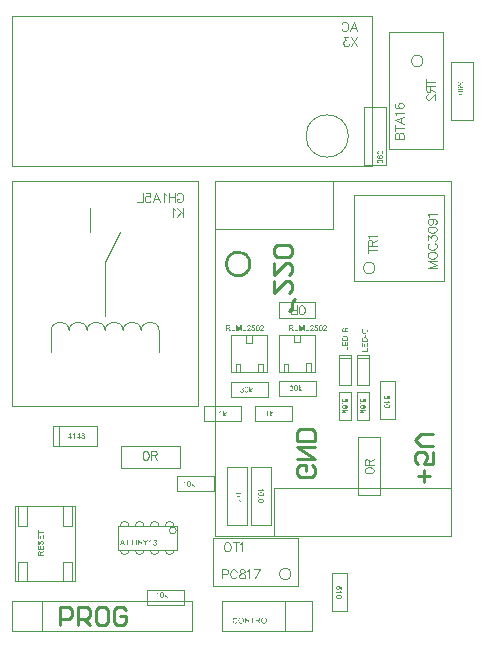
<source format=gbr>
%TF.GenerationSoftware,Altium Limited,Altium Designer,20.2.5 (213)*%
G04 Layer_Color=16777215*
%FSLAX26Y26*%
%MOIN*%
%TF.SameCoordinates,777CE05A-463F-4341-A6E9-F235672CD6F8*%
%TF.FilePolarity,Positive*%
%TF.FileFunction,Other,Mechanical_1*%
%TF.Part,Single*%
G01*
G75*
%TA.AperFunction,NonConductor*%
%ADD24C,0.010000*%
%ADD36C,0.004000*%
%ADD38C,0.002000*%
%ADD61C,0.003000*%
%ADD62C,0.003937*%
G36*
X626891Y454224D02*
X627251Y454168D01*
X627694Y454085D01*
X628193Y453947D01*
X628692Y453781D01*
X629190Y453559D01*
X629218D01*
X629246Y453531D01*
X629412Y453448D01*
X629661Y453282D01*
X629938Y453088D01*
X630271Y452811D01*
X630603Y452506D01*
X630935Y452146D01*
X631212Y451731D01*
X631240Y451675D01*
X631323Y451537D01*
X631434Y451288D01*
X631572Y450983D01*
X631711Y450623D01*
X631822Y450207D01*
X631905Y449736D01*
X631933Y449265D01*
Y449210D01*
Y449044D01*
X631905Y448822D01*
X631850Y448518D01*
X631766Y448158D01*
X631628Y447770D01*
X631462Y447382D01*
X631240Y446994D01*
X631212Y446939D01*
X631129Y446828D01*
X630963Y446634D01*
X630741Y446412D01*
X630465Y446163D01*
X630132Y445886D01*
X629744Y445637D01*
X629273Y445387D01*
X629301D01*
X629356Y445360D01*
X629440Y445332D01*
X629550Y445304D01*
X629855Y445194D01*
X630243Y445027D01*
X630686Y444806D01*
X631129Y444529D01*
X631545Y444169D01*
X631933Y443753D01*
X631960Y443698D01*
X632071Y443532D01*
X632237Y443255D01*
X632404Y442894D01*
X632570Y442451D01*
X632736Y441925D01*
X632847Y441316D01*
X632874Y440651D01*
Y440623D01*
Y440540D01*
Y440401D01*
X632847Y440235D01*
X632819Y440014D01*
X632764Y439764D01*
X632708Y439487D01*
X632653Y439183D01*
X632431Y438518D01*
X632265Y438158D01*
X632099Y437825D01*
X631877Y437465D01*
X631628Y437105D01*
X631351Y436745D01*
X631019Y436413D01*
X630991Y436385D01*
X630935Y436330D01*
X630825Y436247D01*
X630686Y436136D01*
X630520Y435997D01*
X630298Y435859D01*
X630049Y435692D01*
X629744Y435554D01*
X629440Y435388D01*
X629080Y435222D01*
X628719Y435083D01*
X628304Y434945D01*
X627861Y434834D01*
X627390Y434751D01*
X626919Y434695D01*
X626393Y434668D01*
X626143D01*
X625977Y434695D01*
X625755Y434723D01*
X625506Y434751D01*
X625229Y434806D01*
X624924Y434861D01*
X624260Y435028D01*
X623567Y435305D01*
X623207Y435471D01*
X622875Y435665D01*
X622542Y435914D01*
X622210Y436163D01*
X622182Y436191D01*
X622127Y436247D01*
X622044Y436330D01*
X621961Y436440D01*
X621822Y436579D01*
X621684Y436773D01*
X621517Y436967D01*
X621351Y437216D01*
X621185Y437493D01*
X621019Y437770D01*
X620714Y438435D01*
X620465Y439210D01*
X620382Y439626D01*
X620326Y440069D01*
X622681Y440374D01*
Y440346D01*
X622708Y440291D01*
X622736Y440180D01*
X622764Y440041D01*
X622792Y439875D01*
X622847Y439681D01*
X622986Y439266D01*
X623179Y438767D01*
X623429Y438296D01*
X623706Y437853D01*
X624038Y437465D01*
X624093Y437438D01*
X624204Y437327D01*
X624426Y437188D01*
X624703Y437050D01*
X625035Y436884D01*
X625451Y436745D01*
X625922Y436634D01*
X626420Y436607D01*
X626587D01*
X626697Y436634D01*
X627002Y436662D01*
X627390Y436745D01*
X627833Y436884D01*
X628304Y437077D01*
X628775Y437354D01*
X629218Y437742D01*
X629273Y437798D01*
X629412Y437964D01*
X629578Y438213D01*
X629800Y438546D01*
X630021Y438961D01*
X630188Y439432D01*
X630326Y439986D01*
X630381Y440595D01*
Y440623D01*
Y440678D01*
Y440762D01*
X630354Y440872D01*
X630326Y441177D01*
X630243Y441537D01*
X630132Y441980D01*
X629938Y442424D01*
X629661Y442867D01*
X629301Y443282D01*
X629246Y443338D01*
X629107Y443449D01*
X628886Y443615D01*
X628581Y443809D01*
X628193Y444002D01*
X627722Y444169D01*
X627196Y444279D01*
X626614Y444335D01*
X626365D01*
X626171Y444307D01*
X625922Y444279D01*
X625645Y444224D01*
X625312Y444169D01*
X624952Y444086D01*
X625229Y446163D01*
X625368D01*
X625479Y446135D01*
X625839D01*
X626143Y446191D01*
X626503Y446246D01*
X626919Y446329D01*
X627390Y446468D01*
X627833Y446662D01*
X628304Y446911D01*
X628332D01*
X628359Y446939D01*
X628498Y447050D01*
X628692Y447243D01*
X628913Y447493D01*
X629135Y447853D01*
X629329Y448268D01*
X629467Y448739D01*
X629523Y449016D01*
Y449321D01*
Y449349D01*
Y449376D01*
Y449543D01*
X629467Y449764D01*
X629412Y450069D01*
X629301Y450401D01*
X629163Y450761D01*
X628941Y451121D01*
X628636Y451454D01*
X628609Y451481D01*
X628470Y451592D01*
X628276Y451731D01*
X628027Y451897D01*
X627694Y452036D01*
X627307Y452174D01*
X626864Y452285D01*
X626365Y452312D01*
X626143D01*
X625894Y452257D01*
X625562Y452202D01*
X625202Y452091D01*
X624841Y451952D01*
X624454Y451731D01*
X624093Y451454D01*
X624066Y451426D01*
X623955Y451288D01*
X623789Y451094D01*
X623595Y450817D01*
X623401Y450457D01*
X623207Y450013D01*
X623041Y449487D01*
X622930Y448878D01*
X620576Y449293D01*
Y449321D01*
X620603Y449404D01*
X620631Y449515D01*
X620659Y449681D01*
X620714Y449875D01*
X620797Y450096D01*
X620963Y450623D01*
X621240Y451232D01*
X621573Y451842D01*
X621988Y452423D01*
X622515Y452950D01*
X622542Y452977D01*
X622598Y453005D01*
X622681Y453060D01*
X622792Y453144D01*
X622930Y453254D01*
X623124Y453365D01*
X623318Y453476D01*
X623567Y453614D01*
X624121Y453836D01*
X624758Y454058D01*
X625506Y454196D01*
X625894Y454252D01*
X626587D01*
X626891Y454224D01*
D02*
G37*
G36*
X596421Y443116D02*
Y435000D01*
X593873D01*
Y443116D01*
X586477Y454168D01*
X589552D01*
X593319Y448351D01*
Y448324D01*
X593374Y448268D01*
X593430Y448185D01*
X593485Y448074D01*
X593596Y447936D01*
X593707Y447770D01*
X593956Y447354D01*
X594261Y446856D01*
X594593Y446302D01*
X594953Y445720D01*
X595285Y445111D01*
Y445138D01*
X595313Y445194D01*
X595369Y445277D01*
X595452Y445387D01*
X595535Y445526D01*
X595646Y445692D01*
X595895Y446108D01*
X596200Y446606D01*
X596560Y447188D01*
X596975Y447825D01*
X597418Y448518D01*
X601102Y454168D01*
X604066D01*
X596421Y443116D01*
D02*
G37*
G36*
X584233Y435000D02*
X581602D01*
X571574Y450041D01*
Y435000D01*
X569137D01*
Y454168D01*
X571740D01*
X581796Y439100D01*
Y454168D01*
X584233D01*
Y435000D01*
D02*
G37*
G36*
X614260D02*
X611905D01*
Y449986D01*
X611878Y449958D01*
X611739Y449847D01*
X611573Y449681D01*
X611296Y449487D01*
X610991Y449238D01*
X610604Y448961D01*
X610160Y448656D01*
X609662Y448351D01*
X609634D01*
X609606Y448324D01*
X609440Y448213D01*
X609163Y448074D01*
X608831Y447908D01*
X608443Y447714D01*
X608028Y447520D01*
X607612Y447327D01*
X607197Y447160D01*
Y449432D01*
X607224D01*
X607280Y449487D01*
X607390Y449515D01*
X607529Y449598D01*
X607695Y449681D01*
X607889Y449792D01*
X608360Y450069D01*
X608914Y450373D01*
X609468Y450761D01*
X610050Y451204D01*
X610631Y451675D01*
X610659Y451703D01*
X610687Y451731D01*
X610770Y451814D01*
X610881Y451897D01*
X611130Y452174D01*
X611462Y452506D01*
X611795Y452894D01*
X612155Y453337D01*
X612460Y453781D01*
X612736Y454252D01*
X614260D01*
Y435000D01*
D02*
G37*
G36*
X564677D02*
X562129D01*
Y454168D01*
X564677D01*
Y435000D01*
D02*
G37*
G36*
X559082Y451897D02*
X552766D01*
Y435000D01*
X550218D01*
Y451897D01*
X543902D01*
Y454168D01*
X559082D01*
Y451897D01*
D02*
G37*
G36*
X542711D02*
X536395D01*
Y435000D01*
X533847D01*
Y451897D01*
X527531D01*
Y454168D01*
X542711D01*
Y451897D01*
D02*
G37*
G36*
X526922Y435000D02*
X524041D01*
X521797Y440817D01*
X513764D01*
X511687Y435000D01*
X509000D01*
X516313Y454168D01*
X519083D01*
X526922Y435000D01*
D02*
G37*
G36*
X856121Y873227D02*
X861689Y878905D01*
X864764D01*
X859418Y873726D01*
X865290Y865000D01*
X862382D01*
X857756Y872091D01*
X856121Y870512D01*
Y865000D01*
X853767D01*
Y884168D01*
X856121D01*
Y873227D01*
D02*
G37*
G36*
X847063Y865000D02*
X844709D01*
Y879986D01*
X844681Y879958D01*
X844543Y879847D01*
X844377Y879681D01*
X844100Y879487D01*
X843795Y879238D01*
X843407Y878961D01*
X842964Y878656D01*
X842465Y878351D01*
X842438D01*
X842410Y878324D01*
X842244Y878213D01*
X841967Y878074D01*
X841634Y877908D01*
X841246Y877714D01*
X840831Y877520D01*
X840415Y877327D01*
X840000Y877160D01*
Y879432D01*
X840028D01*
X840083Y879487D01*
X840194Y879515D01*
X840332Y879598D01*
X840499Y879681D01*
X840692Y879792D01*
X841163Y880069D01*
X841717Y880374D01*
X842271Y880761D01*
X842853Y881205D01*
X843435Y881675D01*
X843462Y881703D01*
X843490Y881731D01*
X843573Y881814D01*
X843684Y881897D01*
X843933Y882174D01*
X844266Y882506D01*
X844598Y882894D01*
X844958Y883337D01*
X845263Y883781D01*
X845540Y884251D01*
X847063D01*
Y865000D01*
D02*
G37*
G36*
X375497Y797091D02*
X378101D01*
Y794931D01*
X375497D01*
Y790332D01*
X373143D01*
Y794931D01*
X364805D01*
Y797091D01*
X373586Y809501D01*
X375497D01*
Y797091D01*
D02*
G37*
G36*
X359570Y790332D02*
X357215D01*
Y805318D01*
X357188Y805290D01*
X357049Y805180D01*
X356883Y805013D01*
X356606Y804819D01*
X356301Y804570D01*
X355913Y804293D01*
X355470Y803989D01*
X354972Y803684D01*
X354944D01*
X354916Y803656D01*
X354750Y803545D01*
X354473Y803407D01*
X354141Y803241D01*
X353753Y803047D01*
X353337Y802853D01*
X352922Y802659D01*
X352506Y802493D01*
Y804764D01*
X352534D01*
X352589Y804819D01*
X352700Y804847D01*
X352839Y804930D01*
X353005Y805013D01*
X353199Y805124D01*
X353670Y805401D01*
X354224Y805706D01*
X354778Y806094D01*
X355360Y806537D01*
X355941Y807008D01*
X355969Y807035D01*
X355997Y807063D01*
X356080Y807146D01*
X356190Y807229D01*
X356440Y807506D01*
X356772Y807839D01*
X357105Y808227D01*
X357465Y808670D01*
X357769Y809113D01*
X358046Y809584D01*
X359570D01*
Y790332D01*
D02*
G37*
G36*
X345692Y797091D02*
X348296D01*
Y794931D01*
X345692D01*
Y790332D01*
X343338D01*
Y794931D01*
X335000D01*
Y797091D01*
X343781Y809501D01*
X345692D01*
Y797091D01*
D02*
G37*
G36*
X387159Y809556D02*
X387381Y809529D01*
X387630Y809501D01*
X387907Y809473D01*
X388184Y809390D01*
X388849Y809224D01*
X389514Y808975D01*
X389846Y808808D01*
X390178Y808614D01*
X390483Y808365D01*
X390788Y808116D01*
X390815Y808088D01*
X390843Y808060D01*
X390926Y807977D01*
X391037Y807866D01*
X391148Y807700D01*
X391286Y807534D01*
X391563Y807119D01*
X391840Y806592D01*
X392090Y805983D01*
X392284Y805290D01*
X392311Y804930D01*
X392339Y804543D01*
Y804515D01*
Y804487D01*
Y804321D01*
X392311Y804072D01*
X392256Y803767D01*
X392173Y803379D01*
X392034Y802991D01*
X391868Y802604D01*
X391619Y802216D01*
X391591Y802160D01*
X391480Y802049D01*
X391314Y801883D01*
X391092Y801662D01*
X390788Y801412D01*
X390428Y801163D01*
X390012Y800914D01*
X389514Y800692D01*
X389541D01*
X389597Y800664D01*
X389680Y800637D01*
X389791Y800581D01*
X390123Y800443D01*
X390511Y800249D01*
X390926Y799972D01*
X391370Y799667D01*
X391785Y799279D01*
X392173Y798836D01*
Y798809D01*
X392200Y798781D01*
X392311Y798615D01*
X392478Y798338D01*
X392644Y797978D01*
X392810Y797534D01*
X392976Y797008D01*
X393087Y796426D01*
X393115Y795789D01*
Y795762D01*
Y795678D01*
Y795540D01*
X393087Y795374D01*
X393059Y795180D01*
X393031Y794931D01*
X392976Y794654D01*
X392893Y794349D01*
X392699Y793712D01*
X392561Y793352D01*
X392367Y793019D01*
X392173Y792659D01*
X391951Y792327D01*
X391674Y791994D01*
X391370Y791662D01*
X391342Y791634D01*
X391286Y791579D01*
X391203Y791496D01*
X391065Y791413D01*
X390871Y791274D01*
X390677Y791136D01*
X390428Y790997D01*
X390151Y790831D01*
X389846Y790665D01*
X389486Y790526D01*
X389098Y790388D01*
X388710Y790249D01*
X388267Y790166D01*
X387796Y790083D01*
X387325Y790028D01*
X386799Y790000D01*
X386522D01*
X386328Y790028D01*
X386079Y790055D01*
X385802Y790083D01*
X385497Y790139D01*
X385165Y790222D01*
X384417Y790415D01*
X384029Y790554D01*
X383669Y790692D01*
X383281Y790886D01*
X382893Y791108D01*
X382533Y791357D01*
X382201Y791662D01*
X382173Y791690D01*
X382118Y791745D01*
X382035Y791828D01*
X381924Y791967D01*
X381813Y792133D01*
X381647Y792327D01*
X381508Y792548D01*
X381342Y792825D01*
X381176Y793102D01*
X381037Y793435D01*
X380760Y794127D01*
X380650Y794543D01*
X380567Y794958D01*
X380511Y795402D01*
X380483Y795845D01*
Y795872D01*
Y795928D01*
Y796039D01*
X380511Y796149D01*
Y796316D01*
X380539Y796510D01*
X380594Y796953D01*
X380705Y797451D01*
X380871Y797950D01*
X381120Y798476D01*
X381425Y798975D01*
Y799003D01*
X381481Y799030D01*
X381591Y799169D01*
X381813Y799390D01*
X382118Y799667D01*
X382505Y799944D01*
X382976Y800249D01*
X383503Y800498D01*
X384140Y800692D01*
X384112D01*
X384084Y800720D01*
X384001Y800748D01*
X383890Y800803D01*
X383641Y800914D01*
X383309Y801080D01*
X382949Y801302D01*
X382589Y801579D01*
X382256Y801883D01*
X381952Y802216D01*
X381924Y802271D01*
X381841Y802382D01*
X381730Y802604D01*
X381619Y802880D01*
X381481Y803241D01*
X381370Y803656D01*
X381287Y804127D01*
X381259Y804626D01*
Y804653D01*
Y804709D01*
Y804819D01*
X381287Y804986D01*
X381314Y805152D01*
X381342Y805374D01*
X381453Y805844D01*
X381619Y806398D01*
X381896Y806980D01*
X382062Y807285D01*
X382256Y807590D01*
X382505Y807866D01*
X382755Y808144D01*
X382783Y808171D01*
X382838Y808199D01*
X382921Y808282D01*
X383032Y808365D01*
X383170Y808476D01*
X383364Y808587D01*
X383586Y808725D01*
X383807Y808864D01*
X384084Y809002D01*
X384389Y809141D01*
X384721Y809251D01*
X385082Y809362D01*
X385857Y809529D01*
X386300Y809556D01*
X386744Y809584D01*
X386993D01*
X387159Y809556D01*
D02*
G37*
G36*
X894501Y194473D02*
X894750Y194445D01*
X895055Y194418D01*
X895360Y194390D01*
X895720Y194307D01*
X896468Y194141D01*
X897299Y193891D01*
X897714Y193725D01*
X898102Y193531D01*
X898490Y193282D01*
X898878Y193033D01*
X898905Y193005D01*
X898961Y192977D01*
X899072Y192894D01*
X899210Y192756D01*
X899349Y192617D01*
X899543Y192423D01*
X899736Y192202D01*
X899958Y191980D01*
X900180Y191703D01*
X900401Y191371D01*
X900650Y191038D01*
X900872Y190678D01*
X901066Y190263D01*
X901288Y189847D01*
X901454Y189404D01*
X901620Y188905D01*
X899127Y188324D01*
Y188351D01*
X899099Y188407D01*
X899044Y188518D01*
X898989Y188656D01*
X898933Y188822D01*
X898850Y189044D01*
X898628Y189487D01*
X898351Y189986D01*
X898019Y190484D01*
X897604Y190955D01*
X897160Y191371D01*
X897105Y191426D01*
X896939Y191537D01*
X896662Y191675D01*
X896302Y191869D01*
X895831Y192036D01*
X895304Y192202D01*
X894667Y192312D01*
X893975Y192340D01*
X893753D01*
X893615Y192312D01*
X893421D01*
X893199Y192285D01*
X892673Y192202D01*
X892091Y192091D01*
X891482Y191897D01*
X890845Y191620D01*
X890263Y191260D01*
X890235D01*
X890208Y191204D01*
X890014Y191066D01*
X889764Y190844D01*
X889460Y190512D01*
X889100Y190096D01*
X888767Y189626D01*
X888462Y189044D01*
X888186Y188407D01*
Y188379D01*
X888158Y188324D01*
X888130Y188241D01*
X888102Y188102D01*
X888047Y187936D01*
X887992Y187742D01*
X887909Y187271D01*
X887798Y186717D01*
X887687Y186108D01*
X887631Y185443D01*
X887604Y184723D01*
Y184695D01*
Y184612D01*
Y184473D01*
Y184307D01*
X887631Y184113D01*
Y183864D01*
X887659Y183587D01*
X887687Y183282D01*
X887770Y182618D01*
X887909Y181897D01*
X888075Y181177D01*
X888296Y180457D01*
Y180429D01*
X888324Y180374D01*
X888379Y180291D01*
X888435Y180152D01*
X888601Y179820D01*
X888850Y179432D01*
X889155Y178989D01*
X889543Y178518D01*
X889986Y178102D01*
X890512Y177715D01*
X890540D01*
X890595Y177687D01*
X890678Y177631D01*
X890789Y177576D01*
X890928Y177521D01*
X891094Y177438D01*
X891482Y177271D01*
X891980Y177105D01*
X892534Y176967D01*
X893144Y176856D01*
X893781Y176828D01*
X893975D01*
X894141Y176856D01*
X894335D01*
X894529Y176884D01*
X895027Y176994D01*
X895609Y177133D01*
X896191Y177355D01*
X896800Y177659D01*
X897105Y177825D01*
X897382Y178047D01*
X897410Y178075D01*
X897437Y178102D01*
X897520Y178185D01*
X897631Y178269D01*
X897742Y178407D01*
X897880Y178573D01*
X898047Y178739D01*
X898185Y178961D01*
X898351Y179210D01*
X898545Y179487D01*
X898712Y179764D01*
X898878Y180097D01*
X899016Y180457D01*
X899155Y180845D01*
X899293Y181260D01*
X899404Y181703D01*
X901952Y181066D01*
Y181039D01*
X901925Y180928D01*
X901869Y180762D01*
X901786Y180540D01*
X901703Y180291D01*
X901592Y179986D01*
X901454Y179654D01*
X901288Y179293D01*
X900900Y178518D01*
X900401Y177742D01*
X900096Y177355D01*
X899792Y176967D01*
X899459Y176634D01*
X899072Y176302D01*
X899044Y176274D01*
X898989Y176219D01*
X898850Y176163D01*
X898712Y176053D01*
X898490Y175914D01*
X898268Y175776D01*
X897964Y175637D01*
X897659Y175499D01*
X897299Y175332D01*
X896911Y175194D01*
X896495Y175055D01*
X896052Y174917D01*
X895581Y174806D01*
X895083Y174751D01*
X894557Y174695D01*
X894003Y174668D01*
X893698D01*
X893476Y174695D01*
X893227D01*
X892922Y174723D01*
X892590Y174778D01*
X892202Y174834D01*
X891399Y174972D01*
X890568Y175194D01*
X889737Y175499D01*
X889349Y175692D01*
X888961Y175914D01*
X888933Y175942D01*
X888878Y175970D01*
X888767Y176053D01*
X888656Y176163D01*
X888490Y176274D01*
X888296Y176440D01*
X888075Y176634D01*
X887853Y176856D01*
X887631Y177105D01*
X887382Y177355D01*
X886884Y177992D01*
X886413Y178739D01*
X885997Y179571D01*
Y179598D01*
X885942Y179681D01*
X885914Y179820D01*
X885831Y179986D01*
X885776Y180208D01*
X885692Y180485D01*
X885582Y180789D01*
X885499Y181122D01*
X885415Y181482D01*
X885305Y181897D01*
X885166Y182756D01*
X885055Y183726D01*
X885000Y184723D01*
Y184750D01*
Y184861D01*
Y185027D01*
X885028Y185221D01*
Y185498D01*
X885055Y185775D01*
X885083Y186135D01*
X885139Y186495D01*
X885277Y187299D01*
X885471Y188185D01*
X885748Y189072D01*
X886136Y189930D01*
X886163Y189958D01*
X886191Y190041D01*
X886246Y190152D01*
X886357Y190290D01*
X886468Y190484D01*
X886607Y190706D01*
X886967Y191204D01*
X887438Y191758D01*
X887992Y192312D01*
X888629Y192867D01*
X889377Y193337D01*
X889404Y193365D01*
X889487Y193393D01*
X889598Y193448D01*
X889737Y193531D01*
X889958Y193614D01*
X890180Y193697D01*
X890457Y193808D01*
X890762Y193919D01*
X891094Y194030D01*
X891454Y194141D01*
X892230Y194307D01*
X893116Y194445D01*
X894030Y194501D01*
X894307D01*
X894501Y194473D01*
D02*
G37*
G36*
X940982Y175000D02*
X938350D01*
X928323Y190041D01*
Y175000D01*
X925885D01*
Y194168D01*
X928489D01*
X938544Y179100D01*
Y194168D01*
X940982D01*
Y175000D01*
D02*
G37*
G36*
X1004221Y177271D02*
X1013667D01*
Y175000D01*
X1001672D01*
Y194168D01*
X1004221D01*
Y177271D01*
D02*
G37*
G36*
X970759Y194141D02*
X971009D01*
X971590Y194113D01*
X972200Y194030D01*
X972864Y193947D01*
X973474Y193808D01*
X973779Y193725D01*
X974028Y193642D01*
X974056D01*
X974083Y193614D01*
X974249Y193531D01*
X974499Y193421D01*
X974803Y193227D01*
X975136Y192977D01*
X975496Y192645D01*
X975828Y192257D01*
X976161Y191814D01*
Y191786D01*
X976188Y191758D01*
X976299Y191592D01*
X976410Y191315D01*
X976576Y190955D01*
X976715Y190540D01*
X976853Y190041D01*
X976936Y189515D01*
X976964Y188933D01*
Y188905D01*
Y188850D01*
Y188739D01*
X976936Y188601D01*
Y188407D01*
X976909Y188213D01*
X976798Y187742D01*
X976632Y187188D01*
X976410Y186606D01*
X976078Y186025D01*
X975856Y185748D01*
X975634Y185471D01*
X975607Y185443D01*
X975579Y185415D01*
X975496Y185332D01*
X975385Y185249D01*
X975247Y185138D01*
X975080Y185027D01*
X974859Y184889D01*
X974637Y184723D01*
X974360Y184584D01*
X974056Y184446D01*
X973723Y184280D01*
X973363Y184141D01*
X972947Y184030D01*
X972532Y183892D01*
X972061Y183809D01*
X971562Y183726D01*
X971618Y183698D01*
X971729Y183642D01*
X971895Y183532D01*
X972116Y183421D01*
X972615Y183116D01*
X972864Y182922D01*
X973086Y182756D01*
X973141Y182701D01*
X973280Y182562D01*
X973501Y182340D01*
X973779Y182064D01*
X974083Y181676D01*
X974443Y181260D01*
X974803Y180762D01*
X975191Y180208D01*
X978487Y175000D01*
X975330D01*
X972809Y178989D01*
Y179017D01*
X972754Y179072D01*
X972698Y179155D01*
X972615Y179266D01*
X972421Y179571D01*
X972172Y179958D01*
X971867Y180374D01*
X971562Y180817D01*
X971258Y181232D01*
X970981Y181620D01*
X970953Y181648D01*
X970870Y181759D01*
X970731Y181925D01*
X970538Y182119D01*
X970122Y182534D01*
X969900Y182728D01*
X969679Y182894D01*
X969651Y182922D01*
X969596Y182950D01*
X969485Y183005D01*
X969319Y183088D01*
X969153Y183172D01*
X968959Y183255D01*
X968515Y183393D01*
X968488D01*
X968432Y183421D01*
X968322D01*
X968183Y183448D01*
X967989Y183476D01*
X967768D01*
X967463Y183504D01*
X964194D01*
Y175000D01*
X961646D01*
Y194168D01*
X970538D01*
X970759Y194141D01*
D02*
G37*
G36*
X958987Y191897D02*
X952671D01*
Y175000D01*
X950123D01*
Y191897D01*
X943807D01*
Y194168D01*
X958987D01*
Y191897D01*
D02*
G37*
G36*
X989789Y194473D02*
X990038D01*
X990288Y194445D01*
X990620Y194390D01*
X990952Y194335D01*
X991673Y194196D01*
X992504Y193975D01*
X993307Y193642D01*
X993722Y193448D01*
X994138Y193227D01*
X994166Y193199D01*
X994221Y193171D01*
X994332Y193088D01*
X994498Y193005D01*
X994664Y192867D01*
X994886Y192700D01*
X995357Y192312D01*
X995855Y191814D01*
X996409Y191204D01*
X996936Y190484D01*
X997379Y189681D01*
Y189653D01*
X997434Y189570D01*
X997490Y189459D01*
X997545Y189293D01*
X997656Y189072D01*
X997739Y188822D01*
X997850Y188518D01*
X997961Y188185D01*
X998044Y187825D01*
X998154Y187437D01*
X998265Y186994D01*
X998348Y186551D01*
X998459Y185581D01*
X998515Y184529D01*
Y184501D01*
Y184390D01*
Y184252D01*
X998487Y184030D01*
Y183781D01*
X998459Y183476D01*
X998404Y183144D01*
X998376Y182784D01*
X998238Y181980D01*
X998016Y181094D01*
X997711Y180208D01*
X997545Y179764D01*
X997323Y179321D01*
Y179293D01*
X997268Y179210D01*
X997213Y179100D01*
X997102Y178933D01*
X996991Y178739D01*
X996853Y178546D01*
X996465Y178019D01*
X995994Y177465D01*
X995440Y176884D01*
X994775Y176330D01*
X994000Y175831D01*
X993972D01*
X993916Y175776D01*
X993778Y175720D01*
X993612Y175637D01*
X993418Y175554D01*
X993196Y175471D01*
X992919Y175360D01*
X992615Y175249D01*
X992282Y175138D01*
X991922Y175028D01*
X991119Y174862D01*
X990260Y174723D01*
X989346Y174668D01*
X989069D01*
X988903Y174695D01*
X988653D01*
X988376Y174751D01*
X988072Y174778D01*
X987712Y174834D01*
X986964Y175000D01*
X986160Y175222D01*
X985329Y175554D01*
X984914Y175748D01*
X984498Y175970D01*
X984471Y175997D01*
X984415Y176025D01*
X984304Y176108D01*
X984138Y176219D01*
X983972Y176330D01*
X983778Y176496D01*
X983307Y176911D01*
X982781Y177410D01*
X982227Y178019D01*
X981728Y178712D01*
X981258Y179515D01*
Y179543D01*
X981202Y179626D01*
X981147Y179737D01*
X981091Y179903D01*
X981008Y180125D01*
X980925Y180374D01*
X980814Y180651D01*
X980731Y180956D01*
X980620Y181316D01*
X980510Y181676D01*
X980343Y182507D01*
X980233Y183365D01*
X980177Y184307D01*
Y184335D01*
Y184363D01*
Y184529D01*
X980205Y184778D01*
Y185111D01*
X980260Y185498D01*
X980316Y185969D01*
X980399Y186495D01*
X980510Y187049D01*
X980620Y187631D01*
X980787Y188241D01*
X981008Y188850D01*
X981258Y189487D01*
X981534Y190096D01*
X981895Y190706D01*
X982282Y191260D01*
X982726Y191786D01*
X982753Y191814D01*
X982836Y191897D01*
X983003Y192036D01*
X983197Y192202D01*
X983446Y192423D01*
X983750Y192645D01*
X984111Y192894D01*
X984526Y193143D01*
X984969Y193393D01*
X985468Y193642D01*
X986022Y193864D01*
X986604Y194085D01*
X987241Y194251D01*
X987905Y194390D01*
X988598Y194473D01*
X989346Y194501D01*
X989595D01*
X989789Y194473D01*
D02*
G37*
G36*
X913919D02*
X914168D01*
X914417Y194445D01*
X914750Y194390D01*
X915082Y194335D01*
X915802Y194196D01*
X916633Y193975D01*
X917437Y193642D01*
X917852Y193448D01*
X918268Y193227D01*
X918295Y193199D01*
X918351Y193171D01*
X918462Y193088D01*
X918628Y193005D01*
X918794Y192867D01*
X919016Y192700D01*
X919486Y192312D01*
X919985Y191814D01*
X920539Y191204D01*
X921065Y190484D01*
X921509Y189681D01*
Y189653D01*
X921564Y189570D01*
X921619Y189459D01*
X921675Y189293D01*
X921786Y189072D01*
X921869Y188822D01*
X921980Y188518D01*
X922090Y188185D01*
X922173Y187825D01*
X922284Y187437D01*
X922395Y186994D01*
X922478Y186551D01*
X922589Y185581D01*
X922644Y184529D01*
Y184501D01*
Y184390D01*
Y184252D01*
X922617Y184030D01*
Y183781D01*
X922589Y183476D01*
X922534Y183144D01*
X922506Y182784D01*
X922367Y181980D01*
X922146Y181094D01*
X921841Y180208D01*
X921675Y179764D01*
X921453Y179321D01*
Y179293D01*
X921398Y179210D01*
X921342Y179100D01*
X921232Y178933D01*
X921121Y178739D01*
X920982Y178546D01*
X920595Y178019D01*
X920124Y177465D01*
X919570Y176884D01*
X918905Y176330D01*
X918129Y175831D01*
X918101D01*
X918046Y175776D01*
X917908Y175720D01*
X917741Y175637D01*
X917548Y175554D01*
X917326Y175471D01*
X917049Y175360D01*
X916744Y175249D01*
X916412Y175138D01*
X916052Y175028D01*
X915248Y174862D01*
X914390Y174723D01*
X913476Y174668D01*
X913199D01*
X913032Y174695D01*
X912783D01*
X912506Y174751D01*
X912201Y174778D01*
X911841Y174834D01*
X911093Y175000D01*
X910290Y175222D01*
X909459Y175554D01*
X909044Y175748D01*
X908628Y175970D01*
X908600Y175997D01*
X908545Y176025D01*
X908434Y176108D01*
X908268Y176219D01*
X908102Y176330D01*
X907908Y176496D01*
X907437Y176911D01*
X906911Y177410D01*
X906357Y178019D01*
X905858Y178712D01*
X905387Y179515D01*
Y179543D01*
X905332Y179626D01*
X905276Y179737D01*
X905221Y179903D01*
X905138Y180125D01*
X905055Y180374D01*
X904944Y180651D01*
X904861Y180956D01*
X904750Y181316D01*
X904639Y181676D01*
X904473Y182507D01*
X904362Y183365D01*
X904307Y184307D01*
Y184335D01*
Y184363D01*
Y184529D01*
X904335Y184778D01*
Y185111D01*
X904390Y185498D01*
X904445Y185969D01*
X904529Y186495D01*
X904639Y187049D01*
X904750Y187631D01*
X904916Y188241D01*
X905138Y188850D01*
X905387Y189487D01*
X905664Y190096D01*
X906024Y190706D01*
X906412Y191260D01*
X906855Y191786D01*
X906883Y191814D01*
X906966Y191897D01*
X907132Y192036D01*
X907326Y192202D01*
X907576Y192423D01*
X907880Y192645D01*
X908240Y192894D01*
X908656Y193143D01*
X909099Y193393D01*
X909598Y193642D01*
X910152Y193864D01*
X910733Y194085D01*
X911370Y194251D01*
X912035Y194390D01*
X912728Y194473D01*
X913476Y194501D01*
X913725D01*
X913919Y194473D01*
D02*
G37*
G36*
X1235208Y297535D02*
X1235180D01*
X1235124D01*
X1235041Y297507D01*
X1234903Y297479D01*
X1234598Y297396D01*
X1234183Y297285D01*
X1233767Y297119D01*
X1233296Y296898D01*
X1232881Y296621D01*
X1232493Y296288D01*
X1232465Y296233D01*
X1232354Y296122D01*
X1232216Y295900D01*
X1232050Y295596D01*
X1231884Y295263D01*
X1231745Y294848D01*
X1231634Y294377D01*
X1231607Y293851D01*
Y293684D01*
X1231634Y293574D01*
X1231662Y293241D01*
X1231773Y292853D01*
X1231911Y292382D01*
X1232133Y291912D01*
X1232465Y291413D01*
X1232659Y291191D01*
X1232881Y290970D01*
X1232909Y290942D01*
X1232936Y290914D01*
X1233019Y290859D01*
X1233102Y290776D01*
X1233407Y290582D01*
X1233795Y290360D01*
X1234266Y290166D01*
X1234848Y289973D01*
X1235540Y289834D01*
X1235900Y289779D01*
X1236288D01*
X1236316D01*
X1236371D01*
X1236482D01*
X1236620Y289806D01*
X1236786D01*
X1236980Y289834D01*
X1237424Y289917D01*
X1237950Y290056D01*
X1238476Y290250D01*
X1238975Y290527D01*
X1239446Y290914D01*
X1239473D01*
X1239501Y290970D01*
X1239640Y291108D01*
X1239833Y291358D01*
X1240055Y291690D01*
X1240249Y292133D01*
X1240443Y292632D01*
X1240581Y293214D01*
X1240637Y293546D01*
Y294072D01*
X1240609Y294294D01*
X1240581Y294571D01*
X1240498Y294903D01*
X1240415Y295236D01*
X1240277Y295596D01*
X1240111Y295956D01*
X1240083Y295983D01*
X1240027Y296094D01*
X1239889Y296260D01*
X1239750Y296482D01*
X1239556Y296704D01*
X1239307Y296925D01*
X1239058Y297175D01*
X1238753Y297368D01*
X1239058Y299584D01*
X1248919Y297729D01*
Y288200D01*
X1246675D01*
Y295873D01*
X1241495Y296898D01*
X1241523Y296870D01*
X1241551Y296815D01*
X1241606Y296731D01*
X1241689Y296593D01*
X1241773Y296427D01*
X1241883Y296233D01*
X1242105Y295790D01*
X1242326Y295236D01*
X1242520Y294626D01*
X1242659Y293961D01*
X1242714Y293629D01*
Y293020D01*
X1242687Y292853D01*
X1242659Y292632D01*
X1242631Y292382D01*
X1242576Y292106D01*
X1242493Y291801D01*
X1242299Y291136D01*
X1242160Y290776D01*
X1241966Y290416D01*
X1241773Y290056D01*
X1241551Y289696D01*
X1241274Y289363D01*
X1240969Y289031D01*
X1240941Y289003D01*
X1240886Y288948D01*
X1240803Y288865D01*
X1240665Y288754D01*
X1240471Y288615D01*
X1240277Y288477D01*
X1240027Y288311D01*
X1239750Y288144D01*
X1239446Y288006D01*
X1239113Y287840D01*
X1238726Y287701D01*
X1238338Y287563D01*
X1237922Y287452D01*
X1237451Y287369D01*
X1236980Y287313D01*
X1236482Y287286D01*
X1236454D01*
X1236371D01*
X1236233D01*
X1236039Y287313D01*
X1235817Y287341D01*
X1235568Y287369D01*
X1235263Y287424D01*
X1234958Y287480D01*
X1234238Y287646D01*
X1233490Y287923D01*
X1233102Y288089D01*
X1232742Y288311D01*
X1232354Y288532D01*
X1231994Y288809D01*
X1231967Y288837D01*
X1231884Y288892D01*
X1231773Y289003D01*
X1231634Y289142D01*
X1231468Y289336D01*
X1231246Y289557D01*
X1231053Y289834D01*
X1230831Y290139D01*
X1230609Y290471D01*
X1230416Y290859D01*
X1230222Y291274D01*
X1230028Y291718D01*
X1229889Y292189D01*
X1229778Y292715D01*
X1229695Y293269D01*
X1229668Y293851D01*
Y294100D01*
X1229695Y294294D01*
X1229723Y294515D01*
X1229751Y294765D01*
X1229778Y295069D01*
X1229861Y295374D01*
X1230028Y296067D01*
X1230277Y296759D01*
X1230443Y297119D01*
X1230637Y297479D01*
X1230859Y297812D01*
X1231108Y298144D01*
X1231136Y298172D01*
X1231163Y298227D01*
X1231274Y298283D01*
X1231385Y298393D01*
X1231524Y298532D01*
X1231690Y298670D01*
X1231911Y298837D01*
X1232161Y298975D01*
X1232410Y299141D01*
X1232715Y299308D01*
X1233379Y299612D01*
X1234155Y299861D01*
X1234571Y299945D01*
X1235014Y300000D01*
X1235208Y297535D01*
D02*
G37*
G36*
X1244432Y283269D02*
X1244487Y283214D01*
X1244515Y283103D01*
X1244598Y282964D01*
X1244681Y282798D01*
X1244792Y282604D01*
X1245069Y282134D01*
X1245373Y281579D01*
X1245761Y281026D01*
X1246205Y280444D01*
X1246675Y279862D01*
X1246703Y279834D01*
X1246731Y279807D01*
X1246814Y279724D01*
X1246897Y279613D01*
X1247174Y279363D01*
X1247506Y279031D01*
X1247894Y278699D01*
X1248337Y278339D01*
X1248781Y278034D01*
X1249252Y277757D01*
Y276233D01*
X1230000D01*
Y278588D01*
X1244986D01*
X1244958Y278616D01*
X1244847Y278754D01*
X1244681Y278920D01*
X1244487Y279197D01*
X1244238Y279502D01*
X1243961Y279890D01*
X1243656Y280333D01*
X1243351Y280832D01*
Y280859D01*
X1243324Y280887D01*
X1243213Y281053D01*
X1243074Y281330D01*
X1242908Y281663D01*
X1242714Y282050D01*
X1242520Y282466D01*
X1242326Y282881D01*
X1242160Y283297D01*
X1244432D01*
Y283269D01*
D02*
G37*
G36*
X1240304Y270167D02*
X1240637D01*
X1240997Y270139D01*
X1241412Y270112D01*
X1242271Y270029D01*
X1243185Y269890D01*
X1244099Y269724D01*
X1244515Y269613D01*
X1244930Y269502D01*
X1244958D01*
X1245013Y269475D01*
X1245124Y269419D01*
X1245263Y269364D01*
X1245457Y269308D01*
X1245650Y269198D01*
X1246121Y268976D01*
X1246620Y268699D01*
X1247146Y268339D01*
X1247673Y267923D01*
X1248116Y267425D01*
Y267397D01*
X1248171Y267369D01*
X1248227Y267286D01*
X1248282Y267175D01*
X1248393Y267037D01*
X1248476Y266871D01*
X1248697Y266455D01*
X1248891Y265957D01*
X1249085Y265375D01*
X1249196Y264683D01*
X1249252Y263935D01*
Y263685D01*
X1249224Y263381D01*
X1249168Y263021D01*
X1249085Y262605D01*
X1248975Y262162D01*
X1248836Y261691D01*
X1248614Y261248D01*
Y261220D01*
X1248587Y261192D01*
X1248504Y261054D01*
X1248365Y260832D01*
X1248171Y260555D01*
X1247894Y260250D01*
X1247590Y259918D01*
X1247229Y259613D01*
X1246814Y259309D01*
X1246758Y259281D01*
X1246620Y259170D01*
X1246371Y259059D01*
X1246011Y258865D01*
X1245595Y258699D01*
X1245124Y258478D01*
X1244570Y258284D01*
X1243961Y258118D01*
X1243933D01*
X1243878Y258090D01*
X1243795Y258062D01*
X1243656Y258034D01*
X1243490Y258007D01*
X1243296Y257979D01*
X1243047Y257924D01*
X1242770Y257896D01*
X1242465Y257841D01*
X1242133Y257813D01*
X1241745Y257785D01*
X1241357Y257730D01*
X1240914Y257702D01*
X1240471D01*
X1239972Y257674D01*
X1239446D01*
X1239418D01*
X1239307D01*
X1239113D01*
X1238892D01*
X1238587Y257702D01*
X1238255D01*
X1237895Y257730D01*
X1237507Y257757D01*
X1236620Y257841D01*
X1235706Y257979D01*
X1234820Y258145D01*
X1234404Y258256D01*
X1233989Y258395D01*
X1233961D01*
X1233906Y258422D01*
X1233795Y258478D01*
X1233656Y258533D01*
X1233463Y258589D01*
X1233269Y258699D01*
X1232798Y258921D01*
X1232299Y259198D01*
X1231745Y259558D01*
X1231246Y259974D01*
X1230776Y260472D01*
Y260500D01*
X1230720Y260527D01*
X1230665Y260611D01*
X1230609Y260721D01*
X1230526Y260860D01*
X1230416Y260998D01*
X1230222Y261414D01*
X1230028Y261913D01*
X1229834Y262494D01*
X1229723Y263187D01*
X1229668Y263935D01*
Y264212D01*
X1229695Y264406D01*
X1229723Y264627D01*
X1229778Y264904D01*
X1229834Y265209D01*
X1229917Y265541D01*
X1230028Y265874D01*
X1230139Y266234D01*
X1230305Y266594D01*
X1230499Y266954D01*
X1230720Y267314D01*
X1230997Y267674D01*
X1231302Y268007D01*
X1231634Y268311D01*
X1231662Y268339D01*
X1231745Y268394D01*
X1231884Y268477D01*
X1232105Y268616D01*
X1232354Y268754D01*
X1232687Y268893D01*
X1233075Y269087D01*
X1233518Y269253D01*
X1234016Y269419D01*
X1234598Y269585D01*
X1235235Y269752D01*
X1235956Y269890D01*
X1236731Y270029D01*
X1237562Y270112D01*
X1238476Y270167D01*
X1239446Y270195D01*
X1239473D01*
X1239584D01*
X1239778D01*
X1240000D01*
X1240304Y270167D01*
D02*
G37*
G36*
X1124472Y1150000D02*
X1122034D01*
Y1166038D01*
X1116439Y1150000D01*
X1114168D01*
X1108628Y1166315D01*
Y1150000D01*
X1106190D01*
Y1169168D01*
X1109985D01*
X1114528Y1155568D01*
Y1155540D01*
X1114555Y1155485D01*
X1114583Y1155401D01*
X1114638Y1155263D01*
X1114749Y1154931D01*
X1114888Y1154515D01*
X1115026Y1154044D01*
X1115192Y1153573D01*
X1115331Y1153130D01*
X1115442Y1152742D01*
X1115469Y1152798D01*
X1115497Y1152936D01*
X1115580Y1153186D01*
X1115691Y1153518D01*
X1115830Y1153961D01*
X1116023Y1154487D01*
X1116217Y1155097D01*
X1116467Y1155817D01*
X1121065Y1169168D01*
X1124472D01*
Y1150000D01*
D02*
G37*
G36*
X1169235Y1166675D02*
X1161562D01*
X1160537Y1161495D01*
X1160565Y1161523D01*
X1160620Y1161551D01*
X1160704Y1161606D01*
X1160842Y1161689D01*
X1161008Y1161773D01*
X1161202Y1161883D01*
X1161645Y1162105D01*
X1162199Y1162326D01*
X1162809Y1162520D01*
X1163474Y1162659D01*
X1163806Y1162714D01*
X1164415D01*
X1164582Y1162687D01*
X1164803Y1162659D01*
X1165052Y1162631D01*
X1165329Y1162576D01*
X1165634Y1162493D01*
X1166299Y1162299D01*
X1166659Y1162160D01*
X1167019Y1161966D01*
X1167379Y1161773D01*
X1167739Y1161551D01*
X1168072Y1161274D01*
X1168404Y1160969D01*
X1168432Y1160941D01*
X1168487Y1160886D01*
X1168570Y1160803D01*
X1168681Y1160665D01*
X1168820Y1160471D01*
X1168958Y1160277D01*
X1169124Y1160027D01*
X1169291Y1159750D01*
X1169429Y1159446D01*
X1169595Y1159113D01*
X1169734Y1158726D01*
X1169872Y1158338D01*
X1169983Y1157922D01*
X1170066Y1157451D01*
X1170121Y1156980D01*
X1170149Y1156482D01*
Y1156454D01*
Y1156371D01*
Y1156233D01*
X1170121Y1156039D01*
X1170094Y1155817D01*
X1170066Y1155568D01*
X1170011Y1155263D01*
X1169955Y1154958D01*
X1169789Y1154238D01*
X1169512Y1153490D01*
X1169346Y1153102D01*
X1169124Y1152742D01*
X1168903Y1152354D01*
X1168626Y1151994D01*
X1168598Y1151967D01*
X1168543Y1151884D01*
X1168432Y1151773D01*
X1168293Y1151634D01*
X1168099Y1151468D01*
X1167878Y1151246D01*
X1167601Y1151053D01*
X1167296Y1150831D01*
X1166964Y1150609D01*
X1166576Y1150416D01*
X1166160Y1150222D01*
X1165717Y1150028D01*
X1165246Y1149889D01*
X1164720Y1149778D01*
X1164166Y1149695D01*
X1163584Y1149668D01*
X1163335D01*
X1163141Y1149695D01*
X1162919Y1149723D01*
X1162670Y1149751D01*
X1162366Y1149778D01*
X1162061Y1149861D01*
X1161368Y1150028D01*
X1160676Y1150277D01*
X1160316Y1150443D01*
X1159956Y1150637D01*
X1159623Y1150859D01*
X1159291Y1151108D01*
X1159263Y1151136D01*
X1159208Y1151163D01*
X1159152Y1151274D01*
X1159042Y1151385D01*
X1158903Y1151524D01*
X1158764Y1151690D01*
X1158598Y1151911D01*
X1158460Y1152161D01*
X1158294Y1152410D01*
X1158127Y1152715D01*
X1157823Y1153379D01*
X1157573Y1154155D01*
X1157490Y1154571D01*
X1157435Y1155014D01*
X1159900Y1155208D01*
Y1155180D01*
Y1155124D01*
X1159928Y1155041D01*
X1159956Y1154903D01*
X1160039Y1154598D01*
X1160149Y1154183D01*
X1160316Y1153767D01*
X1160537Y1153296D01*
X1160814Y1152881D01*
X1161147Y1152493D01*
X1161202Y1152465D01*
X1161313Y1152354D01*
X1161534Y1152216D01*
X1161839Y1152050D01*
X1162172Y1151884D01*
X1162587Y1151745D01*
X1163058Y1151634D01*
X1163584Y1151607D01*
X1163751D01*
X1163861Y1151634D01*
X1164194Y1151662D01*
X1164582Y1151773D01*
X1165052Y1151911D01*
X1165523Y1152133D01*
X1166022Y1152465D01*
X1166244Y1152659D01*
X1166465Y1152881D01*
X1166493Y1152909D01*
X1166521Y1152936D01*
X1166576Y1153019D01*
X1166659Y1153102D01*
X1166853Y1153407D01*
X1167074Y1153795D01*
X1167268Y1154266D01*
X1167462Y1154848D01*
X1167601Y1155540D01*
X1167656Y1155900D01*
Y1156288D01*
Y1156316D01*
Y1156371D01*
Y1156482D01*
X1167629Y1156620D01*
Y1156786D01*
X1167601Y1156980D01*
X1167518Y1157424D01*
X1167379Y1157950D01*
X1167185Y1158476D01*
X1166908Y1158975D01*
X1166521Y1159446D01*
Y1159473D01*
X1166465Y1159501D01*
X1166327Y1159640D01*
X1166077Y1159833D01*
X1165745Y1160055D01*
X1165302Y1160249D01*
X1164803Y1160443D01*
X1164221Y1160581D01*
X1163889Y1160637D01*
X1163363D01*
X1163141Y1160609D01*
X1162864Y1160581D01*
X1162532Y1160498D01*
X1162199Y1160415D01*
X1161839Y1160277D01*
X1161479Y1160111D01*
X1161451Y1160083D01*
X1161341Y1160027D01*
X1161174Y1159889D01*
X1160953Y1159750D01*
X1160731Y1159556D01*
X1160510Y1159307D01*
X1160260Y1159058D01*
X1160066Y1158753D01*
X1157850Y1159058D01*
X1159706Y1168919D01*
X1169235D01*
Y1166675D01*
D02*
G37*
G36*
X1194054Y1169224D02*
X1194276Y1169196D01*
X1194553Y1169168D01*
X1194858Y1169113D01*
X1195162Y1169058D01*
X1195882Y1168864D01*
X1196603Y1168587D01*
X1196963Y1168420D01*
X1197323Y1168227D01*
X1197655Y1167977D01*
X1197960Y1167700D01*
X1197988Y1167673D01*
X1198043Y1167645D01*
X1198099Y1167534D01*
X1198209Y1167423D01*
X1198348Y1167285D01*
X1198486Y1167091D01*
X1198625Y1166897D01*
X1198791Y1166648D01*
X1199068Y1166121D01*
X1199345Y1165457D01*
X1199456Y1165124D01*
X1199511Y1164736D01*
X1199567Y1164349D01*
X1199594Y1163933D01*
Y1163878D01*
Y1163739D01*
X1199567Y1163518D01*
X1199539Y1163213D01*
X1199484Y1162880D01*
X1199373Y1162493D01*
X1199262Y1162077D01*
X1199096Y1161662D01*
X1199068Y1161606D01*
X1199013Y1161468D01*
X1198902Y1161246D01*
X1198736Y1160941D01*
X1198514Y1160609D01*
X1198237Y1160194D01*
X1197905Y1159778D01*
X1197517Y1159307D01*
X1197461Y1159252D01*
X1197323Y1159086D01*
X1197184Y1158947D01*
X1197046Y1158809D01*
X1196880Y1158642D01*
X1196658Y1158421D01*
X1196437Y1158199D01*
X1196159Y1157950D01*
X1195882Y1157673D01*
X1195550Y1157368D01*
X1195190Y1157063D01*
X1194802Y1156703D01*
X1194359Y1156343D01*
X1193916Y1155956D01*
X1193888Y1155928D01*
X1193833Y1155872D01*
X1193722Y1155789D01*
X1193583Y1155678D01*
X1193417Y1155512D01*
X1193223Y1155346D01*
X1192780Y1154986D01*
X1192309Y1154571D01*
X1191866Y1154155D01*
X1191478Y1153795D01*
X1191312Y1153656D01*
X1191174Y1153518D01*
X1191146Y1153490D01*
X1191063Y1153407D01*
X1190952Y1153296D01*
X1190813Y1153130D01*
X1190675Y1152936D01*
X1190509Y1152742D01*
X1190176Y1152271D01*
X1199622D01*
Y1150000D01*
X1186908D01*
Y1150028D01*
Y1150139D01*
Y1150305D01*
X1186935Y1150526D01*
X1186963Y1150776D01*
X1187018Y1151053D01*
X1187074Y1151330D01*
X1187185Y1151634D01*
Y1151662D01*
X1187212Y1151690D01*
X1187268Y1151856D01*
X1187379Y1152105D01*
X1187545Y1152438D01*
X1187766Y1152825D01*
X1188043Y1153269D01*
X1188348Y1153712D01*
X1188736Y1154183D01*
Y1154210D01*
X1188791Y1154238D01*
X1188930Y1154404D01*
X1189179Y1154654D01*
X1189539Y1155014D01*
X1189955Y1155429D01*
X1190481Y1155928D01*
X1191118Y1156482D01*
X1191811Y1157063D01*
X1191838Y1157091D01*
X1191949Y1157174D01*
X1192115Y1157313D01*
X1192309Y1157479D01*
X1192559Y1157701D01*
X1192863Y1157950D01*
X1193168Y1158227D01*
X1193528Y1158532D01*
X1194220Y1159196D01*
X1194913Y1159861D01*
X1195245Y1160194D01*
X1195550Y1160526D01*
X1195827Y1160831D01*
X1196049Y1161135D01*
Y1161163D01*
X1196104Y1161191D01*
X1196159Y1161274D01*
X1196215Y1161385D01*
X1196409Y1161689D01*
X1196630Y1162050D01*
X1196824Y1162493D01*
X1197018Y1162964D01*
X1197129Y1163490D01*
X1197184Y1163988D01*
Y1164016D01*
Y1164044D01*
X1197157Y1164210D01*
X1197129Y1164487D01*
X1197046Y1164792D01*
X1196935Y1165180D01*
X1196741Y1165567D01*
X1196492Y1165955D01*
X1196159Y1166343D01*
X1196104Y1166398D01*
X1195966Y1166509D01*
X1195772Y1166648D01*
X1195467Y1166842D01*
X1195079Y1167008D01*
X1194636Y1167174D01*
X1194110Y1167285D01*
X1193528Y1167312D01*
X1193362D01*
X1193251Y1167285D01*
X1192919Y1167257D01*
X1192531Y1167174D01*
X1192115Y1167063D01*
X1191644Y1166869D01*
X1191201Y1166620D01*
X1190786Y1166288D01*
X1190730Y1166232D01*
X1190620Y1166094D01*
X1190453Y1165872D01*
X1190287Y1165540D01*
X1190093Y1165152D01*
X1189927Y1164653D01*
X1189816Y1164099D01*
X1189761Y1163462D01*
X1187351Y1163711D01*
Y1163739D01*
X1187379Y1163822D01*
Y1163961D01*
X1187406Y1164155D01*
X1187462Y1164376D01*
X1187517Y1164626D01*
X1187600Y1164930D01*
X1187683Y1165235D01*
X1187905Y1165900D01*
X1188237Y1166565D01*
X1188431Y1166897D01*
X1188680Y1167229D01*
X1188930Y1167534D01*
X1189207Y1167811D01*
X1189235Y1167839D01*
X1189290Y1167867D01*
X1189373Y1167950D01*
X1189512Y1168033D01*
X1189678Y1168143D01*
X1189872Y1168254D01*
X1190093Y1168393D01*
X1190370Y1168531D01*
X1190675Y1168670D01*
X1191007Y1168808D01*
X1191367Y1168919D01*
X1191755Y1169030D01*
X1192171Y1169113D01*
X1192614Y1169196D01*
X1193085Y1169224D01*
X1193583Y1169252D01*
X1193860D01*
X1194054Y1169224D01*
D02*
G37*
G36*
X1149347D02*
X1149568Y1169196D01*
X1149845Y1169168D01*
X1150150Y1169113D01*
X1150455Y1169058D01*
X1151175Y1168864D01*
X1151895Y1168587D01*
X1152255Y1168420D01*
X1152615Y1168227D01*
X1152947Y1167977D01*
X1153252Y1167700D01*
X1153280Y1167673D01*
X1153335Y1167645D01*
X1153391Y1167534D01*
X1153502Y1167423D01*
X1153640Y1167285D01*
X1153778Y1167091D01*
X1153917Y1166897D01*
X1154083Y1166648D01*
X1154360Y1166121D01*
X1154637Y1165457D01*
X1154748Y1165124D01*
X1154803Y1164736D01*
X1154859Y1164349D01*
X1154887Y1163933D01*
Y1163878D01*
Y1163739D01*
X1154859Y1163518D01*
X1154831Y1163213D01*
X1154776Y1162880D01*
X1154665Y1162493D01*
X1154554Y1162077D01*
X1154388Y1161662D01*
X1154360Y1161606D01*
X1154305Y1161468D01*
X1154194Y1161246D01*
X1154028Y1160941D01*
X1153806Y1160609D01*
X1153529Y1160194D01*
X1153197Y1159778D01*
X1152809Y1159307D01*
X1152754Y1159252D01*
X1152615Y1159086D01*
X1152477Y1158947D01*
X1152338Y1158809D01*
X1152172Y1158642D01*
X1151950Y1158421D01*
X1151729Y1158199D01*
X1151452Y1157950D01*
X1151175Y1157673D01*
X1150842Y1157368D01*
X1150482Y1157063D01*
X1150094Y1156703D01*
X1149651Y1156343D01*
X1149208Y1155956D01*
X1149180Y1155928D01*
X1149125Y1155872D01*
X1149014Y1155789D01*
X1148876Y1155678D01*
X1148709Y1155512D01*
X1148515Y1155346D01*
X1148072Y1154986D01*
X1147601Y1154571D01*
X1147158Y1154155D01*
X1146770Y1153795D01*
X1146604Y1153656D01*
X1146466Y1153518D01*
X1146438Y1153490D01*
X1146355Y1153407D01*
X1146244Y1153296D01*
X1146106Y1153130D01*
X1145967Y1152936D01*
X1145801Y1152742D01*
X1145468Y1152271D01*
X1154914D01*
Y1150000D01*
X1142200D01*
Y1150028D01*
Y1150139D01*
Y1150305D01*
X1142228Y1150526D01*
X1142255Y1150776D01*
X1142311Y1151053D01*
X1142366Y1151330D01*
X1142477Y1151634D01*
Y1151662D01*
X1142505Y1151690D01*
X1142560Y1151856D01*
X1142671Y1152105D01*
X1142837Y1152438D01*
X1143059Y1152825D01*
X1143336Y1153269D01*
X1143640Y1153712D01*
X1144028Y1154183D01*
Y1154210D01*
X1144083Y1154238D01*
X1144222Y1154404D01*
X1144471Y1154654D01*
X1144831Y1155014D01*
X1145247Y1155429D01*
X1145773Y1155928D01*
X1146410Y1156482D01*
X1147103Y1157063D01*
X1147130Y1157091D01*
X1147241Y1157174D01*
X1147408Y1157313D01*
X1147601Y1157479D01*
X1147851Y1157701D01*
X1148155Y1157950D01*
X1148460Y1158227D01*
X1148820Y1158532D01*
X1149513Y1159196D01*
X1150205Y1159861D01*
X1150538Y1160194D01*
X1150842Y1160526D01*
X1151119Y1160831D01*
X1151341Y1161135D01*
Y1161163D01*
X1151396Y1161191D01*
X1151452Y1161274D01*
X1151507Y1161385D01*
X1151701Y1161689D01*
X1151923Y1162050D01*
X1152117Y1162493D01*
X1152310Y1162964D01*
X1152421Y1163490D01*
X1152477Y1163988D01*
Y1164016D01*
Y1164044D01*
X1152449Y1164210D01*
X1152421Y1164487D01*
X1152338Y1164792D01*
X1152227Y1165180D01*
X1152033Y1165567D01*
X1151784Y1165955D01*
X1151452Y1166343D01*
X1151396Y1166398D01*
X1151258Y1166509D01*
X1151064Y1166648D01*
X1150759Y1166842D01*
X1150371Y1167008D01*
X1149928Y1167174D01*
X1149402Y1167285D01*
X1148820Y1167312D01*
X1148654D01*
X1148543Y1167285D01*
X1148211Y1167257D01*
X1147823Y1167174D01*
X1147408Y1167063D01*
X1146937Y1166869D01*
X1146493Y1166620D01*
X1146078Y1166288D01*
X1146023Y1166232D01*
X1145912Y1166094D01*
X1145745Y1165872D01*
X1145579Y1165540D01*
X1145385Y1165152D01*
X1145219Y1164653D01*
X1145108Y1164099D01*
X1145053Y1163462D01*
X1142643Y1163711D01*
Y1163739D01*
X1142671Y1163822D01*
Y1163961D01*
X1142698Y1164155D01*
X1142754Y1164376D01*
X1142809Y1164626D01*
X1142892Y1164930D01*
X1142976Y1165235D01*
X1143197Y1165900D01*
X1143530Y1166565D01*
X1143723Y1166897D01*
X1143973Y1167229D01*
X1144222Y1167534D01*
X1144499Y1167811D01*
X1144527Y1167839D01*
X1144582Y1167867D01*
X1144665Y1167950D01*
X1144804Y1168033D01*
X1144970Y1168143D01*
X1145164Y1168254D01*
X1145385Y1168393D01*
X1145662Y1168531D01*
X1145967Y1168670D01*
X1146300Y1168808D01*
X1146660Y1168919D01*
X1147047Y1169030D01*
X1147463Y1169113D01*
X1147906Y1169196D01*
X1148377Y1169224D01*
X1148876Y1169252D01*
X1149153D01*
X1149347Y1169224D01*
D02*
G37*
G36*
X1131037Y1152271D02*
X1140483D01*
Y1150000D01*
X1128488D01*
Y1169168D01*
X1131037D01*
Y1152271D01*
D02*
G37*
G36*
X1093808D02*
X1103254D01*
Y1150000D01*
X1091260D01*
Y1169168D01*
X1093808D01*
Y1152271D01*
D02*
G37*
G36*
X1081177Y1169141D02*
X1081426D01*
X1082008Y1169113D01*
X1082617Y1169030D01*
X1083282Y1168947D01*
X1083891Y1168808D01*
X1084196Y1168725D01*
X1084445Y1168642D01*
X1084473D01*
X1084501Y1168614D01*
X1084667Y1168531D01*
X1084916Y1168420D01*
X1085221Y1168227D01*
X1085553Y1167977D01*
X1085914Y1167645D01*
X1086246Y1167257D01*
X1086578Y1166814D01*
Y1166786D01*
X1086606Y1166758D01*
X1086717Y1166592D01*
X1086828Y1166315D01*
X1086994Y1165955D01*
X1087132Y1165540D01*
X1087271Y1165041D01*
X1087354Y1164515D01*
X1087382Y1163933D01*
Y1163905D01*
Y1163850D01*
Y1163739D01*
X1087354Y1163601D01*
Y1163407D01*
X1087326Y1163213D01*
X1087215Y1162742D01*
X1087049Y1162188D01*
X1086828Y1161606D01*
X1086495Y1161025D01*
X1086274Y1160748D01*
X1086052Y1160471D01*
X1086024Y1160443D01*
X1085997Y1160415D01*
X1085914Y1160332D01*
X1085803Y1160249D01*
X1085664Y1160138D01*
X1085498Y1160027D01*
X1085276Y1159889D01*
X1085055Y1159723D01*
X1084778Y1159584D01*
X1084473Y1159446D01*
X1084141Y1159280D01*
X1083781Y1159141D01*
X1083365Y1159030D01*
X1082950Y1158892D01*
X1082479Y1158809D01*
X1081980Y1158726D01*
X1082035Y1158698D01*
X1082146Y1158642D01*
X1082312Y1158532D01*
X1082534Y1158421D01*
X1083033Y1158116D01*
X1083282Y1157922D01*
X1083504Y1157756D01*
X1083559Y1157701D01*
X1083697Y1157562D01*
X1083919Y1157341D01*
X1084196Y1157063D01*
X1084501Y1156676D01*
X1084861Y1156260D01*
X1085221Y1155762D01*
X1085609Y1155208D01*
X1088905Y1150000D01*
X1085747D01*
X1083227Y1153989D01*
Y1154016D01*
X1083171Y1154072D01*
X1083116Y1154155D01*
X1083033Y1154266D01*
X1082839Y1154571D01*
X1082590Y1154958D01*
X1082285Y1155374D01*
X1081980Y1155817D01*
X1081675Y1156233D01*
X1081398Y1156620D01*
X1081371Y1156648D01*
X1081288Y1156759D01*
X1081149Y1156925D01*
X1080955Y1157119D01*
X1080540Y1157534D01*
X1080318Y1157728D01*
X1080097Y1157895D01*
X1080069Y1157922D01*
X1080013Y1157950D01*
X1079903Y1158005D01*
X1079736Y1158088D01*
X1079570Y1158171D01*
X1079376Y1158255D01*
X1078933Y1158393D01*
X1078905D01*
X1078850Y1158421D01*
X1078739D01*
X1078601Y1158448D01*
X1078407Y1158476D01*
X1078185D01*
X1077880Y1158504D01*
X1074612D01*
Y1150000D01*
X1072063D01*
Y1169168D01*
X1080955D01*
X1081177Y1169141D01*
D02*
G37*
G36*
X1067548Y1150000D02*
X1065000D01*
Y1169168D01*
X1067548D01*
Y1150000D01*
D02*
G37*
G36*
X1179152Y1169224D02*
X1179512Y1169168D01*
X1179927Y1169085D01*
X1180370Y1168975D01*
X1180841Y1168836D01*
X1181285Y1168614D01*
X1181312D01*
X1181340Y1168587D01*
X1181478Y1168504D01*
X1181700Y1168365D01*
X1181977Y1168171D01*
X1182282Y1167894D01*
X1182614Y1167590D01*
X1182919Y1167229D01*
X1183224Y1166814D01*
X1183251Y1166758D01*
X1183362Y1166620D01*
X1183473Y1166371D01*
X1183667Y1166011D01*
X1183833Y1165595D01*
X1184055Y1165124D01*
X1184248Y1164570D01*
X1184415Y1163961D01*
Y1163933D01*
X1184442Y1163878D01*
X1184470Y1163795D01*
X1184498Y1163656D01*
X1184525Y1163490D01*
X1184553Y1163296D01*
X1184609Y1163047D01*
X1184636Y1162770D01*
X1184692Y1162465D01*
X1184719Y1162133D01*
X1184747Y1161745D01*
X1184803Y1161357D01*
X1184830Y1160914D01*
Y1160471D01*
X1184858Y1159972D01*
Y1159446D01*
Y1159418D01*
Y1159307D01*
Y1159113D01*
Y1158892D01*
X1184830Y1158587D01*
Y1158255D01*
X1184803Y1157895D01*
X1184775Y1157507D01*
X1184692Y1156620D01*
X1184553Y1155706D01*
X1184387Y1154820D01*
X1184276Y1154404D01*
X1184138Y1153989D01*
Y1153961D01*
X1184110Y1153906D01*
X1184055Y1153795D01*
X1183999Y1153656D01*
X1183944Y1153463D01*
X1183833Y1153269D01*
X1183611Y1152798D01*
X1183334Y1152299D01*
X1182974Y1151745D01*
X1182559Y1151246D01*
X1182060Y1150776D01*
X1182033D01*
X1182005Y1150720D01*
X1181922Y1150665D01*
X1181811Y1150609D01*
X1181672Y1150526D01*
X1181534Y1150416D01*
X1181118Y1150222D01*
X1180620Y1150028D01*
X1180038Y1149834D01*
X1179346Y1149723D01*
X1178598Y1149668D01*
X1178321D01*
X1178127Y1149695D01*
X1177905Y1149723D01*
X1177628Y1149778D01*
X1177323Y1149834D01*
X1176991Y1149917D01*
X1176659Y1150028D01*
X1176299Y1150139D01*
X1175938Y1150305D01*
X1175578Y1150499D01*
X1175218Y1150720D01*
X1174858Y1150997D01*
X1174526Y1151302D01*
X1174221Y1151634D01*
X1174193Y1151662D01*
X1174138Y1151745D01*
X1174055Y1151884D01*
X1173916Y1152105D01*
X1173778Y1152354D01*
X1173639Y1152687D01*
X1173446Y1153075D01*
X1173279Y1153518D01*
X1173113Y1154016D01*
X1172947Y1154598D01*
X1172781Y1155235D01*
X1172642Y1155956D01*
X1172504Y1156731D01*
X1172421Y1157562D01*
X1172365Y1158476D01*
X1172338Y1159446D01*
Y1159473D01*
Y1159584D01*
Y1159778D01*
Y1160000D01*
X1172365Y1160304D01*
Y1160637D01*
X1172393Y1160997D01*
X1172421Y1161412D01*
X1172504Y1162271D01*
X1172642Y1163185D01*
X1172808Y1164099D01*
X1172919Y1164515D01*
X1173030Y1164930D01*
Y1164958D01*
X1173058Y1165013D01*
X1173113Y1165124D01*
X1173168Y1165263D01*
X1173224Y1165457D01*
X1173335Y1165650D01*
X1173556Y1166121D01*
X1173833Y1166620D01*
X1174193Y1167146D01*
X1174609Y1167673D01*
X1175108Y1168116D01*
X1175135D01*
X1175163Y1168171D01*
X1175246Y1168227D01*
X1175357Y1168282D01*
X1175495Y1168393D01*
X1175661Y1168476D01*
X1176077Y1168697D01*
X1176576Y1168891D01*
X1177157Y1169085D01*
X1177850Y1169196D01*
X1178598Y1169252D01*
X1178847D01*
X1179152Y1169224D01*
D02*
G37*
G36*
X914472Y1150000D02*
X912034D01*
Y1166038D01*
X906439Y1150000D01*
X904168D01*
X898628Y1166315D01*
Y1150000D01*
X896190D01*
Y1169168D01*
X899985D01*
X904528Y1155568D01*
Y1155540D01*
X904555Y1155485D01*
X904583Y1155401D01*
X904638Y1155263D01*
X904749Y1154931D01*
X904888Y1154515D01*
X905026Y1154044D01*
X905192Y1153573D01*
X905331Y1153130D01*
X905442Y1152742D01*
X905469Y1152798D01*
X905497Y1152936D01*
X905580Y1153186D01*
X905691Y1153518D01*
X905830Y1153961D01*
X906023Y1154487D01*
X906217Y1155097D01*
X906467Y1155817D01*
X911065Y1169168D01*
X914472D01*
Y1150000D01*
D02*
G37*
G36*
X959235Y1166675D02*
X951562D01*
X950537Y1161495D01*
X950565Y1161523D01*
X950620Y1161551D01*
X950703Y1161606D01*
X950842Y1161689D01*
X951008Y1161773D01*
X951202Y1161883D01*
X951645Y1162105D01*
X952199Y1162326D01*
X952809Y1162520D01*
X953473Y1162659D01*
X953806Y1162714D01*
X954415D01*
X954582Y1162687D01*
X954803Y1162659D01*
X955052Y1162631D01*
X955329Y1162576D01*
X955634Y1162493D01*
X956299Y1162299D01*
X956659Y1162160D01*
X957019Y1161966D01*
X957379Y1161773D01*
X957739Y1161551D01*
X958072Y1161274D01*
X958404Y1160969D01*
X958432Y1160941D01*
X958487Y1160886D01*
X958570Y1160803D01*
X958681Y1160665D01*
X958820Y1160471D01*
X958958Y1160277D01*
X959124Y1160027D01*
X959290Y1159750D01*
X959429Y1159446D01*
X959595Y1159113D01*
X959734Y1158726D01*
X959872Y1158338D01*
X959983Y1157922D01*
X960066Y1157451D01*
X960121Y1156980D01*
X960149Y1156482D01*
Y1156454D01*
Y1156371D01*
Y1156233D01*
X960121Y1156039D01*
X960094Y1155817D01*
X960066Y1155568D01*
X960011Y1155263D01*
X959955Y1154958D01*
X959789Y1154238D01*
X959512Y1153490D01*
X959346Y1153102D01*
X959124Y1152742D01*
X958903Y1152354D01*
X958626Y1151994D01*
X958598Y1151967D01*
X958543Y1151884D01*
X958432Y1151773D01*
X958293Y1151634D01*
X958099Y1151468D01*
X957878Y1151246D01*
X957601Y1151053D01*
X957296Y1150831D01*
X956964Y1150609D01*
X956576Y1150416D01*
X956160Y1150222D01*
X955717Y1150028D01*
X955246Y1149889D01*
X954720Y1149778D01*
X954166Y1149695D01*
X953584Y1149668D01*
X953335D01*
X953141Y1149695D01*
X952919Y1149723D01*
X952670Y1149751D01*
X952365Y1149778D01*
X952061Y1149861D01*
X951368Y1150028D01*
X950676Y1150277D01*
X950316Y1150443D01*
X949956Y1150637D01*
X949623Y1150859D01*
X949291Y1151108D01*
X949263Y1151136D01*
X949208Y1151163D01*
X949152Y1151274D01*
X949042Y1151385D01*
X948903Y1151524D01*
X948764Y1151690D01*
X948598Y1151911D01*
X948460Y1152161D01*
X948294Y1152410D01*
X948127Y1152715D01*
X947823Y1153379D01*
X947573Y1154155D01*
X947490Y1154571D01*
X947435Y1155014D01*
X949900Y1155208D01*
Y1155180D01*
Y1155124D01*
X949928Y1155041D01*
X949956Y1154903D01*
X950039Y1154598D01*
X950149Y1154183D01*
X950316Y1153767D01*
X950537Y1153296D01*
X950814Y1152881D01*
X951147Y1152493D01*
X951202Y1152465D01*
X951313Y1152354D01*
X951534Y1152216D01*
X951839Y1152050D01*
X952172Y1151884D01*
X952587Y1151745D01*
X953058Y1151634D01*
X953584Y1151607D01*
X953750D01*
X953861Y1151634D01*
X954194Y1151662D01*
X954582Y1151773D01*
X955052Y1151911D01*
X955523Y1152133D01*
X956022Y1152465D01*
X956244Y1152659D01*
X956465Y1152881D01*
X956493Y1152909D01*
X956520Y1152936D01*
X956576Y1153019D01*
X956659Y1153102D01*
X956853Y1153407D01*
X957074Y1153795D01*
X957268Y1154266D01*
X957462Y1154848D01*
X957601Y1155540D01*
X957656Y1155900D01*
Y1156288D01*
Y1156316D01*
Y1156371D01*
Y1156482D01*
X957629Y1156620D01*
Y1156786D01*
X957601Y1156980D01*
X957518Y1157424D01*
X957379Y1157950D01*
X957185Y1158476D01*
X956908Y1158975D01*
X956520Y1159446D01*
Y1159473D01*
X956465Y1159501D01*
X956327Y1159640D01*
X956077Y1159833D01*
X955745Y1160055D01*
X955302Y1160249D01*
X954803Y1160443D01*
X954221Y1160581D01*
X953889Y1160637D01*
X953363D01*
X953141Y1160609D01*
X952864Y1160581D01*
X952532Y1160498D01*
X952199Y1160415D01*
X951839Y1160277D01*
X951479Y1160111D01*
X951451Y1160083D01*
X951341Y1160027D01*
X951174Y1159889D01*
X950953Y1159750D01*
X950731Y1159556D01*
X950510Y1159307D01*
X950260Y1159058D01*
X950066Y1158753D01*
X947850Y1159058D01*
X949706Y1168919D01*
X959235D01*
Y1166675D01*
D02*
G37*
G36*
X984054Y1169224D02*
X984276Y1169196D01*
X984553Y1169168D01*
X984858Y1169113D01*
X985162Y1169058D01*
X985883Y1168864D01*
X986603Y1168587D01*
X986963Y1168420D01*
X987323Y1168227D01*
X987655Y1167977D01*
X987960Y1167700D01*
X987988Y1167673D01*
X988043Y1167645D01*
X988098Y1167534D01*
X988209Y1167423D01*
X988348Y1167285D01*
X988486Y1167091D01*
X988625Y1166897D01*
X988791Y1166648D01*
X989068Y1166121D01*
X989345Y1165457D01*
X989456Y1165124D01*
X989511Y1164736D01*
X989567Y1164349D01*
X989594Y1163933D01*
Y1163878D01*
Y1163739D01*
X989567Y1163518D01*
X989539Y1163213D01*
X989484Y1162880D01*
X989373Y1162493D01*
X989262Y1162077D01*
X989096Y1161662D01*
X989068Y1161606D01*
X989013Y1161468D01*
X988902Y1161246D01*
X988736Y1160941D01*
X988514Y1160609D01*
X988237Y1160194D01*
X987905Y1159778D01*
X987517Y1159307D01*
X987461Y1159252D01*
X987323Y1159086D01*
X987184Y1158947D01*
X987046Y1158809D01*
X986880Y1158642D01*
X986658Y1158421D01*
X986437Y1158199D01*
X986159Y1157950D01*
X985883Y1157673D01*
X985550Y1157368D01*
X985190Y1157063D01*
X984802Y1156703D01*
X984359Y1156343D01*
X983916Y1155956D01*
X983888Y1155928D01*
X983833Y1155872D01*
X983722Y1155789D01*
X983583Y1155678D01*
X983417Y1155512D01*
X983223Y1155346D01*
X982780Y1154986D01*
X982309Y1154571D01*
X981866Y1154155D01*
X981478Y1153795D01*
X981312Y1153656D01*
X981173Y1153518D01*
X981146Y1153490D01*
X981063Y1153407D01*
X980952Y1153296D01*
X980813Y1153130D01*
X980675Y1152936D01*
X980509Y1152742D01*
X980176Y1152271D01*
X989622D01*
Y1150000D01*
X976908D01*
Y1150028D01*
Y1150139D01*
Y1150305D01*
X976935Y1150526D01*
X976963Y1150776D01*
X977019Y1151053D01*
X977074Y1151330D01*
X977185Y1151634D01*
Y1151662D01*
X977212Y1151690D01*
X977268Y1151856D01*
X977379Y1152105D01*
X977545Y1152438D01*
X977766Y1152825D01*
X978043Y1153269D01*
X978348Y1153712D01*
X978736Y1154183D01*
Y1154210D01*
X978791Y1154238D01*
X978930Y1154404D01*
X979179Y1154654D01*
X979539Y1155014D01*
X979955Y1155429D01*
X980481Y1155928D01*
X981118Y1156482D01*
X981811Y1157063D01*
X981838Y1157091D01*
X981949Y1157174D01*
X982115Y1157313D01*
X982309Y1157479D01*
X982558Y1157701D01*
X982863Y1157950D01*
X983168Y1158227D01*
X983528Y1158532D01*
X984221Y1159196D01*
X984913Y1159861D01*
X985245Y1160194D01*
X985550Y1160526D01*
X985827Y1160831D01*
X986049Y1161135D01*
Y1161163D01*
X986104Y1161191D01*
X986159Y1161274D01*
X986215Y1161385D01*
X986409Y1161689D01*
X986630Y1162050D01*
X986824Y1162493D01*
X987018Y1162964D01*
X987129Y1163490D01*
X987184Y1163988D01*
Y1164016D01*
Y1164044D01*
X987157Y1164210D01*
X987129Y1164487D01*
X987046Y1164792D01*
X986935Y1165180D01*
X986741Y1165567D01*
X986492Y1165955D01*
X986159Y1166343D01*
X986104Y1166398D01*
X985966Y1166509D01*
X985772Y1166648D01*
X985467Y1166842D01*
X985079Y1167008D01*
X984636Y1167174D01*
X984110Y1167285D01*
X983528Y1167312D01*
X983362D01*
X983251Y1167285D01*
X982919Y1167257D01*
X982531Y1167174D01*
X982115Y1167063D01*
X981644Y1166869D01*
X981201Y1166620D01*
X980786Y1166288D01*
X980730Y1166232D01*
X980620Y1166094D01*
X980453Y1165872D01*
X980287Y1165540D01*
X980093Y1165152D01*
X979927Y1164653D01*
X979816Y1164099D01*
X979761Y1163462D01*
X977351Y1163711D01*
Y1163739D01*
X977379Y1163822D01*
Y1163961D01*
X977406Y1164155D01*
X977462Y1164376D01*
X977517Y1164626D01*
X977600Y1164930D01*
X977683Y1165235D01*
X977905Y1165900D01*
X978237Y1166565D01*
X978431Y1166897D01*
X978681Y1167229D01*
X978930Y1167534D01*
X979207Y1167811D01*
X979235Y1167839D01*
X979290Y1167867D01*
X979373Y1167950D01*
X979511Y1168033D01*
X979678Y1168143D01*
X979872Y1168254D01*
X980093Y1168393D01*
X980370Y1168531D01*
X980675Y1168670D01*
X981007Y1168808D01*
X981367Y1168919D01*
X981755Y1169030D01*
X982171Y1169113D01*
X982614Y1169196D01*
X983085Y1169224D01*
X983583Y1169252D01*
X983860D01*
X984054Y1169224D01*
D02*
G37*
G36*
X939346D02*
X939568Y1169196D01*
X939845Y1169168D01*
X940150Y1169113D01*
X940455Y1169058D01*
X941175Y1168864D01*
X941895Y1168587D01*
X942255Y1168420D01*
X942615Y1168227D01*
X942947Y1167977D01*
X943252Y1167700D01*
X943280Y1167673D01*
X943335Y1167645D01*
X943391Y1167534D01*
X943501Y1167423D01*
X943640Y1167285D01*
X943779Y1167091D01*
X943917Y1166897D01*
X944083Y1166648D01*
X944360Y1166121D01*
X944637Y1165457D01*
X944748Y1165124D01*
X944803Y1164736D01*
X944859Y1164349D01*
X944886Y1163933D01*
Y1163878D01*
Y1163739D01*
X944859Y1163518D01*
X944831Y1163213D01*
X944776Y1162880D01*
X944665Y1162493D01*
X944554Y1162077D01*
X944388Y1161662D01*
X944360Y1161606D01*
X944305Y1161468D01*
X944194Y1161246D01*
X944028Y1160941D01*
X943806Y1160609D01*
X943529Y1160194D01*
X943197Y1159778D01*
X942809Y1159307D01*
X942754Y1159252D01*
X942615Y1159086D01*
X942477Y1158947D01*
X942338Y1158809D01*
X942172Y1158642D01*
X941950Y1158421D01*
X941729Y1158199D01*
X941452Y1157950D01*
X941175Y1157673D01*
X940842Y1157368D01*
X940482Y1157063D01*
X940094Y1156703D01*
X939651Y1156343D01*
X939208Y1155956D01*
X939180Y1155928D01*
X939125Y1155872D01*
X939014Y1155789D01*
X938876Y1155678D01*
X938709Y1155512D01*
X938515Y1155346D01*
X938072Y1154986D01*
X937601Y1154571D01*
X937158Y1154155D01*
X936770Y1153795D01*
X936604Y1153656D01*
X936466Y1153518D01*
X936438Y1153490D01*
X936355Y1153407D01*
X936244Y1153296D01*
X936106Y1153130D01*
X935967Y1152936D01*
X935801Y1152742D01*
X935468Y1152271D01*
X944914D01*
Y1150000D01*
X932200D01*
Y1150028D01*
Y1150139D01*
Y1150305D01*
X932228Y1150526D01*
X932255Y1150776D01*
X932311Y1151053D01*
X932366Y1151330D01*
X932477Y1151634D01*
Y1151662D01*
X932505Y1151690D01*
X932560Y1151856D01*
X932671Y1152105D01*
X932837Y1152438D01*
X933059Y1152825D01*
X933336Y1153269D01*
X933640Y1153712D01*
X934028Y1154183D01*
Y1154210D01*
X934083Y1154238D01*
X934222Y1154404D01*
X934471Y1154654D01*
X934831Y1155014D01*
X935247Y1155429D01*
X935773Y1155928D01*
X936410Y1156482D01*
X937103Y1157063D01*
X937130Y1157091D01*
X937241Y1157174D01*
X937408Y1157313D01*
X937601Y1157479D01*
X937851Y1157701D01*
X938155Y1157950D01*
X938460Y1158227D01*
X938820Y1158532D01*
X939513Y1159196D01*
X940205Y1159861D01*
X940538Y1160194D01*
X940842Y1160526D01*
X941119Y1160831D01*
X941341Y1161135D01*
Y1161163D01*
X941396Y1161191D01*
X941452Y1161274D01*
X941507Y1161385D01*
X941701Y1161689D01*
X941923Y1162050D01*
X942116Y1162493D01*
X942310Y1162964D01*
X942421Y1163490D01*
X942477Y1163988D01*
Y1164016D01*
Y1164044D01*
X942449Y1164210D01*
X942421Y1164487D01*
X942338Y1164792D01*
X942227Y1165180D01*
X942033Y1165567D01*
X941784Y1165955D01*
X941452Y1166343D01*
X941396Y1166398D01*
X941258Y1166509D01*
X941064Y1166648D01*
X940759Y1166842D01*
X940371Y1167008D01*
X939928Y1167174D01*
X939402Y1167285D01*
X938820Y1167312D01*
X938654D01*
X938543Y1167285D01*
X938211Y1167257D01*
X937823Y1167174D01*
X937408Y1167063D01*
X936937Y1166869D01*
X936493Y1166620D01*
X936078Y1166288D01*
X936023Y1166232D01*
X935912Y1166094D01*
X935745Y1165872D01*
X935579Y1165540D01*
X935385Y1165152D01*
X935219Y1164653D01*
X935108Y1164099D01*
X935053Y1163462D01*
X932643Y1163711D01*
Y1163739D01*
X932671Y1163822D01*
Y1163961D01*
X932698Y1164155D01*
X932754Y1164376D01*
X932809Y1164626D01*
X932892Y1164930D01*
X932976Y1165235D01*
X933197Y1165900D01*
X933529Y1166565D01*
X933723Y1166897D01*
X933973Y1167229D01*
X934222Y1167534D01*
X934499Y1167811D01*
X934527Y1167839D01*
X934582Y1167867D01*
X934665Y1167950D01*
X934804Y1168033D01*
X934970Y1168143D01*
X935164Y1168254D01*
X935385Y1168393D01*
X935662Y1168531D01*
X935967Y1168670D01*
X936299Y1168808D01*
X936660Y1168919D01*
X937047Y1169030D01*
X937463Y1169113D01*
X937906Y1169196D01*
X938377Y1169224D01*
X938876Y1169252D01*
X939153D01*
X939346Y1169224D01*
D02*
G37*
G36*
X921037Y1152271D02*
X930482D01*
Y1150000D01*
X918488D01*
Y1169168D01*
X921037D01*
Y1152271D01*
D02*
G37*
G36*
X883808D02*
X893254D01*
Y1150000D01*
X881260D01*
Y1169168D01*
X883808D01*
Y1152271D01*
D02*
G37*
G36*
X871177Y1169141D02*
X871426D01*
X872008Y1169113D01*
X872617Y1169030D01*
X873282Y1168947D01*
X873891Y1168808D01*
X874196Y1168725D01*
X874445Y1168642D01*
X874473D01*
X874501Y1168614D01*
X874667Y1168531D01*
X874916Y1168420D01*
X875221Y1168227D01*
X875553Y1167977D01*
X875913Y1167645D01*
X876246Y1167257D01*
X876578Y1166814D01*
Y1166786D01*
X876606Y1166758D01*
X876717Y1166592D01*
X876828Y1166315D01*
X876994Y1165955D01*
X877132Y1165540D01*
X877271Y1165041D01*
X877354Y1164515D01*
X877382Y1163933D01*
Y1163905D01*
Y1163850D01*
Y1163739D01*
X877354Y1163601D01*
Y1163407D01*
X877326Y1163213D01*
X877215Y1162742D01*
X877049Y1162188D01*
X876828Y1161606D01*
X876495Y1161025D01*
X876274Y1160748D01*
X876052Y1160471D01*
X876024Y1160443D01*
X875997Y1160415D01*
X875913Y1160332D01*
X875803Y1160249D01*
X875664Y1160138D01*
X875498Y1160027D01*
X875276Y1159889D01*
X875055Y1159723D01*
X874778Y1159584D01*
X874473Y1159446D01*
X874141Y1159280D01*
X873781Y1159141D01*
X873365Y1159030D01*
X872950Y1158892D01*
X872479Y1158809D01*
X871980Y1158726D01*
X872035Y1158698D01*
X872146Y1158642D01*
X872312Y1158532D01*
X872534Y1158421D01*
X873033Y1158116D01*
X873282Y1157922D01*
X873504Y1157756D01*
X873559Y1157701D01*
X873697Y1157562D01*
X873919Y1157341D01*
X874196Y1157063D01*
X874501Y1156676D01*
X874861Y1156260D01*
X875221Y1155762D01*
X875609Y1155208D01*
X878905Y1150000D01*
X875747D01*
X873227Y1153989D01*
Y1154016D01*
X873171Y1154072D01*
X873116Y1154155D01*
X873033Y1154266D01*
X872839Y1154571D01*
X872590Y1154958D01*
X872285Y1155374D01*
X871980Y1155817D01*
X871675Y1156233D01*
X871398Y1156620D01*
X871371Y1156648D01*
X871288Y1156759D01*
X871149Y1156925D01*
X870955Y1157119D01*
X870540Y1157534D01*
X870318Y1157728D01*
X870096Y1157895D01*
X870069Y1157922D01*
X870013Y1157950D01*
X869903Y1158005D01*
X869736Y1158088D01*
X869570Y1158171D01*
X869376Y1158255D01*
X868933Y1158393D01*
X868905D01*
X868850Y1158421D01*
X868739D01*
X868601Y1158448D01*
X868407Y1158476D01*
X868185D01*
X867880Y1158504D01*
X864612D01*
Y1150000D01*
X862063D01*
Y1169168D01*
X870955D01*
X871177Y1169141D01*
D02*
G37*
G36*
X857548Y1150000D02*
X855000D01*
Y1169168D01*
X857548D01*
Y1150000D01*
D02*
G37*
G36*
X969152Y1169224D02*
X969512Y1169168D01*
X969927Y1169085D01*
X970370Y1168975D01*
X970841Y1168836D01*
X971285Y1168614D01*
X971312D01*
X971340Y1168587D01*
X971479Y1168504D01*
X971700Y1168365D01*
X971977Y1168171D01*
X972282Y1167894D01*
X972614Y1167590D01*
X972919Y1167229D01*
X973224Y1166814D01*
X973251Y1166758D01*
X973362Y1166620D01*
X973473Y1166371D01*
X973667Y1166011D01*
X973833Y1165595D01*
X974055Y1165124D01*
X974249Y1164570D01*
X974415Y1163961D01*
Y1163933D01*
X974442Y1163878D01*
X974470Y1163795D01*
X974498Y1163656D01*
X974525Y1163490D01*
X974553Y1163296D01*
X974609Y1163047D01*
X974636Y1162770D01*
X974692Y1162465D01*
X974719Y1162133D01*
X974747Y1161745D01*
X974803Y1161357D01*
X974830Y1160914D01*
Y1160471D01*
X974858Y1159972D01*
Y1159446D01*
Y1159418D01*
Y1159307D01*
Y1159113D01*
Y1158892D01*
X974830Y1158587D01*
Y1158255D01*
X974803Y1157895D01*
X974775Y1157507D01*
X974692Y1156620D01*
X974553Y1155706D01*
X974387Y1154820D01*
X974276Y1154404D01*
X974138Y1153989D01*
Y1153961D01*
X974110Y1153906D01*
X974055Y1153795D01*
X973999Y1153656D01*
X973944Y1153463D01*
X973833Y1153269D01*
X973611Y1152798D01*
X973334Y1152299D01*
X972974Y1151745D01*
X972559Y1151246D01*
X972060Y1150776D01*
X972033D01*
X972005Y1150720D01*
X971922Y1150665D01*
X971811Y1150609D01*
X971672Y1150526D01*
X971534Y1150416D01*
X971118Y1150222D01*
X970620Y1150028D01*
X970038Y1149834D01*
X969346Y1149723D01*
X968598Y1149668D01*
X968321D01*
X968127Y1149695D01*
X967905Y1149723D01*
X967628Y1149778D01*
X967323Y1149834D01*
X966991Y1149917D01*
X966659Y1150028D01*
X966299Y1150139D01*
X965938Y1150305D01*
X965578Y1150499D01*
X965218Y1150720D01*
X964858Y1150997D01*
X964526Y1151302D01*
X964221Y1151634D01*
X964193Y1151662D01*
X964138Y1151745D01*
X964055Y1151884D01*
X963916Y1152105D01*
X963778Y1152354D01*
X963639Y1152687D01*
X963446Y1153075D01*
X963279Y1153518D01*
X963113Y1154016D01*
X962947Y1154598D01*
X962781Y1155235D01*
X962642Y1155956D01*
X962504Y1156731D01*
X962421Y1157562D01*
X962365Y1158476D01*
X962337Y1159446D01*
Y1159473D01*
Y1159584D01*
Y1159778D01*
Y1160000D01*
X962365Y1160304D01*
Y1160637D01*
X962393Y1160997D01*
X962421Y1161412D01*
X962504Y1162271D01*
X962642Y1163185D01*
X962808Y1164099D01*
X962919Y1164515D01*
X963030Y1164930D01*
Y1164958D01*
X963058Y1165013D01*
X963113Y1165124D01*
X963168Y1165263D01*
X963224Y1165457D01*
X963335Y1165650D01*
X963556Y1166121D01*
X963833Y1166620D01*
X964193Y1167146D01*
X964609Y1167673D01*
X965107Y1168116D01*
X965135D01*
X965163Y1168171D01*
X965246Y1168227D01*
X965357Y1168282D01*
X965495Y1168393D01*
X965662Y1168476D01*
X966077Y1168697D01*
X966576Y1168891D01*
X967157Y1169085D01*
X967850Y1169196D01*
X968598Y1169252D01*
X968847D01*
X969152Y1169224D01*
D02*
G37*
G36*
X1081565Y969224D02*
X1081925Y969168D01*
X1082368Y969085D01*
X1082867Y968947D01*
X1083365Y968781D01*
X1083864Y968559D01*
X1083892D01*
X1083919Y968531D01*
X1084086Y968448D01*
X1084335Y968282D01*
X1084612Y968088D01*
X1084944Y967811D01*
X1085277Y967506D01*
X1085609Y967146D01*
X1085886Y966731D01*
X1085914Y966675D01*
X1085997Y966537D01*
X1086108Y966288D01*
X1086246Y965983D01*
X1086385Y965623D01*
X1086495Y965207D01*
X1086579Y964736D01*
X1086606Y964265D01*
Y964210D01*
Y964044D01*
X1086579Y963822D01*
X1086523Y963518D01*
X1086440Y963158D01*
X1086302Y962770D01*
X1086135Y962382D01*
X1085914Y961994D01*
X1085886Y961939D01*
X1085803Y961828D01*
X1085637Y961634D01*
X1085415Y961412D01*
X1085138Y961163D01*
X1084806Y960886D01*
X1084418Y960637D01*
X1083947Y960388D01*
X1083975D01*
X1084030Y960360D01*
X1084113Y960332D01*
X1084224Y960304D01*
X1084529Y960194D01*
X1084917Y960027D01*
X1085360Y959806D01*
X1085803Y959529D01*
X1086218Y959169D01*
X1086606Y958753D01*
X1086634Y958698D01*
X1086745Y958532D01*
X1086911Y958255D01*
X1087077Y957894D01*
X1087243Y957451D01*
X1087410Y956925D01*
X1087520Y956316D01*
X1087548Y955651D01*
Y955623D01*
Y955540D01*
Y955402D01*
X1087520Y955235D01*
X1087493Y955014D01*
X1087437Y954764D01*
X1087382Y954487D01*
X1087326Y954183D01*
X1087105Y953518D01*
X1086939Y953158D01*
X1086773Y952825D01*
X1086551Y952465D01*
X1086302Y952105D01*
X1086025Y951745D01*
X1085692Y951413D01*
X1085665Y951385D01*
X1085609Y951330D01*
X1085498Y951246D01*
X1085360Y951136D01*
X1085194Y950997D01*
X1084972Y950859D01*
X1084723Y950692D01*
X1084418Y950554D01*
X1084113Y950388D01*
X1083753Y950222D01*
X1083393Y950083D01*
X1082978Y949945D01*
X1082534Y949834D01*
X1082063Y949751D01*
X1081593Y949695D01*
X1081066Y949668D01*
X1080817D01*
X1080651Y949695D01*
X1080429Y949723D01*
X1080180Y949751D01*
X1079903Y949806D01*
X1079598Y949861D01*
X1078933Y950028D01*
X1078241Y950305D01*
X1077881Y950471D01*
X1077548Y950665D01*
X1077216Y950914D01*
X1076884Y951163D01*
X1076856Y951191D01*
X1076801Y951246D01*
X1076717Y951330D01*
X1076634Y951440D01*
X1076496Y951579D01*
X1076357Y951773D01*
X1076191Y951967D01*
X1076025Y952216D01*
X1075859Y952493D01*
X1075693Y952770D01*
X1075388Y953435D01*
X1075139Y954210D01*
X1075055Y954626D01*
X1075000Y955069D01*
X1077354Y955374D01*
Y955346D01*
X1077382Y955291D01*
X1077410Y955180D01*
X1077438Y955041D01*
X1077465Y954875D01*
X1077521Y954681D01*
X1077659Y954266D01*
X1077853Y953767D01*
X1078102Y953296D01*
X1078379Y952853D01*
X1078712Y952465D01*
X1078767Y952438D01*
X1078878Y952327D01*
X1079100Y952188D01*
X1079377Y952050D01*
X1079709Y951884D01*
X1080124Y951745D01*
X1080595Y951634D01*
X1081094Y951607D01*
X1081260D01*
X1081371Y951634D01*
X1081676Y951662D01*
X1082063Y951745D01*
X1082507Y951884D01*
X1082978Y952077D01*
X1083448Y952355D01*
X1083892Y952742D01*
X1083947Y952798D01*
X1084086Y952964D01*
X1084252Y953213D01*
X1084473Y953546D01*
X1084695Y953961D01*
X1084861Y954432D01*
X1085000Y954986D01*
X1085055Y955595D01*
Y955623D01*
Y955678D01*
Y955762D01*
X1085027Y955872D01*
X1085000Y956177D01*
X1084917Y956537D01*
X1084806Y956980D01*
X1084612Y957424D01*
X1084335Y957867D01*
X1083975Y958282D01*
X1083919Y958338D01*
X1083781Y958448D01*
X1083559Y958615D01*
X1083255Y958809D01*
X1082867Y959003D01*
X1082396Y959169D01*
X1081870Y959279D01*
X1081288Y959335D01*
X1081039D01*
X1080845Y959307D01*
X1080595Y959279D01*
X1080318Y959224D01*
X1079986Y959169D01*
X1079626Y959086D01*
X1079903Y961163D01*
X1080041D01*
X1080152Y961135D01*
X1080512D01*
X1080817Y961191D01*
X1081177Y961246D01*
X1081593Y961329D01*
X1082063Y961468D01*
X1082507Y961662D01*
X1082978Y961911D01*
X1083005D01*
X1083033Y961939D01*
X1083171Y962049D01*
X1083365Y962243D01*
X1083587Y962493D01*
X1083809Y962853D01*
X1084003Y963268D01*
X1084141Y963739D01*
X1084196Y964016D01*
Y964321D01*
Y964349D01*
Y964376D01*
Y964543D01*
X1084141Y964764D01*
X1084086Y965069D01*
X1083975Y965401D01*
X1083836Y965761D01*
X1083615Y966121D01*
X1083310Y966454D01*
X1083282Y966481D01*
X1083144Y966592D01*
X1082950Y966731D01*
X1082701Y966897D01*
X1082368Y967035D01*
X1081980Y967174D01*
X1081537Y967285D01*
X1081039Y967312D01*
X1080817D01*
X1080568Y967257D01*
X1080235Y967202D01*
X1079875Y967091D01*
X1079515Y966952D01*
X1079127Y966731D01*
X1078767Y966454D01*
X1078739Y966426D01*
X1078629Y966288D01*
X1078463Y966094D01*
X1078269Y965817D01*
X1078075Y965457D01*
X1077881Y965013D01*
X1077715Y964487D01*
X1077604Y963878D01*
X1075249Y964293D01*
Y964321D01*
X1075277Y964404D01*
X1075305Y964515D01*
X1075332Y964681D01*
X1075388Y964875D01*
X1075471Y965096D01*
X1075637Y965623D01*
X1075914Y966232D01*
X1076246Y966842D01*
X1076662Y967423D01*
X1077188Y967950D01*
X1077216Y967977D01*
X1077271Y968005D01*
X1077354Y968060D01*
X1077465Y968144D01*
X1077604Y968254D01*
X1077798Y968365D01*
X1077992Y968476D01*
X1078241Y968614D01*
X1078795Y968836D01*
X1079432Y969058D01*
X1080180Y969196D01*
X1080568Y969251D01*
X1081260D01*
X1081565Y969224D01*
D02*
G37*
G36*
X1107797Y958227D02*
X1113364Y963905D01*
X1116439D01*
X1111093Y958726D01*
X1116966Y950000D01*
X1114057D01*
X1109431Y957091D01*
X1107797Y955512D01*
Y950000D01*
X1105442D01*
Y969168D01*
X1107797D01*
Y958227D01*
D02*
G37*
G36*
X1096689Y969224D02*
X1097049Y969168D01*
X1097465Y969085D01*
X1097908Y968975D01*
X1098379Y968836D01*
X1098822Y968614D01*
X1098850D01*
X1098877Y968587D01*
X1099016Y968504D01*
X1099237Y968365D01*
X1099514Y968171D01*
X1099819Y967894D01*
X1100152Y967590D01*
X1100456Y967229D01*
X1100761Y966814D01*
X1100789Y966759D01*
X1100899Y966620D01*
X1101010Y966371D01*
X1101204Y966011D01*
X1101370Y965595D01*
X1101592Y965124D01*
X1101786Y964570D01*
X1101952Y963961D01*
Y963933D01*
X1101980Y963878D01*
X1102007Y963795D01*
X1102035Y963656D01*
X1102063Y963490D01*
X1102091Y963296D01*
X1102146Y963047D01*
X1102174Y962770D01*
X1102229Y962465D01*
X1102257Y962133D01*
X1102284Y961745D01*
X1102340Y961357D01*
X1102368Y960914D01*
Y960471D01*
X1102395Y959972D01*
Y959446D01*
Y959418D01*
Y959307D01*
Y959113D01*
Y958892D01*
X1102368Y958587D01*
Y958255D01*
X1102340Y957894D01*
X1102312Y957507D01*
X1102229Y956620D01*
X1102091Y955706D01*
X1101924Y954820D01*
X1101814Y954404D01*
X1101675Y953989D01*
Y953961D01*
X1101647Y953906D01*
X1101592Y953795D01*
X1101537Y953656D01*
X1101481Y953462D01*
X1101370Y953269D01*
X1101149Y952798D01*
X1100872Y952299D01*
X1100512Y951745D01*
X1100096Y951246D01*
X1099598Y950776D01*
X1099570D01*
X1099542Y950720D01*
X1099459Y950665D01*
X1099348Y950609D01*
X1099210Y950526D01*
X1099071Y950415D01*
X1098656Y950222D01*
X1098157Y950028D01*
X1097575Y949834D01*
X1096883Y949723D01*
X1096135Y949668D01*
X1095858D01*
X1095664Y949695D01*
X1095443Y949723D01*
X1095166Y949778D01*
X1094861Y949834D01*
X1094528Y949917D01*
X1094196Y950028D01*
X1093836Y950139D01*
X1093476Y950305D01*
X1093116Y950499D01*
X1092756Y950720D01*
X1092396Y950997D01*
X1092063Y951302D01*
X1091758Y951634D01*
X1091731Y951662D01*
X1091675Y951745D01*
X1091592Y951884D01*
X1091454Y952105D01*
X1091315Y952355D01*
X1091177Y952687D01*
X1090983Y953075D01*
X1090817Y953518D01*
X1090650Y954016D01*
X1090484Y954598D01*
X1090318Y955235D01*
X1090180Y955956D01*
X1090041Y956731D01*
X1089958Y957562D01*
X1089903Y958476D01*
X1089875Y959446D01*
Y959473D01*
Y959584D01*
Y959778D01*
Y960000D01*
X1089903Y960304D01*
Y960637D01*
X1089930Y960997D01*
X1089958Y961412D01*
X1090041Y962271D01*
X1090180Y963185D01*
X1090346Y964099D01*
X1090457Y964515D01*
X1090567Y964930D01*
Y964958D01*
X1090595Y965013D01*
X1090650Y965124D01*
X1090706Y965263D01*
X1090761Y965457D01*
X1090872Y965650D01*
X1091094Y966121D01*
X1091371Y966620D01*
X1091731Y967146D01*
X1092146Y967673D01*
X1092645Y968116D01*
X1092673D01*
X1092700Y968171D01*
X1092783Y968227D01*
X1092894Y968282D01*
X1093033Y968393D01*
X1093199Y968476D01*
X1093614Y968697D01*
X1094113Y968891D01*
X1094695Y969085D01*
X1095387Y969196D01*
X1096135Y969251D01*
X1096384D01*
X1096689Y969224D01*
D02*
G37*
G36*
X916565Y964224D02*
X916925Y964168D01*
X917368Y964085D01*
X917867Y963947D01*
X918365Y963781D01*
X918864Y963559D01*
X918892D01*
X918919Y963531D01*
X919086Y963448D01*
X919335Y963282D01*
X919612Y963088D01*
X919944Y962811D01*
X920277Y962506D01*
X920609Y962146D01*
X920886Y961731D01*
X920914Y961675D01*
X920997Y961537D01*
X921108Y961288D01*
X921246Y960983D01*
X921385Y960623D01*
X921495Y960207D01*
X921579Y959736D01*
X921606Y959265D01*
Y959210D01*
Y959044D01*
X921579Y958822D01*
X921523Y958518D01*
X921440Y958158D01*
X921302Y957770D01*
X921135Y957382D01*
X920914Y956994D01*
X920886Y956939D01*
X920803Y956828D01*
X920637Y956634D01*
X920415Y956412D01*
X920138Y956163D01*
X919806Y955886D01*
X919418Y955637D01*
X918947Y955388D01*
X918975D01*
X919030Y955360D01*
X919113Y955332D01*
X919224Y955304D01*
X919529Y955194D01*
X919917Y955027D01*
X920360Y954806D01*
X920803Y954529D01*
X921218Y954169D01*
X921606Y953753D01*
X921634Y953698D01*
X921745Y953532D01*
X921911Y953255D01*
X922077Y952894D01*
X922243Y952451D01*
X922410Y951925D01*
X922520Y951316D01*
X922548Y950651D01*
Y950623D01*
Y950540D01*
Y950402D01*
X922520Y950235D01*
X922493Y950014D01*
X922437Y949764D01*
X922382Y949487D01*
X922327Y949183D01*
X922105Y948518D01*
X921939Y948158D01*
X921773Y947825D01*
X921551Y947465D01*
X921302Y947105D01*
X921025Y946745D01*
X920692Y946413D01*
X920664Y946385D01*
X920609Y946330D01*
X920498Y946246D01*
X920360Y946136D01*
X920194Y945997D01*
X919972Y945859D01*
X919723Y945692D01*
X919418Y945554D01*
X919113Y945388D01*
X918753Y945222D01*
X918393Y945083D01*
X917978Y944945D01*
X917534Y944834D01*
X917063Y944751D01*
X916593Y944695D01*
X916066Y944668D01*
X915817D01*
X915651Y944695D01*
X915429Y944723D01*
X915180Y944751D01*
X914903Y944806D01*
X914598Y944861D01*
X913933Y945028D01*
X913241Y945305D01*
X912881Y945471D01*
X912548Y945665D01*
X912216Y945914D01*
X911884Y946163D01*
X911856Y946191D01*
X911801Y946246D01*
X911717Y946330D01*
X911634Y946440D01*
X911496Y946579D01*
X911357Y946773D01*
X911191Y946967D01*
X911025Y947216D01*
X910859Y947493D01*
X910692Y947770D01*
X910388Y948435D01*
X910139Y949210D01*
X910055Y949626D01*
X910000Y950069D01*
X912355Y950374D01*
Y950346D01*
X912382Y950291D01*
X912410Y950180D01*
X912438Y950041D01*
X912465Y949875D01*
X912521Y949681D01*
X912659Y949266D01*
X912853Y948767D01*
X913102Y948296D01*
X913379Y947853D01*
X913712Y947465D01*
X913767Y947438D01*
X913878Y947327D01*
X914100Y947188D01*
X914377Y947050D01*
X914709Y946884D01*
X915125Y946745D01*
X915595Y946634D01*
X916094Y946607D01*
X916260D01*
X916371Y946634D01*
X916676Y946662D01*
X917063Y946745D01*
X917507Y946884D01*
X917978Y947077D01*
X918448Y947355D01*
X918892Y947742D01*
X918947Y947798D01*
X919086Y947964D01*
X919252Y948213D01*
X919473Y948546D01*
X919695Y948961D01*
X919861Y949432D01*
X920000Y949986D01*
X920055Y950595D01*
Y950623D01*
Y950678D01*
Y950762D01*
X920027Y950872D01*
X920000Y951177D01*
X919917Y951537D01*
X919806Y951980D01*
X919612Y952424D01*
X919335Y952867D01*
X918975Y953282D01*
X918919Y953338D01*
X918781Y953448D01*
X918559Y953615D01*
X918255Y953809D01*
X917867Y954003D01*
X917396Y954169D01*
X916870Y954279D01*
X916288Y954335D01*
X916039D01*
X915845Y954307D01*
X915595Y954279D01*
X915318Y954224D01*
X914986Y954169D01*
X914626Y954086D01*
X914903Y956163D01*
X915041D01*
X915152Y956135D01*
X915512D01*
X915817Y956191D01*
X916177Y956246D01*
X916593Y956329D01*
X917063Y956468D01*
X917507Y956662D01*
X917978Y956911D01*
X918005D01*
X918033Y956939D01*
X918172Y957049D01*
X918365Y957243D01*
X918587Y957493D01*
X918809Y957853D01*
X919003Y958268D01*
X919141Y958739D01*
X919196Y959016D01*
Y959321D01*
Y959349D01*
Y959376D01*
Y959543D01*
X919141Y959764D01*
X919086Y960069D01*
X918975Y960401D01*
X918836Y960761D01*
X918615Y961121D01*
X918310Y961454D01*
X918282Y961481D01*
X918144Y961592D01*
X917950Y961731D01*
X917701Y961897D01*
X917368Y962035D01*
X916980Y962174D01*
X916537Y962285D01*
X916039Y962312D01*
X915817D01*
X915568Y962257D01*
X915235Y962202D01*
X914875Y962091D01*
X914515Y961952D01*
X914127Y961731D01*
X913767Y961454D01*
X913740Y961426D01*
X913629Y961288D01*
X913462Y961094D01*
X913269Y960817D01*
X913075Y960457D01*
X912881Y960013D01*
X912715Y959487D01*
X912604Y958878D01*
X910249Y959293D01*
Y959321D01*
X910277Y959404D01*
X910305Y959515D01*
X910332Y959681D01*
X910388Y959875D01*
X910471Y960096D01*
X910637Y960623D01*
X910914Y961232D01*
X911246Y961842D01*
X911662Y962423D01*
X912188Y962950D01*
X912216Y962977D01*
X912271Y963005D01*
X912355Y963060D01*
X912465Y963144D01*
X912604Y963254D01*
X912798Y963365D01*
X912992Y963476D01*
X913241Y963614D01*
X913795Y963836D01*
X914432Y964058D01*
X915180Y964196D01*
X915568Y964251D01*
X916260D01*
X916565Y964224D01*
D02*
G37*
G36*
X942797Y953227D02*
X948365Y958905D01*
X951439D01*
X946093Y953726D01*
X951966Y945000D01*
X949057D01*
X944431Y952091D01*
X942797Y950512D01*
Y945000D01*
X940442D01*
Y964168D01*
X942797D01*
Y953227D01*
D02*
G37*
G36*
X931689Y964224D02*
X932049Y964168D01*
X932465Y964085D01*
X932908Y963975D01*
X933379Y963836D01*
X933822Y963614D01*
X933850D01*
X933877Y963587D01*
X934016Y963504D01*
X934237Y963365D01*
X934514Y963171D01*
X934819Y962894D01*
X935152Y962590D01*
X935456Y962229D01*
X935761Y961814D01*
X935789Y961759D01*
X935899Y961620D01*
X936010Y961371D01*
X936204Y961011D01*
X936370Y960595D01*
X936592Y960124D01*
X936786Y959570D01*
X936952Y958961D01*
Y958933D01*
X936980Y958878D01*
X937008Y958795D01*
X937035Y958656D01*
X937063Y958490D01*
X937091Y958296D01*
X937146Y958047D01*
X937174Y957770D01*
X937229Y957465D01*
X937257Y957133D01*
X937284Y956745D01*
X937340Y956357D01*
X937368Y955914D01*
Y955471D01*
X937395Y954972D01*
Y954446D01*
Y954418D01*
Y954307D01*
Y954113D01*
Y953892D01*
X937368Y953587D01*
Y953255D01*
X937340Y952894D01*
X937312Y952507D01*
X937229Y951620D01*
X937091Y950706D01*
X936924Y949820D01*
X936814Y949404D01*
X936675Y948989D01*
Y948961D01*
X936647Y948906D01*
X936592Y948795D01*
X936537Y948656D01*
X936481Y948462D01*
X936370Y948269D01*
X936149Y947798D01*
X935872Y947299D01*
X935512Y946745D01*
X935096Y946246D01*
X934598Y945776D01*
X934570D01*
X934542Y945720D01*
X934459Y945665D01*
X934348Y945609D01*
X934210Y945526D01*
X934071Y945415D01*
X933656Y945222D01*
X933157Y945028D01*
X932576Y944834D01*
X931883Y944723D01*
X931135Y944668D01*
X930858D01*
X930664Y944695D01*
X930443Y944723D01*
X930166Y944778D01*
X929861Y944834D01*
X929529Y944917D01*
X929196Y945028D01*
X928836Y945139D01*
X928476Y945305D01*
X928116Y945499D01*
X927756Y945720D01*
X927396Y945997D01*
X927063Y946302D01*
X926759Y946634D01*
X926731Y946662D01*
X926675Y946745D01*
X926592Y946884D01*
X926454Y947105D01*
X926315Y947355D01*
X926177Y947687D01*
X925983Y948075D01*
X925817Y948518D01*
X925650Y949016D01*
X925484Y949598D01*
X925318Y950235D01*
X925180Y950956D01*
X925041Y951731D01*
X924958Y952562D01*
X924903Y953476D01*
X924875Y954446D01*
Y954473D01*
Y954584D01*
Y954778D01*
Y955000D01*
X924903Y955304D01*
Y955637D01*
X924930Y955997D01*
X924958Y956412D01*
X925041Y957271D01*
X925180Y958185D01*
X925346Y959099D01*
X925457Y959515D01*
X925567Y959930D01*
Y959958D01*
X925595Y960013D01*
X925650Y960124D01*
X925706Y960263D01*
X925761Y960457D01*
X925872Y960650D01*
X926094Y961121D01*
X926371Y961620D01*
X926731Y962146D01*
X927146Y962673D01*
X927645Y963116D01*
X927673D01*
X927700Y963171D01*
X927783Y963227D01*
X927894Y963282D01*
X928033Y963393D01*
X928199Y963476D01*
X928614Y963697D01*
X929113Y963891D01*
X929695Y964085D01*
X930387Y964196D01*
X931135Y964251D01*
X931384D01*
X931689Y964224D01*
D02*
G37*
G36*
X1011121Y873227D02*
X1016689Y878905D01*
X1019764D01*
X1014418Y873726D01*
X1020290Y865000D01*
X1017382D01*
X1012756Y872091D01*
X1011121Y870512D01*
Y865000D01*
X1008767D01*
Y884168D01*
X1011121D01*
Y873227D01*
D02*
G37*
G36*
X1002063Y865000D02*
X999709D01*
Y879986D01*
X999681Y879958D01*
X999543Y879847D01*
X999377Y879681D01*
X999100Y879487D01*
X998795Y879238D01*
X998407Y878961D01*
X997964Y878656D01*
X997465Y878351D01*
X997438D01*
X997410Y878324D01*
X997244Y878213D01*
X996967Y878074D01*
X996634Y877908D01*
X996246Y877714D01*
X995831Y877520D01*
X995415Y877327D01*
X995000Y877160D01*
Y879432D01*
X995028D01*
X995083Y879487D01*
X995194Y879515D01*
X995332Y879598D01*
X995499Y879681D01*
X995692Y879792D01*
X996163Y880069D01*
X996717Y880374D01*
X997271Y880761D01*
X997853Y881205D01*
X998435Y881675D01*
X998462Y881703D01*
X998490Y881731D01*
X998573Y881814D01*
X998684Y881897D01*
X998933Y882174D01*
X999266Y882506D01*
X999598Y882894D01*
X999958Y883337D01*
X1000263Y883781D01*
X1000540Y884251D01*
X1002063D01*
Y865000D01*
D02*
G37*
G36*
X1255208Y922535D02*
X1255180D01*
X1255124D01*
X1255041Y922507D01*
X1254903Y922479D01*
X1254598Y922396D01*
X1254183Y922285D01*
X1253767Y922119D01*
X1253296Y921898D01*
X1252881Y921621D01*
X1252493Y921288D01*
X1252465Y921233D01*
X1252354Y921122D01*
X1252216Y920900D01*
X1252050Y920596D01*
X1251884Y920263D01*
X1251745Y919848D01*
X1251634Y919377D01*
X1251607Y918851D01*
Y918684D01*
X1251634Y918574D01*
X1251662Y918241D01*
X1251773Y917853D01*
X1251911Y917383D01*
X1252133Y916912D01*
X1252465Y916413D01*
X1252659Y916191D01*
X1252881Y915970D01*
X1252909Y915942D01*
X1252936Y915914D01*
X1253019Y915859D01*
X1253102Y915776D01*
X1253407Y915582D01*
X1253795Y915360D01*
X1254266Y915167D01*
X1254848Y914973D01*
X1255540Y914834D01*
X1255900Y914779D01*
X1256288D01*
X1256316D01*
X1256371D01*
X1256482D01*
X1256620Y914806D01*
X1256786D01*
X1256980Y914834D01*
X1257424Y914917D01*
X1257950Y915056D01*
X1258476Y915250D01*
X1258975Y915527D01*
X1259446Y915914D01*
X1259473D01*
X1259501Y915970D01*
X1259640Y916108D01*
X1259833Y916358D01*
X1260055Y916690D01*
X1260249Y917133D01*
X1260443Y917632D01*
X1260581Y918213D01*
X1260637Y918546D01*
Y919072D01*
X1260609Y919294D01*
X1260581Y919571D01*
X1260498Y919903D01*
X1260415Y920236D01*
X1260277Y920596D01*
X1260111Y920956D01*
X1260083Y920984D01*
X1260027Y921094D01*
X1259889Y921260D01*
X1259750Y921482D01*
X1259556Y921704D01*
X1259307Y921925D01*
X1259058Y922175D01*
X1258753Y922369D01*
X1259058Y924585D01*
X1268919Y922729D01*
Y913200D01*
X1266675D01*
Y920873D01*
X1261495Y921898D01*
X1261523Y921870D01*
X1261551Y921814D01*
X1261606Y921731D01*
X1261689Y921593D01*
X1261773Y921427D01*
X1261883Y921233D01*
X1262105Y920790D01*
X1262326Y920236D01*
X1262520Y919626D01*
X1262659Y918961D01*
X1262714Y918629D01*
Y918020D01*
X1262687Y917853D01*
X1262659Y917632D01*
X1262631Y917383D01*
X1262576Y917106D01*
X1262493Y916801D01*
X1262299Y916136D01*
X1262160Y915776D01*
X1261966Y915416D01*
X1261773Y915056D01*
X1261551Y914696D01*
X1261274Y914363D01*
X1260969Y914031D01*
X1260941Y914003D01*
X1260886Y913948D01*
X1260803Y913865D01*
X1260665Y913754D01*
X1260471Y913615D01*
X1260277Y913477D01*
X1260027Y913311D01*
X1259750Y913144D01*
X1259446Y913006D01*
X1259113Y912840D01*
X1258726Y912701D01*
X1258338Y912563D01*
X1257922Y912452D01*
X1257451Y912369D01*
X1256980Y912313D01*
X1256482Y912286D01*
X1256454D01*
X1256371D01*
X1256233D01*
X1256039Y912313D01*
X1255817Y912341D01*
X1255568Y912369D01*
X1255263Y912424D01*
X1254958Y912480D01*
X1254238Y912646D01*
X1253490Y912923D01*
X1253102Y913089D01*
X1252742Y913311D01*
X1252354Y913532D01*
X1251994Y913809D01*
X1251967Y913837D01*
X1251884Y913892D01*
X1251773Y914003D01*
X1251634Y914142D01*
X1251468Y914336D01*
X1251246Y914557D01*
X1251053Y914834D01*
X1250831Y915139D01*
X1250609Y915471D01*
X1250416Y915859D01*
X1250222Y916274D01*
X1250028Y916718D01*
X1249889Y917189D01*
X1249778Y917715D01*
X1249695Y918269D01*
X1249668Y918851D01*
Y919100D01*
X1249695Y919294D01*
X1249723Y919515D01*
X1249751Y919765D01*
X1249778Y920069D01*
X1249861Y920374D01*
X1250028Y921067D01*
X1250277Y921759D01*
X1250443Y922119D01*
X1250637Y922479D01*
X1250859Y922812D01*
X1251108Y923144D01*
X1251136Y923172D01*
X1251163Y923227D01*
X1251274Y923283D01*
X1251385Y923393D01*
X1251524Y923532D01*
X1251690Y923670D01*
X1251911Y923837D01*
X1252161Y923975D01*
X1252410Y924141D01*
X1252715Y924308D01*
X1253379Y924612D01*
X1254155Y924861D01*
X1254571Y924945D01*
X1255014Y925000D01*
X1255208Y922535D01*
D02*
G37*
G36*
X1252687Y906081D02*
X1250000D01*
Y908768D01*
X1252687D01*
Y906081D01*
D02*
G37*
G36*
X1259473Y902729D02*
X1259861D01*
X1260304Y902702D01*
X1260831Y902646D01*
X1261412Y902591D01*
X1262050Y902508D01*
X1262687Y902397D01*
X1263379Y902258D01*
X1264044Y902092D01*
X1264709Y901898D01*
X1265346Y901649D01*
X1265955Y901372D01*
X1266537Y901067D01*
X1267035Y900707D01*
X1267063Y900679D01*
X1267119Y900624D01*
X1267229Y900513D01*
X1267396Y900375D01*
X1267562Y900208D01*
X1267728Y899987D01*
X1267950Y899710D01*
X1268143Y899433D01*
X1268337Y899101D01*
X1268559Y898740D01*
X1268725Y898325D01*
X1268919Y897909D01*
X1269058Y897438D01*
X1269168Y896940D01*
X1269224Y896414D01*
X1269252Y895860D01*
Y895638D01*
X1269224Y895472D01*
Y895278D01*
X1269196Y895056D01*
X1269085Y894530D01*
X1268947Y893948D01*
X1268725Y893339D01*
X1268393Y892730D01*
X1268199Y892425D01*
X1267977Y892148D01*
X1267950Y892120D01*
X1267922Y892092D01*
X1267839Y892009D01*
X1267756Y891926D01*
X1267617Y891788D01*
X1267451Y891677D01*
X1267063Y891372D01*
X1266565Y891067D01*
X1265955Y890790D01*
X1265263Y890541D01*
X1264487Y890375D01*
X1264293Y892730D01*
X1264321D01*
X1264349Y892757D01*
X1264515Y892785D01*
X1264764Y892868D01*
X1265069Y892979D01*
X1265401Y893090D01*
X1265734Y893256D01*
X1266038Y893450D01*
X1266288Y893644D01*
X1266343Y893699D01*
X1266454Y893810D01*
X1266620Y894004D01*
X1266814Y894281D01*
X1266980Y894641D01*
X1267146Y895029D01*
X1267257Y895500D01*
X1267312Y895998D01*
Y896192D01*
X1267285Y896414D01*
X1267229Y896663D01*
X1267146Y896995D01*
X1267035Y897328D01*
X1266897Y897660D01*
X1266675Y897992D01*
X1266648Y898048D01*
X1266537Y898186D01*
X1266343Y898380D01*
X1266066Y898630D01*
X1265734Y898907D01*
X1265346Y899211D01*
X1264847Y899488D01*
X1264293Y899765D01*
X1264265D01*
X1264210Y899793D01*
X1264127Y899821D01*
X1264016Y899876D01*
X1263850Y899904D01*
X1263656Y899959D01*
X1263435Y900015D01*
X1263158Y900070D01*
X1262853Y900153D01*
X1262520Y900208D01*
X1262160Y900264D01*
X1261773Y900292D01*
X1261329Y900347D01*
X1260886Y900375D01*
X1260388Y900402D01*
X1259889D01*
X1259917Y900375D01*
X1260083Y900264D01*
X1260304Y900070D01*
X1260581Y899821D01*
X1260914Y899544D01*
X1261218Y899184D01*
X1261523Y898796D01*
X1261800Y898353D01*
Y898325D01*
X1261828Y898297D01*
X1261911Y898131D01*
X1261994Y897882D01*
X1262133Y897549D01*
X1262243Y897162D01*
X1262326Y896718D01*
X1262410Y896247D01*
X1262437Y895749D01*
Y895527D01*
X1262410Y895361D01*
X1262382Y895139D01*
X1262354Y894918D01*
X1262299Y894641D01*
X1262216Y894364D01*
X1262022Y893727D01*
X1261883Y893394D01*
X1261689Y893062D01*
X1261495Y892730D01*
X1261274Y892369D01*
X1260997Y892037D01*
X1260692Y891732D01*
X1260665Y891705D01*
X1260609Y891649D01*
X1260526Y891566D01*
X1260388Y891483D01*
X1260194Y891345D01*
X1260000Y891206D01*
X1259750Y891067D01*
X1259473Y890901D01*
X1259169Y890735D01*
X1258836Y890597D01*
X1258448Y890458D01*
X1258061Y890320D01*
X1257645Y890236D01*
X1257174Y890153D01*
X1256703Y890098D01*
X1256205Y890070D01*
X1256177D01*
X1256122D01*
X1256039D01*
X1255900D01*
X1255734Y890098D01*
X1255568D01*
X1255124Y890181D01*
X1254598Y890264D01*
X1254044Y890403D01*
X1253435Y890597D01*
X1252853Y890874D01*
X1252825D01*
X1252798Y890901D01*
X1252715Y890957D01*
X1252604Y891012D01*
X1252327Y891178D01*
X1251967Y891428D01*
X1251579Y891732D01*
X1251191Y892092D01*
X1250803Y892536D01*
X1250471Y893006D01*
Y893034D01*
X1250443Y893062D01*
X1250388Y893145D01*
X1250360Y893256D01*
X1250222Y893533D01*
X1250083Y893893D01*
X1249917Y894364D01*
X1249806Y894890D01*
X1249695Y895472D01*
X1249668Y896109D01*
Y896247D01*
X1249695Y896386D01*
Y896607D01*
X1249723Y896857D01*
X1249778Y897134D01*
X1249861Y897466D01*
X1249945Y897799D01*
X1250055Y898186D01*
X1250194Y898574D01*
X1250360Y898962D01*
X1250582Y899378D01*
X1250831Y899765D01*
X1251108Y900153D01*
X1251440Y900541D01*
X1251828Y900901D01*
X1251856Y900929D01*
X1251939Y900984D01*
X1252050Y901067D01*
X1252244Y901178D01*
X1252493Y901344D01*
X1252770Y901483D01*
X1253130Y901649D01*
X1253518Y901815D01*
X1253989Y902009D01*
X1254515Y902175D01*
X1255097Y902314D01*
X1255734Y902452D01*
X1256454Y902591D01*
X1257230Y902674D01*
X1258061Y902729D01*
X1258947Y902757D01*
X1258975D01*
X1259003D01*
X1259086D01*
X1259196D01*
X1259473Y902729D01*
D02*
G37*
G36*
X1269168Y884724D02*
X1258227D01*
X1263905Y879157D01*
Y876082D01*
X1258726Y881428D01*
X1250000Y875556D01*
Y878464D01*
X1257091Y883090D01*
X1255512Y884724D01*
X1250000D01*
Y887079D01*
X1269168D01*
Y884724D01*
D02*
G37*
G36*
X1270000Y1159845D02*
X1266011Y1157325D01*
X1265984D01*
X1265928Y1157269D01*
X1265845Y1157214D01*
X1265734Y1157131D01*
X1265429Y1156937D01*
X1265042Y1156688D01*
X1264626Y1156383D01*
X1264183Y1156078D01*
X1263767Y1155774D01*
X1263380Y1155496D01*
X1263352Y1155469D01*
X1263241Y1155386D01*
X1263075Y1155247D01*
X1262881Y1155053D01*
X1262466Y1154638D01*
X1262272Y1154416D01*
X1262105Y1154195D01*
X1262078Y1154167D01*
X1262050Y1154111D01*
X1261995Y1154001D01*
X1261912Y1153834D01*
X1261829Y1153668D01*
X1261745Y1153474D01*
X1261607Y1153031D01*
Y1153004D01*
X1261579Y1152948D01*
Y1152837D01*
X1261552Y1152699D01*
X1261524Y1152505D01*
Y1152283D01*
X1261496Y1151979D01*
Y1148710D01*
X1270000D01*
Y1146162D01*
X1250832D01*
Y1155053D01*
X1250859Y1155275D01*
Y1155524D01*
X1250887Y1156106D01*
X1250970Y1156715D01*
X1251053Y1157380D01*
X1251192Y1157989D01*
X1251275Y1158294D01*
X1251358Y1158543D01*
Y1158571D01*
X1251386Y1158599D01*
X1251469Y1158765D01*
X1251580Y1159014D01*
X1251773Y1159319D01*
X1252023Y1159651D01*
X1252355Y1160012D01*
X1252743Y1160344D01*
X1253186Y1160676D01*
X1253214D01*
X1253242Y1160704D01*
X1253408Y1160815D01*
X1253685Y1160926D01*
X1254045Y1161092D01*
X1254460Y1161230D01*
X1254959Y1161369D01*
X1255485Y1161452D01*
X1256067Y1161480D01*
X1256095D01*
X1256150D01*
X1256261D01*
X1256399Y1161452D01*
X1256593D01*
X1256787Y1161424D01*
X1257258Y1161313D01*
X1257812Y1161147D01*
X1258394Y1160926D01*
X1258975Y1160593D01*
X1259252Y1160372D01*
X1259529Y1160150D01*
X1259557Y1160122D01*
X1259585Y1160095D01*
X1259668Y1160012D01*
X1259751Y1159901D01*
X1259862Y1159762D01*
X1259973Y1159596D01*
X1260111Y1159374D01*
X1260277Y1159153D01*
X1260416Y1158876D01*
X1260554Y1158571D01*
X1260720Y1158239D01*
X1260859Y1157879D01*
X1260970Y1157463D01*
X1261108Y1157048D01*
X1261191Y1156577D01*
X1261274Y1156078D01*
X1261302Y1156134D01*
X1261358Y1156244D01*
X1261468Y1156411D01*
X1261579Y1156632D01*
X1261884Y1157131D01*
X1262078Y1157380D01*
X1262244Y1157602D01*
X1262299Y1157657D01*
X1262438Y1157796D01*
X1262659Y1158017D01*
X1262937Y1158294D01*
X1263324Y1158599D01*
X1263740Y1158959D01*
X1264238Y1159319D01*
X1264792Y1159707D01*
X1270000Y1163003D01*
Y1159845D01*
D02*
G37*
G36*
X1264238Y1135968D02*
X1261884D01*
Y1143253D01*
X1264238D01*
Y1135968D01*
D02*
G37*
G36*
X1260887Y1133697D02*
X1261108D01*
X1261635Y1133669D01*
X1262244Y1133586D01*
X1262881Y1133503D01*
X1263546Y1133364D01*
X1264211Y1133198D01*
X1264238D01*
X1264294Y1133170D01*
X1264377Y1133143D01*
X1264488Y1133115D01*
X1264792Y1133004D01*
X1265180Y1132838D01*
X1265623Y1132672D01*
X1266067Y1132450D01*
X1266537Y1132173D01*
X1266981Y1131896D01*
X1267036Y1131868D01*
X1267175Y1131758D01*
X1267369Y1131591D01*
X1267618Y1131370D01*
X1267895Y1131120D01*
X1268172Y1130816D01*
X1268476Y1130511D01*
X1268726Y1130151D01*
X1268754Y1130096D01*
X1268837Y1129985D01*
X1268947Y1129791D01*
X1269086Y1129514D01*
X1269252Y1129181D01*
X1269391Y1128794D01*
X1269557Y1128351D01*
X1269695Y1127852D01*
Y1127796D01*
X1269723Y1127713D01*
X1269751Y1127630D01*
X1269778Y1127353D01*
X1269834Y1126966D01*
X1269889Y1126522D01*
X1269945Y1125996D01*
X1269972Y1125414D01*
X1270000Y1124777D01*
Y1117880D01*
X1250832D01*
Y1125248D01*
X1250859Y1125747D01*
X1250887Y1126301D01*
X1250942Y1126855D01*
X1251025Y1127409D01*
X1251109Y1127880D01*
Y1127907D01*
X1251136Y1127963D01*
Y1128046D01*
X1251192Y1128157D01*
X1251275Y1128461D01*
X1251413Y1128849D01*
X1251607Y1129292D01*
X1251857Y1129763D01*
X1252133Y1130234D01*
X1252494Y1130677D01*
X1252521Y1130705D01*
X1252549Y1130733D01*
X1252632Y1130816D01*
X1252715Y1130927D01*
X1252992Y1131204D01*
X1253380Y1131536D01*
X1253851Y1131896D01*
X1254405Y1132284D01*
X1255042Y1132644D01*
X1255762Y1132949D01*
X1255790D01*
X1255845Y1132976D01*
X1255956Y1133032D01*
X1256122Y1133060D01*
X1256316Y1133143D01*
X1256538Y1133198D01*
X1256787Y1133253D01*
X1257092Y1133336D01*
X1257397Y1133420D01*
X1257757Y1133475D01*
X1258532Y1133613D01*
X1259391Y1133697D01*
X1260333Y1133724D01*
X1260360D01*
X1260416D01*
X1260554D01*
X1260693D01*
X1260887Y1133697D01*
D02*
G37*
G36*
X1270000Y1100041D02*
X1250832D01*
Y1113919D01*
X1253103D01*
Y1102590D01*
X1258948D01*
Y1113199D01*
X1261219D01*
Y1102590D01*
X1267729D01*
Y1114362D01*
X1270000D01*
Y1100041D01*
D02*
G37*
G36*
Y1085000D02*
X1250832D01*
Y1087548D01*
X1267729D01*
Y1096994D01*
X1270000D01*
Y1085000D01*
D02*
G37*
G36*
X1332369Y1158197D02*
X1332396Y1158142D01*
X1332479Y1158031D01*
X1332590Y1157892D01*
X1332701Y1157726D01*
X1332839Y1157532D01*
X1333006Y1157283D01*
X1333172Y1157034D01*
X1333532Y1156452D01*
X1333920Y1155787D01*
X1334280Y1155095D01*
X1334584Y1154347D01*
Y1154319D01*
X1334612Y1154264D01*
X1334640Y1154153D01*
X1334695Y1154014D01*
X1334751Y1153821D01*
X1334834Y1153599D01*
X1334889Y1153350D01*
X1334945Y1153100D01*
X1335083Y1152491D01*
X1335222Y1151798D01*
X1335305Y1151051D01*
X1335332Y1150275D01*
Y1149998D01*
X1335305Y1149804D01*
Y1149555D01*
X1335277Y1149250D01*
X1335222Y1148918D01*
X1335194Y1148557D01*
X1335028Y1147754D01*
X1334834Y1146896D01*
X1334529Y1146009D01*
X1334363Y1145566D01*
X1334141Y1145123D01*
X1334114Y1145095D01*
X1334086Y1145012D01*
X1334003Y1144901D01*
X1333920Y1144735D01*
X1333781Y1144541D01*
X1333643Y1144347D01*
X1333255Y1143821D01*
X1332756Y1143267D01*
X1332147Y1142685D01*
X1331454Y1142131D01*
X1330651Y1141632D01*
X1330623D01*
X1330540Y1141577D01*
X1330429Y1141522D01*
X1330236Y1141439D01*
X1330042Y1141355D01*
X1329765Y1141272D01*
X1329488Y1141162D01*
X1329155Y1141051D01*
X1328795Y1140940D01*
X1328380Y1140829D01*
X1327964Y1140746D01*
X1327521Y1140663D01*
X1326552Y1140524D01*
X1325527Y1140469D01*
X1325499D01*
X1325388D01*
X1325250D01*
X1325056Y1140497D01*
X1324806D01*
X1324502Y1140524D01*
X1324197Y1140580D01*
X1323837Y1140608D01*
X1323449Y1140691D01*
X1323034Y1140746D01*
X1322147Y1140968D01*
X1321233Y1141245D01*
X1320319Y1141632D01*
X1320291Y1141660D01*
X1320208Y1141688D01*
X1320097Y1141743D01*
X1319931Y1141854D01*
X1319710Y1141965D01*
X1319488Y1142103D01*
X1318962Y1142491D01*
X1318352Y1142962D01*
X1317771Y1143544D01*
X1317189Y1144209D01*
X1316940Y1144596D01*
X1316690Y1144984D01*
X1316663Y1145012D01*
X1316635Y1145095D01*
X1316580Y1145206D01*
X1316496Y1145372D01*
X1316413Y1145594D01*
X1316303Y1145843D01*
X1316192Y1146120D01*
X1316081Y1146452D01*
X1315970Y1146812D01*
X1315887Y1147200D01*
X1315776Y1147616D01*
X1315693Y1148059D01*
X1315555Y1149028D01*
X1315499Y1149527D01*
Y1150413D01*
X1315527Y1150580D01*
Y1150801D01*
X1315582Y1151328D01*
X1315665Y1151909D01*
X1315804Y1152519D01*
X1315970Y1153183D01*
X1316192Y1153821D01*
Y1153848D01*
X1316219Y1153904D01*
X1316247Y1153987D01*
X1316303Y1154098D01*
X1316469Y1154402D01*
X1316663Y1154790D01*
X1316940Y1155206D01*
X1317272Y1155649D01*
X1317632Y1156064D01*
X1318075Y1156452D01*
X1318131Y1156507D01*
X1318297Y1156618D01*
X1318546Y1156784D01*
X1318906Y1157006D01*
X1319350Y1157228D01*
X1319903Y1157477D01*
X1320513Y1157726D01*
X1321205Y1157920D01*
X1321815Y1155621D01*
X1321787D01*
X1321759Y1155593D01*
X1321676Y1155566D01*
X1321565Y1155538D01*
X1321316Y1155455D01*
X1320984Y1155344D01*
X1320596Y1155178D01*
X1320236Y1154984D01*
X1319848Y1154790D01*
X1319516Y1154541D01*
X1319488Y1154513D01*
X1319377Y1154430D01*
X1319239Y1154264D01*
X1319045Y1154070D01*
X1318823Y1153821D01*
X1318602Y1153488D01*
X1318380Y1153128D01*
X1318186Y1152713D01*
X1318158Y1152657D01*
X1318103Y1152519D01*
X1318020Y1152269D01*
X1317909Y1151937D01*
X1317826Y1151549D01*
X1317743Y1151106D01*
X1317688Y1150607D01*
X1317660Y1150081D01*
Y1149776D01*
X1317688Y1149638D01*
Y1149472D01*
X1317715Y1149056D01*
X1317798Y1148585D01*
X1317881Y1148059D01*
X1318020Y1147560D01*
X1318214Y1147062D01*
X1318242Y1147006D01*
X1318297Y1146840D01*
X1318435Y1146619D01*
X1318574Y1146341D01*
X1318795Y1146009D01*
X1319017Y1145649D01*
X1319294Y1145317D01*
X1319599Y1145012D01*
X1319627Y1144984D01*
X1319737Y1144873D01*
X1319931Y1144735D01*
X1320153Y1144569D01*
X1320430Y1144375D01*
X1320762Y1144181D01*
X1321122Y1143987D01*
X1321510Y1143793D01*
X1321538D01*
X1321593Y1143765D01*
X1321676Y1143738D01*
X1321815Y1143682D01*
X1321981Y1143627D01*
X1322175Y1143572D01*
X1322397Y1143488D01*
X1322646Y1143433D01*
X1323227Y1143294D01*
X1323892Y1143184D01*
X1324585Y1143101D01*
X1325360Y1143073D01*
X1325388D01*
X1325471D01*
X1325610D01*
X1325776Y1143101D01*
X1325997D01*
X1326274Y1143128D01*
X1326552Y1143156D01*
X1326856Y1143184D01*
X1327549Y1143294D01*
X1328269Y1143433D01*
X1328989Y1143655D01*
X1329682Y1143932D01*
X1329709D01*
X1329765Y1143987D01*
X1329848Y1144015D01*
X1329959Y1144098D01*
X1330263Y1144292D01*
X1330651Y1144596D01*
X1331067Y1144957D01*
X1331482Y1145400D01*
X1331870Y1145926D01*
X1332230Y1146508D01*
Y1146535D01*
X1332258Y1146591D01*
X1332313Y1146674D01*
X1332369Y1146812D01*
X1332424Y1146951D01*
X1332479Y1147145D01*
X1332646Y1147588D01*
X1332784Y1148142D01*
X1332922Y1148751D01*
X1333033Y1149416D01*
X1333061Y1150109D01*
Y1150386D01*
X1333033Y1150552D01*
Y1150718D01*
X1332978Y1151134D01*
X1332922Y1151632D01*
X1332812Y1152159D01*
X1332646Y1152740D01*
X1332452Y1153322D01*
Y1153350D01*
X1332424Y1153405D01*
X1332396Y1153460D01*
X1332341Y1153571D01*
X1332202Y1153876D01*
X1332036Y1154208D01*
X1331842Y1154596D01*
X1331621Y1155012D01*
X1331371Y1155399D01*
X1331094Y1155732D01*
X1327493D01*
Y1150081D01*
X1325222D01*
Y1158225D01*
X1332341D01*
X1332369Y1158197D01*
D02*
G37*
G36*
X1329238Y1130968D02*
X1326884D01*
Y1138253D01*
X1329238D01*
Y1130968D01*
D02*
G37*
G36*
X1325887Y1128697D02*
X1326108D01*
X1326635Y1128669D01*
X1327244Y1128586D01*
X1327881Y1128503D01*
X1328546Y1128364D01*
X1329211Y1128198D01*
X1329238D01*
X1329294Y1128170D01*
X1329377Y1128143D01*
X1329488Y1128115D01*
X1329792Y1128004D01*
X1330180Y1127838D01*
X1330623Y1127672D01*
X1331067Y1127450D01*
X1331537Y1127173D01*
X1331981Y1126896D01*
X1332036Y1126868D01*
X1332175Y1126758D01*
X1332369Y1126591D01*
X1332618Y1126370D01*
X1332895Y1126120D01*
X1333172Y1125816D01*
X1333476Y1125511D01*
X1333726Y1125151D01*
X1333754Y1125096D01*
X1333837Y1124985D01*
X1333947Y1124791D01*
X1334086Y1124514D01*
X1334252Y1124181D01*
X1334391Y1123794D01*
X1334557Y1123351D01*
X1334695Y1122852D01*
Y1122796D01*
X1334723Y1122713D01*
X1334751Y1122630D01*
X1334778Y1122353D01*
X1334834Y1121966D01*
X1334889Y1121522D01*
X1334945Y1120996D01*
X1334972Y1120414D01*
X1335000Y1119777D01*
Y1112880D01*
X1315832D01*
Y1120248D01*
X1315859Y1120747D01*
X1315887Y1121301D01*
X1315942Y1121855D01*
X1316025Y1122409D01*
X1316109Y1122880D01*
Y1122907D01*
X1316136Y1122963D01*
Y1123046D01*
X1316192Y1123157D01*
X1316275Y1123461D01*
X1316413Y1123849D01*
X1316607Y1124292D01*
X1316857Y1124763D01*
X1317133Y1125234D01*
X1317494Y1125677D01*
X1317521Y1125705D01*
X1317549Y1125733D01*
X1317632Y1125816D01*
X1317715Y1125927D01*
X1317992Y1126204D01*
X1318380Y1126536D01*
X1318851Y1126896D01*
X1319405Y1127284D01*
X1320042Y1127644D01*
X1320762Y1127949D01*
X1320790D01*
X1320845Y1127976D01*
X1320956Y1128032D01*
X1321122Y1128060D01*
X1321316Y1128143D01*
X1321538Y1128198D01*
X1321787Y1128253D01*
X1322092Y1128336D01*
X1322397Y1128420D01*
X1322757Y1128475D01*
X1323532Y1128613D01*
X1324391Y1128697D01*
X1325333Y1128724D01*
X1325360D01*
X1325416D01*
X1325554D01*
X1325693D01*
X1325887Y1128697D01*
D02*
G37*
G36*
X1335000Y1095041D02*
X1315832D01*
Y1108919D01*
X1318103D01*
Y1097590D01*
X1323948D01*
Y1108199D01*
X1326219D01*
Y1097590D01*
X1332729D01*
Y1109362D01*
X1335000D01*
Y1095041D01*
D02*
G37*
G36*
Y1080000D02*
X1315832D01*
Y1082548D01*
X1332729D01*
Y1091994D01*
X1335000D01*
Y1080000D01*
D02*
G37*
G36*
X1395208Y932535D02*
X1395180D01*
X1395124D01*
X1395041Y932507D01*
X1394903Y932479D01*
X1394598Y932396D01*
X1394183Y932285D01*
X1393767Y932119D01*
X1393296Y931898D01*
X1392881Y931621D01*
X1392493Y931288D01*
X1392465Y931233D01*
X1392354Y931122D01*
X1392216Y930900D01*
X1392050Y930596D01*
X1391884Y930263D01*
X1391745Y929848D01*
X1391634Y929377D01*
X1391607Y928851D01*
Y928684D01*
X1391634Y928574D01*
X1391662Y928241D01*
X1391773Y927853D01*
X1391911Y927383D01*
X1392133Y926912D01*
X1392465Y926413D01*
X1392659Y926191D01*
X1392881Y925970D01*
X1392909Y925942D01*
X1392936Y925914D01*
X1393019Y925859D01*
X1393102Y925776D01*
X1393407Y925582D01*
X1393795Y925360D01*
X1394266Y925167D01*
X1394848Y924973D01*
X1395540Y924834D01*
X1395900Y924779D01*
X1396288D01*
X1396316D01*
X1396371D01*
X1396482D01*
X1396620Y924806D01*
X1396786D01*
X1396980Y924834D01*
X1397424Y924917D01*
X1397950Y925056D01*
X1398476Y925250D01*
X1398975Y925527D01*
X1399446Y925914D01*
X1399473D01*
X1399501Y925970D01*
X1399640Y926108D01*
X1399833Y926358D01*
X1400055Y926690D01*
X1400249Y927133D01*
X1400443Y927632D01*
X1400581Y928213D01*
X1400637Y928546D01*
Y929072D01*
X1400609Y929294D01*
X1400581Y929571D01*
X1400498Y929903D01*
X1400415Y930236D01*
X1400277Y930596D01*
X1400111Y930956D01*
X1400083Y930984D01*
X1400027Y931094D01*
X1399889Y931260D01*
X1399750Y931482D01*
X1399556Y931704D01*
X1399307Y931925D01*
X1399058Y932175D01*
X1398753Y932369D01*
X1399058Y934585D01*
X1408919Y932729D01*
Y923200D01*
X1406675D01*
Y930873D01*
X1401495Y931898D01*
X1401523Y931870D01*
X1401551Y931814D01*
X1401606Y931731D01*
X1401689Y931593D01*
X1401773Y931427D01*
X1401883Y931233D01*
X1402105Y930790D01*
X1402326Y930236D01*
X1402520Y929626D01*
X1402659Y928961D01*
X1402714Y928629D01*
Y928020D01*
X1402687Y927853D01*
X1402659Y927632D01*
X1402631Y927383D01*
X1402576Y927106D01*
X1402493Y926801D01*
X1402299Y926136D01*
X1402160Y925776D01*
X1401966Y925416D01*
X1401773Y925056D01*
X1401551Y924696D01*
X1401274Y924363D01*
X1400969Y924031D01*
X1400941Y924003D01*
X1400886Y923948D01*
X1400803Y923865D01*
X1400665Y923754D01*
X1400471Y923615D01*
X1400277Y923477D01*
X1400027Y923311D01*
X1399750Y923144D01*
X1399446Y923006D01*
X1399113Y922840D01*
X1398726Y922701D01*
X1398338Y922563D01*
X1397922Y922452D01*
X1397451Y922369D01*
X1396980Y922313D01*
X1396482Y922286D01*
X1396454D01*
X1396371D01*
X1396233D01*
X1396039Y922313D01*
X1395817Y922341D01*
X1395568Y922369D01*
X1395263Y922424D01*
X1394958Y922480D01*
X1394238Y922646D01*
X1393490Y922923D01*
X1393102Y923089D01*
X1392742Y923311D01*
X1392354Y923532D01*
X1391994Y923809D01*
X1391967Y923837D01*
X1391884Y923892D01*
X1391773Y924003D01*
X1391634Y924142D01*
X1391468Y924336D01*
X1391246Y924557D01*
X1391053Y924834D01*
X1390831Y925139D01*
X1390609Y925471D01*
X1390416Y925859D01*
X1390222Y926274D01*
X1390028Y926718D01*
X1389889Y927189D01*
X1389778Y927715D01*
X1389695Y928269D01*
X1389668Y928851D01*
Y929100D01*
X1389695Y929294D01*
X1389723Y929515D01*
X1389751Y929765D01*
X1389778Y930069D01*
X1389861Y930374D01*
X1390028Y931067D01*
X1390277Y931759D01*
X1390443Y932119D01*
X1390637Y932479D01*
X1390859Y932812D01*
X1391108Y933144D01*
X1391136Y933172D01*
X1391163Y933227D01*
X1391274Y933283D01*
X1391385Y933393D01*
X1391524Y933532D01*
X1391690Y933670D01*
X1391911Y933837D01*
X1392161Y933975D01*
X1392410Y934141D01*
X1392715Y934308D01*
X1393379Y934612D01*
X1394155Y934861D01*
X1394571Y934945D01*
X1395014Y935000D01*
X1395208Y932535D01*
D02*
G37*
G36*
X1404432Y918269D02*
X1404487Y918214D01*
X1404515Y918103D01*
X1404598Y917965D01*
X1404681Y917798D01*
X1404792Y917604D01*
X1405069Y917134D01*
X1405373Y916580D01*
X1405761Y916025D01*
X1406205Y915444D01*
X1406675Y914862D01*
X1406703Y914834D01*
X1406731Y914807D01*
X1406814Y914724D01*
X1406897Y914613D01*
X1407174Y914364D01*
X1407506Y914031D01*
X1407894Y913699D01*
X1408337Y913339D01*
X1408781Y913034D01*
X1409252Y912757D01*
Y911233D01*
X1390000D01*
Y913588D01*
X1404986D01*
X1404958Y913616D01*
X1404847Y913754D01*
X1404681Y913920D01*
X1404487Y914197D01*
X1404238Y914502D01*
X1403961Y914890D01*
X1403656Y915333D01*
X1403351Y915832D01*
Y915859D01*
X1403324Y915887D01*
X1403213Y916053D01*
X1403074Y916330D01*
X1402908Y916663D01*
X1402714Y917050D01*
X1402520Y917466D01*
X1402326Y917881D01*
X1402160Y918297D01*
X1404432D01*
Y918269D01*
D02*
G37*
G36*
X1400304Y905167D02*
X1400637D01*
X1400997Y905139D01*
X1401412Y905112D01*
X1402271Y905029D01*
X1403185Y904890D01*
X1404099Y904724D01*
X1404515Y904613D01*
X1404930Y904502D01*
X1404958D01*
X1405013Y904475D01*
X1405124Y904419D01*
X1405263Y904364D01*
X1405457Y904308D01*
X1405650Y904198D01*
X1406121Y903976D01*
X1406620Y903699D01*
X1407146Y903339D01*
X1407673Y902923D01*
X1408116Y902425D01*
Y902397D01*
X1408171Y902369D01*
X1408227Y902286D01*
X1408282Y902176D01*
X1408393Y902037D01*
X1408476Y901871D01*
X1408697Y901455D01*
X1408891Y900957D01*
X1409085Y900375D01*
X1409196Y899683D01*
X1409252Y898935D01*
Y898685D01*
X1409224Y898381D01*
X1409168Y898020D01*
X1409085Y897605D01*
X1408975Y897162D01*
X1408836Y896691D01*
X1408614Y896248D01*
Y896220D01*
X1408587Y896192D01*
X1408504Y896054D01*
X1408365Y895832D01*
X1408171Y895555D01*
X1407894Y895250D01*
X1407590Y894918D01*
X1407229Y894613D01*
X1406814Y894309D01*
X1406758Y894281D01*
X1406620Y894170D01*
X1406371Y894059D01*
X1406011Y893865D01*
X1405595Y893699D01*
X1405124Y893478D01*
X1404570Y893284D01*
X1403961Y893118D01*
X1403933D01*
X1403878Y893090D01*
X1403795Y893062D01*
X1403656Y893034D01*
X1403490Y893007D01*
X1403296Y892979D01*
X1403047Y892924D01*
X1402770Y892896D01*
X1402465Y892841D01*
X1402133Y892813D01*
X1401745Y892785D01*
X1401357Y892730D01*
X1400914Y892702D01*
X1400471D01*
X1399972Y892674D01*
X1399446D01*
X1399418D01*
X1399307D01*
X1399113D01*
X1398892D01*
X1398587Y892702D01*
X1398255D01*
X1397895Y892730D01*
X1397507Y892758D01*
X1396620Y892841D01*
X1395706Y892979D01*
X1394820Y893145D01*
X1394404Y893256D01*
X1393989Y893395D01*
X1393961D01*
X1393906Y893422D01*
X1393795Y893478D01*
X1393656Y893533D01*
X1393463Y893588D01*
X1393269Y893699D01*
X1392798Y893921D01*
X1392299Y894198D01*
X1391745Y894558D01*
X1391246Y894973D01*
X1390776Y895472D01*
Y895500D01*
X1390720Y895528D01*
X1390665Y895611D01*
X1390609Y895721D01*
X1390526Y895860D01*
X1390416Y895998D01*
X1390222Y896414D01*
X1390028Y896913D01*
X1389834Y897494D01*
X1389723Y898187D01*
X1389668Y898935D01*
Y899212D01*
X1389695Y899405D01*
X1389723Y899627D01*
X1389778Y899904D01*
X1389834Y900209D01*
X1389917Y900541D01*
X1390028Y900874D01*
X1390139Y901234D01*
X1390305Y901594D01*
X1390499Y901954D01*
X1390720Y902314D01*
X1390997Y902674D01*
X1391302Y903006D01*
X1391634Y903311D01*
X1391662Y903339D01*
X1391745Y903394D01*
X1391884Y903477D01*
X1392105Y903616D01*
X1392354Y903754D01*
X1392687Y903893D01*
X1393075Y904087D01*
X1393518Y904253D01*
X1394016Y904419D01*
X1394598Y904585D01*
X1395235Y904752D01*
X1395956Y904890D01*
X1396731Y905029D01*
X1397562Y905112D01*
X1398476Y905167D01*
X1399446Y905195D01*
X1399473D01*
X1399584D01*
X1399778D01*
X1400000D01*
X1400304Y905167D01*
D02*
G37*
G36*
X1315208Y922535D02*
X1315180D01*
X1315124D01*
X1315041Y922507D01*
X1314903Y922479D01*
X1314598Y922396D01*
X1314183Y922285D01*
X1313767Y922119D01*
X1313296Y921898D01*
X1312881Y921621D01*
X1312493Y921288D01*
X1312465Y921233D01*
X1312354Y921122D01*
X1312216Y920900D01*
X1312050Y920596D01*
X1311884Y920263D01*
X1311745Y919848D01*
X1311634Y919377D01*
X1311607Y918851D01*
Y918684D01*
X1311634Y918574D01*
X1311662Y918241D01*
X1311773Y917853D01*
X1311911Y917383D01*
X1312133Y916912D01*
X1312465Y916413D01*
X1312659Y916191D01*
X1312881Y915970D01*
X1312909Y915942D01*
X1312936Y915914D01*
X1313019Y915859D01*
X1313102Y915776D01*
X1313407Y915582D01*
X1313795Y915360D01*
X1314266Y915167D01*
X1314848Y914973D01*
X1315540Y914834D01*
X1315900Y914779D01*
X1316288D01*
X1316316D01*
X1316371D01*
X1316482D01*
X1316620Y914806D01*
X1316786D01*
X1316980Y914834D01*
X1317424Y914917D01*
X1317950Y915056D01*
X1318476Y915250D01*
X1318975Y915527D01*
X1319446Y915914D01*
X1319473D01*
X1319501Y915970D01*
X1319640Y916108D01*
X1319833Y916358D01*
X1320055Y916690D01*
X1320249Y917133D01*
X1320443Y917632D01*
X1320581Y918213D01*
X1320637Y918546D01*
Y919072D01*
X1320609Y919294D01*
X1320581Y919571D01*
X1320498Y919903D01*
X1320415Y920236D01*
X1320277Y920596D01*
X1320111Y920956D01*
X1320083Y920984D01*
X1320027Y921094D01*
X1319889Y921260D01*
X1319750Y921482D01*
X1319556Y921704D01*
X1319307Y921925D01*
X1319058Y922175D01*
X1318753Y922369D01*
X1319058Y924585D01*
X1328919Y922729D01*
Y913200D01*
X1326675D01*
Y920873D01*
X1321495Y921898D01*
X1321523Y921870D01*
X1321551Y921814D01*
X1321606Y921731D01*
X1321689Y921593D01*
X1321773Y921427D01*
X1321883Y921233D01*
X1322105Y920790D01*
X1322326Y920236D01*
X1322520Y919626D01*
X1322659Y918961D01*
X1322714Y918629D01*
Y918020D01*
X1322687Y917853D01*
X1322659Y917632D01*
X1322631Y917383D01*
X1322576Y917106D01*
X1322493Y916801D01*
X1322299Y916136D01*
X1322160Y915776D01*
X1321966Y915416D01*
X1321773Y915056D01*
X1321551Y914696D01*
X1321274Y914363D01*
X1320969Y914031D01*
X1320941Y914003D01*
X1320886Y913948D01*
X1320803Y913865D01*
X1320665Y913754D01*
X1320471Y913615D01*
X1320277Y913477D01*
X1320027Y913311D01*
X1319750Y913144D01*
X1319446Y913006D01*
X1319113Y912840D01*
X1318726Y912701D01*
X1318338Y912563D01*
X1317922Y912452D01*
X1317451Y912369D01*
X1316980Y912313D01*
X1316482Y912286D01*
X1316454D01*
X1316371D01*
X1316233D01*
X1316039Y912313D01*
X1315817Y912341D01*
X1315568Y912369D01*
X1315263Y912424D01*
X1314958Y912480D01*
X1314238Y912646D01*
X1313490Y912923D01*
X1313102Y913089D01*
X1312742Y913311D01*
X1312354Y913532D01*
X1311994Y913809D01*
X1311967Y913837D01*
X1311884Y913892D01*
X1311773Y914003D01*
X1311634Y914142D01*
X1311468Y914336D01*
X1311246Y914557D01*
X1311053Y914834D01*
X1310831Y915139D01*
X1310609Y915471D01*
X1310416Y915859D01*
X1310222Y916274D01*
X1310028Y916718D01*
X1309889Y917189D01*
X1309778Y917715D01*
X1309695Y918269D01*
X1309668Y918851D01*
Y919100D01*
X1309695Y919294D01*
X1309723Y919515D01*
X1309751Y919765D01*
X1309778Y920069D01*
X1309861Y920374D01*
X1310028Y921067D01*
X1310277Y921759D01*
X1310443Y922119D01*
X1310637Y922479D01*
X1310859Y922812D01*
X1311108Y923144D01*
X1311136Y923172D01*
X1311163Y923227D01*
X1311274Y923283D01*
X1311385Y923393D01*
X1311524Y923532D01*
X1311690Y923670D01*
X1311911Y923837D01*
X1312161Y923975D01*
X1312410Y924141D01*
X1312715Y924308D01*
X1313379Y924612D01*
X1314155Y924861D01*
X1314571Y924945D01*
X1315014Y925000D01*
X1315208Y922535D01*
D02*
G37*
G36*
X1312687Y906081D02*
X1310000D01*
Y908768D01*
X1312687D01*
Y906081D01*
D02*
G37*
G36*
X1319473Y902729D02*
X1319861D01*
X1320304Y902702D01*
X1320831Y902646D01*
X1321412Y902591D01*
X1322050Y902508D01*
X1322687Y902397D01*
X1323379Y902258D01*
X1324044Y902092D01*
X1324709Y901898D01*
X1325346Y901649D01*
X1325955Y901372D01*
X1326537Y901067D01*
X1327035Y900707D01*
X1327063Y900679D01*
X1327119Y900624D01*
X1327229Y900513D01*
X1327396Y900375D01*
X1327562Y900208D01*
X1327728Y899987D01*
X1327950Y899710D01*
X1328143Y899433D01*
X1328337Y899101D01*
X1328559Y898740D01*
X1328725Y898325D01*
X1328919Y897909D01*
X1329058Y897438D01*
X1329168Y896940D01*
X1329224Y896414D01*
X1329252Y895860D01*
Y895638D01*
X1329224Y895472D01*
Y895278D01*
X1329196Y895056D01*
X1329085Y894530D01*
X1328947Y893948D01*
X1328725Y893339D01*
X1328393Y892730D01*
X1328199Y892425D01*
X1327977Y892148D01*
X1327950Y892120D01*
X1327922Y892092D01*
X1327839Y892009D01*
X1327756Y891926D01*
X1327617Y891788D01*
X1327451Y891677D01*
X1327063Y891372D01*
X1326565Y891067D01*
X1325955Y890790D01*
X1325263Y890541D01*
X1324487Y890375D01*
X1324293Y892730D01*
X1324321D01*
X1324349Y892757D01*
X1324515Y892785D01*
X1324764Y892868D01*
X1325069Y892979D01*
X1325401Y893090D01*
X1325734Y893256D01*
X1326038Y893450D01*
X1326288Y893644D01*
X1326343Y893699D01*
X1326454Y893810D01*
X1326620Y894004D01*
X1326814Y894281D01*
X1326980Y894641D01*
X1327146Y895029D01*
X1327257Y895500D01*
X1327312Y895998D01*
Y896192D01*
X1327285Y896414D01*
X1327229Y896663D01*
X1327146Y896995D01*
X1327035Y897328D01*
X1326897Y897660D01*
X1326675Y897992D01*
X1326648Y898048D01*
X1326537Y898186D01*
X1326343Y898380D01*
X1326066Y898630D01*
X1325734Y898907D01*
X1325346Y899211D01*
X1324847Y899488D01*
X1324293Y899765D01*
X1324265D01*
X1324210Y899793D01*
X1324127Y899821D01*
X1324016Y899876D01*
X1323850Y899904D01*
X1323656Y899959D01*
X1323435Y900015D01*
X1323158Y900070D01*
X1322853Y900153D01*
X1322520Y900208D01*
X1322160Y900264D01*
X1321773Y900292D01*
X1321329Y900347D01*
X1320886Y900375D01*
X1320388Y900402D01*
X1319889D01*
X1319917Y900375D01*
X1320083Y900264D01*
X1320304Y900070D01*
X1320581Y899821D01*
X1320914Y899544D01*
X1321218Y899184D01*
X1321523Y898796D01*
X1321800Y898353D01*
Y898325D01*
X1321828Y898297D01*
X1321911Y898131D01*
X1321994Y897882D01*
X1322133Y897549D01*
X1322243Y897162D01*
X1322326Y896718D01*
X1322410Y896247D01*
X1322437Y895749D01*
Y895527D01*
X1322410Y895361D01*
X1322382Y895139D01*
X1322354Y894918D01*
X1322299Y894641D01*
X1322216Y894364D01*
X1322022Y893727D01*
X1321883Y893394D01*
X1321689Y893062D01*
X1321495Y892730D01*
X1321274Y892369D01*
X1320997Y892037D01*
X1320692Y891732D01*
X1320665Y891705D01*
X1320609Y891649D01*
X1320526Y891566D01*
X1320388Y891483D01*
X1320194Y891345D01*
X1320000Y891206D01*
X1319750Y891067D01*
X1319473Y890901D01*
X1319169Y890735D01*
X1318836Y890597D01*
X1318448Y890458D01*
X1318061Y890320D01*
X1317645Y890236D01*
X1317174Y890153D01*
X1316703Y890098D01*
X1316205Y890070D01*
X1316177D01*
X1316122D01*
X1316039D01*
X1315900D01*
X1315734Y890098D01*
X1315568D01*
X1315124Y890181D01*
X1314598Y890264D01*
X1314044Y890403D01*
X1313435Y890597D01*
X1312853Y890874D01*
X1312825D01*
X1312798Y890901D01*
X1312715Y890957D01*
X1312604Y891012D01*
X1312327Y891178D01*
X1311967Y891428D01*
X1311579Y891732D01*
X1311191Y892092D01*
X1310803Y892536D01*
X1310471Y893006D01*
Y893034D01*
X1310443Y893062D01*
X1310388Y893145D01*
X1310360Y893256D01*
X1310222Y893533D01*
X1310083Y893893D01*
X1309917Y894364D01*
X1309806Y894890D01*
X1309695Y895472D01*
X1309668Y896109D01*
Y896247D01*
X1309695Y896386D01*
Y896607D01*
X1309723Y896857D01*
X1309778Y897134D01*
X1309861Y897466D01*
X1309945Y897799D01*
X1310055Y898186D01*
X1310194Y898574D01*
X1310360Y898962D01*
X1310582Y899378D01*
X1310831Y899765D01*
X1311108Y900153D01*
X1311440Y900541D01*
X1311828Y900901D01*
X1311856Y900929D01*
X1311939Y900984D01*
X1312050Y901067D01*
X1312244Y901178D01*
X1312493Y901344D01*
X1312770Y901483D01*
X1313130Y901649D01*
X1313518Y901815D01*
X1313989Y902009D01*
X1314515Y902175D01*
X1315097Y902314D01*
X1315734Y902452D01*
X1316454Y902591D01*
X1317230Y902674D01*
X1318061Y902729D01*
X1318947Y902757D01*
X1318975D01*
X1319003D01*
X1319086D01*
X1319196D01*
X1319473Y902729D01*
D02*
G37*
G36*
X1329168Y884724D02*
X1318227D01*
X1323905Y879157D01*
Y876082D01*
X1318726Y881428D01*
X1310000Y875556D01*
Y878464D01*
X1317091Y883090D01*
X1315512Y884724D01*
X1310000D01*
Y887079D01*
X1329168D01*
Y884724D01*
D02*
G37*
G36*
X905304Y609972D02*
X905637D01*
X905997Y609945D01*
X906412Y609917D01*
X907271Y609834D01*
X908185Y609695D01*
X909099Y609529D01*
X909515Y609418D01*
X909930Y609308D01*
X909958D01*
X910013Y609280D01*
X910124Y609224D01*
X910263Y609169D01*
X910457Y609114D01*
X910650Y609003D01*
X911121Y608781D01*
X911620Y608504D01*
X912146Y608144D01*
X912673Y607729D01*
X913116Y607230D01*
Y607202D01*
X913171Y607175D01*
X913227Y607091D01*
X913282Y606981D01*
X913393Y606842D01*
X913476Y606676D01*
X913697Y606260D01*
X913891Y605762D01*
X914085Y605180D01*
X914196Y604488D01*
X914251Y603740D01*
Y603490D01*
X914224Y603186D01*
X914168Y602826D01*
X914085Y602410D01*
X913975Y601967D01*
X913836Y601496D01*
X913614Y601053D01*
Y601025D01*
X913587Y600997D01*
X913504Y600859D01*
X913365Y600637D01*
X913171Y600360D01*
X912894Y600056D01*
X912590Y599723D01*
X912229Y599419D01*
X911814Y599114D01*
X911759Y599086D01*
X911620Y598975D01*
X911371Y598865D01*
X911011Y598671D01*
X910595Y598505D01*
X910124Y598283D01*
X909570Y598089D01*
X908961Y597923D01*
X908933D01*
X908878Y597895D01*
X908795Y597867D01*
X908656Y597840D01*
X908490Y597812D01*
X908296Y597784D01*
X908047Y597729D01*
X907770Y597701D01*
X907465Y597646D01*
X907133Y597618D01*
X906745Y597590D01*
X906357Y597535D01*
X905914Y597507D01*
X905471D01*
X904972Y597480D01*
X904446D01*
X904418D01*
X904307D01*
X904113D01*
X903892D01*
X903587Y597507D01*
X903255D01*
X902894Y597535D01*
X902507Y597563D01*
X901620Y597646D01*
X900706Y597784D01*
X899820Y597951D01*
X899404Y598061D01*
X898989Y598200D01*
X898961D01*
X898906Y598227D01*
X898795Y598283D01*
X898656Y598338D01*
X898462Y598394D01*
X898269Y598505D01*
X897798Y598726D01*
X897299Y599003D01*
X896745Y599363D01*
X896246Y599779D01*
X895776Y600277D01*
Y600305D01*
X895720Y600333D01*
X895665Y600416D01*
X895609Y600527D01*
X895526Y600665D01*
X895415Y600804D01*
X895222Y601219D01*
X895028Y601718D01*
X894834Y602299D01*
X894723Y602992D01*
X894668Y603740D01*
Y604017D01*
X894695Y604211D01*
X894723Y604432D01*
X894778Y604709D01*
X894834Y605014D01*
X894917Y605346D01*
X895028Y605679D01*
X895139Y606039D01*
X895305Y606399D01*
X895499Y606759D01*
X895720Y607119D01*
X895997Y607479D01*
X896302Y607812D01*
X896634Y608116D01*
X896662Y608144D01*
X896745Y608199D01*
X896884Y608283D01*
X897105Y608421D01*
X897355Y608560D01*
X897687Y608698D01*
X898075Y608892D01*
X898518Y609058D01*
X899016Y609224D01*
X899598Y609391D01*
X900235Y609557D01*
X900956Y609695D01*
X901731Y609834D01*
X902562Y609917D01*
X903476Y609972D01*
X904446Y610000D01*
X904473D01*
X904584D01*
X904778D01*
X905000D01*
X905304Y609972D01*
D02*
G37*
G36*
X897687Y591081D02*
X895000D01*
Y593768D01*
X897687D01*
Y591081D01*
D02*
G37*
G36*
X909432Y585818D02*
X909487Y585763D01*
X909515Y585652D01*
X909598Y585513D01*
X909681Y585347D01*
X909792Y585153D01*
X910069Y584682D01*
X910374Y584128D01*
X910761Y583574D01*
X911205Y582992D01*
X911675Y582411D01*
X911703Y582383D01*
X911731Y582355D01*
X911814Y582272D01*
X911897Y582162D01*
X912174Y581912D01*
X912506Y581580D01*
X912894Y581247D01*
X913337Y580887D01*
X913781Y580583D01*
X914251Y580306D01*
Y578782D01*
X895000D01*
Y581137D01*
X909986D01*
X909958Y581164D01*
X909847Y581303D01*
X909681Y581469D01*
X909487Y581746D01*
X909238Y582051D01*
X908961Y582438D01*
X908656Y582882D01*
X908351Y583380D01*
Y583408D01*
X908324Y583436D01*
X908213Y583602D01*
X908074Y583879D01*
X907908Y584211D01*
X907714Y584599D01*
X907520Y585015D01*
X907327Y585430D01*
X907160Y585846D01*
X909432D01*
Y585818D01*
D02*
G37*
G36*
X984432Y624972D02*
X984487Y624917D01*
X984515Y624806D01*
X984598Y624668D01*
X984681Y624501D01*
X984792Y624308D01*
X985069Y623837D01*
X985374Y623283D01*
X985761Y622729D01*
X986205Y622147D01*
X986675Y621565D01*
X986703Y621538D01*
X986731Y621510D01*
X986814Y621427D01*
X986897Y621316D01*
X987174Y621067D01*
X987506Y620734D01*
X987894Y620402D01*
X988337Y620042D01*
X988781Y619737D01*
X989251Y619460D01*
Y617937D01*
X970000D01*
Y620291D01*
X984986D01*
X984958Y620319D01*
X984847Y620457D01*
X984681Y620623D01*
X984487Y620900D01*
X984238Y621205D01*
X983961Y621593D01*
X983656Y622036D01*
X983351Y622535D01*
Y622562D01*
X983324Y622590D01*
X983213Y622756D01*
X983074Y623033D01*
X982908Y623366D01*
X982714Y623754D01*
X982520Y624169D01*
X982327Y624585D01*
X982160Y625000D01*
X984432D01*
Y624972D01*
D02*
G37*
G36*
X980304Y611870D02*
X980637D01*
X980997Y611842D01*
X981412Y611815D01*
X982271Y611732D01*
X983185Y611593D01*
X984099Y611427D01*
X984515Y611316D01*
X984930Y611205D01*
X984958D01*
X985013Y611178D01*
X985124Y611122D01*
X985263Y611067D01*
X985457Y611011D01*
X985650Y610901D01*
X986121Y610679D01*
X986620Y610402D01*
X987146Y610042D01*
X987673Y609626D01*
X988116Y609128D01*
Y609100D01*
X988171Y609072D01*
X988227Y608989D01*
X988282Y608879D01*
X988393Y608740D01*
X988476Y608574D01*
X988697Y608158D01*
X988891Y607660D01*
X989085Y607078D01*
X989196Y606386D01*
X989251Y605638D01*
Y605388D01*
X989224Y605084D01*
X989168Y604724D01*
X989085Y604308D01*
X988975Y603865D01*
X988836Y603394D01*
X988614Y602951D01*
Y602923D01*
X988587Y602895D01*
X988504Y602757D01*
X988365Y602535D01*
X988171Y602258D01*
X987894Y601954D01*
X987590Y601621D01*
X987229Y601317D01*
X986814Y601012D01*
X986759Y600984D01*
X986620Y600873D01*
X986371Y600763D01*
X986011Y600569D01*
X985595Y600402D01*
X985124Y600181D01*
X984570Y599987D01*
X983961Y599821D01*
X983933D01*
X983878Y599793D01*
X983795Y599765D01*
X983656Y599738D01*
X983490Y599710D01*
X983296Y599682D01*
X983047Y599627D01*
X982770Y599599D01*
X982465Y599544D01*
X982133Y599516D01*
X981745Y599488D01*
X981357Y599433D01*
X980914Y599405D01*
X980471D01*
X979972Y599378D01*
X979446D01*
X979418D01*
X979307D01*
X979113D01*
X978892D01*
X978587Y599405D01*
X978255D01*
X977894Y599433D01*
X977507Y599461D01*
X976620Y599544D01*
X975706Y599682D01*
X974820Y599848D01*
X974404Y599959D01*
X973989Y600098D01*
X973961D01*
X973906Y600125D01*
X973795Y600181D01*
X973656Y600236D01*
X973462Y600292D01*
X973269Y600402D01*
X972798Y600624D01*
X972299Y600901D01*
X971745Y601261D01*
X971246Y601677D01*
X970776Y602175D01*
Y602203D01*
X970720Y602231D01*
X970665Y602314D01*
X970609Y602424D01*
X970526Y602563D01*
X970415Y602702D01*
X970222Y603117D01*
X970028Y603616D01*
X969834Y604197D01*
X969723Y604890D01*
X969668Y605638D01*
Y605915D01*
X969695Y606109D01*
X969723Y606330D01*
X969778Y606607D01*
X969834Y606912D01*
X969917Y607244D01*
X970028Y607577D01*
X970139Y607937D01*
X970305Y608297D01*
X970499Y608657D01*
X970720Y609017D01*
X970997Y609377D01*
X971302Y609710D01*
X971634Y610014D01*
X971662Y610042D01*
X971745Y610097D01*
X971884Y610181D01*
X972105Y610319D01*
X972355Y610457D01*
X972687Y610596D01*
X973075Y610790D01*
X973518Y610956D01*
X974016Y611122D01*
X974598Y611288D01*
X975235Y611455D01*
X975956Y611593D01*
X976731Y611732D01*
X977562Y611815D01*
X978476Y611870D01*
X979446Y611898D01*
X979473D01*
X979584D01*
X979778D01*
X980000D01*
X980304Y611870D01*
D02*
G37*
G36*
X972687Y592979D02*
X970000D01*
Y595666D01*
X972687D01*
Y592979D01*
D02*
G37*
G36*
X980304Y589516D02*
X980637D01*
X980997Y589489D01*
X981412Y589461D01*
X982271Y589378D01*
X983185Y589239D01*
X984099Y589073D01*
X984515Y588962D01*
X984930Y588851D01*
X984958D01*
X985013Y588824D01*
X985124Y588768D01*
X985263Y588713D01*
X985457Y588658D01*
X985650Y588547D01*
X986121Y588325D01*
X986620Y588048D01*
X987146Y587688D01*
X987673Y587273D01*
X988116Y586774D01*
Y586746D01*
X988171Y586719D01*
X988227Y586635D01*
X988282Y586525D01*
X988393Y586386D01*
X988476Y586220D01*
X988697Y585804D01*
X988891Y585306D01*
X989085Y584724D01*
X989196Y584032D01*
X989251Y583284D01*
Y583034D01*
X989224Y582730D01*
X989168Y582370D01*
X989085Y581954D01*
X988975Y581511D01*
X988836Y581040D01*
X988614Y580597D01*
Y580569D01*
X988587Y580542D01*
X988504Y580403D01*
X988365Y580181D01*
X988171Y579904D01*
X987894Y579600D01*
X987590Y579267D01*
X987229Y578963D01*
X986814Y578658D01*
X986759Y578630D01*
X986620Y578519D01*
X986371Y578409D01*
X986011Y578215D01*
X985595Y578048D01*
X985124Y577827D01*
X984570Y577633D01*
X983961Y577467D01*
X983933D01*
X983878Y577439D01*
X983795Y577411D01*
X983656Y577384D01*
X983490Y577356D01*
X983296Y577328D01*
X983047Y577273D01*
X982770Y577245D01*
X982465Y577190D01*
X982133Y577162D01*
X981745Y577134D01*
X981357Y577079D01*
X980914Y577051D01*
X980471D01*
X979972Y577024D01*
X979446D01*
X979418D01*
X979307D01*
X979113D01*
X978892D01*
X978587Y577051D01*
X978255D01*
X977894Y577079D01*
X977507Y577107D01*
X976620Y577190D01*
X975706Y577328D01*
X974820Y577495D01*
X974404Y577605D01*
X973989Y577744D01*
X973961D01*
X973906Y577771D01*
X973795Y577827D01*
X973656Y577882D01*
X973462Y577938D01*
X973269Y578048D01*
X972798Y578270D01*
X972299Y578547D01*
X971745Y578907D01*
X971246Y579323D01*
X970776Y579821D01*
Y579849D01*
X970720Y579877D01*
X970665Y579960D01*
X970609Y580071D01*
X970526Y580209D01*
X970415Y580348D01*
X970222Y580763D01*
X970028Y581262D01*
X969834Y581843D01*
X969723Y582536D01*
X969668Y583284D01*
Y583561D01*
X969695Y583755D01*
X969723Y583976D01*
X969778Y584253D01*
X969834Y584558D01*
X969917Y584890D01*
X970028Y585223D01*
X970139Y585583D01*
X970305Y585943D01*
X970499Y586303D01*
X970720Y586663D01*
X970997Y587023D01*
X971302Y587356D01*
X971634Y587660D01*
X971662Y587688D01*
X971745Y587744D01*
X971884Y587827D01*
X972105Y587965D01*
X972355Y588104D01*
X972687Y588242D01*
X973075Y588436D01*
X973518Y588602D01*
X974016Y588768D01*
X974598Y588935D01*
X975235Y589101D01*
X975956Y589239D01*
X976731Y589378D01*
X977562Y589461D01*
X978476Y589516D01*
X979446Y589544D01*
X979473D01*
X979584D01*
X979778D01*
X980000D01*
X980304Y589516D01*
D02*
G37*
G36*
X751024Y638227D02*
X756592Y643905D01*
X759666D01*
X754320Y638726D01*
X760193Y630000D01*
X757284D01*
X752658Y637091D01*
X751024Y635512D01*
Y630000D01*
X748669D01*
Y649168D01*
X751024D01*
Y638227D01*
D02*
G37*
G36*
X727063Y630000D02*
X724709D01*
Y644986D01*
X724681Y644958D01*
X724543Y644847D01*
X724377Y644681D01*
X724100Y644487D01*
X723795Y644238D01*
X723407Y643961D01*
X722964Y643656D01*
X722465Y643351D01*
X722438D01*
X722410Y643324D01*
X722244Y643213D01*
X721967Y643074D01*
X721634Y642908D01*
X721246Y642714D01*
X720831Y642520D01*
X720415Y642327D01*
X720000Y642160D01*
Y644432D01*
X720028D01*
X720083Y644487D01*
X720194Y644515D01*
X720332Y644598D01*
X720499Y644681D01*
X720692Y644792D01*
X721163Y645069D01*
X721717Y645374D01*
X722271Y645761D01*
X722853Y646205D01*
X723435Y646675D01*
X723462Y646703D01*
X723490Y646731D01*
X723573Y646814D01*
X723684Y646897D01*
X723933Y647174D01*
X724266Y647506D01*
X724598Y647894D01*
X724958Y648337D01*
X725263Y648781D01*
X725540Y649251D01*
X727063D01*
Y630000D01*
D02*
G37*
G36*
X739916Y649224D02*
X740276Y649168D01*
X740692Y649085D01*
X741135Y648975D01*
X741606Y648836D01*
X742049Y648614D01*
X742077D01*
X742105Y648587D01*
X742243Y648504D01*
X742465Y648365D01*
X742742Y648171D01*
X743046Y647894D01*
X743379Y647590D01*
X743683Y647229D01*
X743988Y646814D01*
X744016Y646759D01*
X744127Y646620D01*
X744237Y646371D01*
X744431Y646011D01*
X744598Y645595D01*
X744819Y645124D01*
X745013Y644570D01*
X745179Y643961D01*
Y643933D01*
X745207Y643878D01*
X745235Y643795D01*
X745262Y643656D01*
X745290Y643490D01*
X745318Y643296D01*
X745373Y643047D01*
X745401Y642770D01*
X745456Y642465D01*
X745484Y642133D01*
X745512Y641745D01*
X745567Y641357D01*
X745595Y640914D01*
Y640471D01*
X745622Y639972D01*
Y639446D01*
Y639418D01*
Y639307D01*
Y639113D01*
Y638892D01*
X745595Y638587D01*
Y638255D01*
X745567Y637894D01*
X745539Y637507D01*
X745456Y636620D01*
X745318Y635706D01*
X745152Y634820D01*
X745041Y634404D01*
X744902Y633989D01*
Y633961D01*
X744875Y633906D01*
X744819Y633795D01*
X744764Y633656D01*
X744708Y633462D01*
X744598Y633269D01*
X744376Y632798D01*
X744099Y632299D01*
X743739Y631745D01*
X743323Y631246D01*
X742825Y630776D01*
X742797D01*
X742769Y630720D01*
X742686Y630665D01*
X742576Y630609D01*
X742437Y630526D01*
X742298Y630415D01*
X741883Y630222D01*
X741384Y630028D01*
X740803Y629834D01*
X740110Y629723D01*
X739362Y629668D01*
X739085D01*
X738891Y629695D01*
X738670Y629723D01*
X738393Y629778D01*
X738088Y629834D01*
X737756Y629917D01*
X737423Y630028D01*
X737063Y630139D01*
X736703Y630305D01*
X736343Y630499D01*
X735983Y630720D01*
X735623Y630997D01*
X735290Y631302D01*
X734986Y631634D01*
X734958Y631662D01*
X734903Y631745D01*
X734819Y631884D01*
X734681Y632105D01*
X734543Y632355D01*
X734404Y632687D01*
X734210Y633075D01*
X734044Y633518D01*
X733878Y634016D01*
X733712Y634598D01*
X733545Y635235D01*
X733407Y635956D01*
X733268Y636731D01*
X733185Y637562D01*
X733130Y638476D01*
X733102Y639446D01*
Y639473D01*
Y639584D01*
Y639778D01*
Y640000D01*
X733130Y640304D01*
Y640637D01*
X733158Y640997D01*
X733185Y641412D01*
X733268Y642271D01*
X733407Y643185D01*
X733573Y644099D01*
X733684Y644515D01*
X733795Y644930D01*
Y644958D01*
X733822Y645013D01*
X733878Y645124D01*
X733933Y645263D01*
X733989Y645457D01*
X734099Y645650D01*
X734321Y646121D01*
X734598Y646620D01*
X734958Y647146D01*
X735374Y647673D01*
X735872Y648116D01*
X735900D01*
X735928Y648171D01*
X736011Y648227D01*
X736121Y648282D01*
X736260Y648393D01*
X736426Y648476D01*
X736842Y648697D01*
X737340Y648891D01*
X737922Y649085D01*
X738614Y649196D01*
X739362Y649251D01*
X739612D01*
X739916Y649224D01*
D02*
G37*
G36*
X238103Y480330D02*
X255000D01*
Y477782D01*
X238103D01*
Y471466D01*
X235832D01*
Y486646D01*
X238103D01*
Y480330D01*
D02*
G37*
G36*
X255000Y455068D02*
X235832D01*
Y468945D01*
X238103D01*
Y457616D01*
X243948D01*
Y468225D01*
X246219D01*
Y457616D01*
X252729D01*
Y469389D01*
X255000D01*
Y455068D01*
D02*
G37*
G36*
X250180Y451494D02*
X250568Y451439D01*
X251011Y451328D01*
X251482Y451190D01*
X251981Y450968D01*
X252507Y450663D01*
X252535D01*
X252562Y450636D01*
X252729Y450497D01*
X252978Y450303D01*
X253255Y450026D01*
X253587Y449666D01*
X253947Y449223D01*
X254280Y448724D01*
X254584Y448143D01*
Y448115D01*
X254612Y448060D01*
X254640Y447976D01*
X254695Y447866D01*
X254751Y447699D01*
X254834Y447505D01*
X254945Y447062D01*
X255083Y446536D01*
X255222Y445899D01*
X255305Y445206D01*
X255332Y444459D01*
Y444015D01*
X255305Y443794D01*
Y443544D01*
X255277Y443267D01*
X255249Y442935D01*
X255138Y442243D01*
X255028Y441522D01*
X254834Y440802D01*
X254584Y440110D01*
Y440082D01*
X254557Y440026D01*
X254501Y439943D01*
X254446Y439833D01*
X254280Y439500D01*
X254030Y439112D01*
X253698Y438669D01*
X253310Y438198D01*
X252839Y437755D01*
X252313Y437340D01*
X252285D01*
X252230Y437284D01*
X252147Y437257D01*
X252036Y437173D01*
X251898Y437118D01*
X251731Y437035D01*
X251316Y436841D01*
X250790Y436647D01*
X250208Y436481D01*
X249543Y436370D01*
X248851Y436315D01*
X248629Y438697D01*
X248657D01*
X248684D01*
X248768Y438725D01*
X248878D01*
X249128Y438780D01*
X249488Y438863D01*
X249848Y438974D01*
X250263Y439085D01*
X250651Y439279D01*
X251011Y439473D01*
X251039Y439500D01*
X251150Y439583D01*
X251344Y439722D01*
X251537Y439943D01*
X251787Y440220D01*
X252036Y440525D01*
X252285Y440941D01*
X252507Y441384D01*
Y441411D01*
X252535Y441439D01*
X252562Y441522D01*
X252590Y441605D01*
X252673Y441882D01*
X252784Y442243D01*
X252895Y442686D01*
X252978Y443184D01*
X253033Y443738D01*
X253061Y444348D01*
Y444597D01*
X253033Y444874D01*
X253006Y445206D01*
X252950Y445594D01*
X252895Y446037D01*
X252784Y446481D01*
X252645Y446896D01*
X252618Y446952D01*
X252562Y447090D01*
X252452Y447284D01*
X252341Y447533D01*
X252147Y447783D01*
X251953Y448060D01*
X251731Y448337D01*
X251454Y448558D01*
X251427Y448586D01*
X251316Y448641D01*
X251177Y448724D01*
X250956Y448835D01*
X250734Y448946D01*
X250457Y449029D01*
X250153Y449084D01*
X249820Y449112D01*
X249792D01*
X249654D01*
X249488Y449084D01*
X249266Y449057D01*
X249044Y448974D01*
X248768Y448890D01*
X248490Y448752D01*
X248241Y448558D01*
X248214Y448530D01*
X248130Y448447D01*
X248020Y448337D01*
X247853Y448143D01*
X247687Y447921D01*
X247493Y447616D01*
X247299Y447256D01*
X247133Y446841D01*
X247106Y446813D01*
X247078Y446675D01*
X246995Y446453D01*
X246967Y446314D01*
X246912Y446120D01*
X246828Y445927D01*
X246773Y445677D01*
X246690Y445400D01*
X246607Y445068D01*
X246524Y444736D01*
X246413Y444348D01*
X246302Y443904D01*
X246191Y443434D01*
Y443406D01*
X246164Y443323D01*
X246136Y443184D01*
X246081Y443018D01*
X246025Y442796D01*
X245970Y442547D01*
X245804Y441993D01*
X245610Y441384D01*
X245416Y440747D01*
X245222Y440193D01*
X245111Y439943D01*
X245000Y439722D01*
Y439694D01*
X244973Y439666D01*
X244862Y439500D01*
X244723Y439251D01*
X244502Y438974D01*
X244252Y438642D01*
X243948Y438309D01*
X243588Y437977D01*
X243200Y437700D01*
X243144Y437672D01*
X243006Y437589D01*
X242784Y437478D01*
X242507Y437367D01*
X242147Y437257D01*
X241732Y437146D01*
X241288Y437063D01*
X240818Y437035D01*
X240790D01*
X240762D01*
X240679D01*
X240568D01*
X240291Y437090D01*
X239931Y437146D01*
X239516Y437229D01*
X239045Y437367D01*
X238574Y437561D01*
X238103Y437838D01*
X238075D01*
X238048Y437866D01*
X237881Y438004D01*
X237660Y438198D01*
X237383Y438448D01*
X237078Y438780D01*
X236746Y439195D01*
X236441Y439694D01*
X236164Y440248D01*
Y440276D01*
X236136Y440331D01*
X236109Y440414D01*
X236053Y440525D01*
X235998Y440664D01*
X235942Y440858D01*
X235832Y441273D01*
X235721Y441799D01*
X235610Y442409D01*
X235527Y443046D01*
X235499Y443766D01*
Y444126D01*
X235527Y444320D01*
Y444514D01*
X235582Y445040D01*
X235665Y445622D01*
X235804Y446231D01*
X235970Y446896D01*
X236192Y447505D01*
Y447533D01*
X236219Y447589D01*
X236275Y447672D01*
X236330Y447783D01*
X236469Y448060D01*
X236718Y448420D01*
X236995Y448835D01*
X237355Y449251D01*
X237771Y449638D01*
X238242Y449998D01*
X238269D01*
X238297Y450026D01*
X238380Y450082D01*
X238463Y450137D01*
X238740Y450276D01*
X239100Y450442D01*
X239543Y450636D01*
X240070Y450774D01*
X240624Y450913D01*
X241233Y450968D01*
X241427Y448530D01*
X241399D01*
X241344D01*
X241261Y448503D01*
X241122Y448475D01*
X240818Y448392D01*
X240402Y448281D01*
X239959Y448115D01*
X239516Y447866D01*
X239100Y447561D01*
X238712Y447173D01*
X238685Y447118D01*
X238574Y446979D01*
X238408Y446702D01*
X238242Y446342D01*
X238075Y445871D01*
X237909Y445317D01*
X237798Y444625D01*
X237771Y443849D01*
Y443461D01*
X237798Y443295D01*
X237826Y443074D01*
X237881Y442575D01*
X237992Y442021D01*
X238131Y441467D01*
X238352Y440941D01*
X238491Y440719D01*
X238629Y440497D01*
X238657Y440442D01*
X238768Y440331D01*
X238962Y440165D01*
X239183Y439999D01*
X239488Y439805D01*
X239820Y439639D01*
X240208Y439528D01*
X240651Y439473D01*
X240707D01*
X240818D01*
X241012Y439500D01*
X241233Y439556D01*
X241510Y439639D01*
X241787Y439777D01*
X242064Y439943D01*
X242341Y440193D01*
X242369Y440220D01*
X242452Y440359D01*
X242535Y440470D01*
X242590Y440580D01*
X242673Y440747D01*
X242784Y440941D01*
X242867Y441190D01*
X242978Y441467D01*
X243089Y441772D01*
X243227Y442132D01*
X243338Y442519D01*
X243477Y442963D01*
X243588Y443461D01*
X243726Y444015D01*
Y444043D01*
X243754Y444154D01*
X243781Y444320D01*
X243837Y444514D01*
X243892Y444763D01*
X243975Y445068D01*
X244059Y445373D01*
X244142Y445705D01*
X244335Y446425D01*
X244529Y447118D01*
X244640Y447450D01*
X244751Y447755D01*
X244834Y448032D01*
X244945Y448253D01*
Y448281D01*
X244973Y448337D01*
X245028Y448420D01*
X245083Y448530D01*
X245250Y448835D01*
X245471Y449195D01*
X245776Y449611D01*
X246108Y450026D01*
X246496Y450414D01*
X246912Y450746D01*
X246967Y450774D01*
X247106Y450885D01*
X247355Y450996D01*
X247687Y451162D01*
X248075Y451300D01*
X248546Y451439D01*
X249072Y451522D01*
X249626Y451550D01*
X249654D01*
X249682D01*
X249765D01*
X249875D01*
X250180Y451494D01*
D02*
G37*
G36*
X255000Y419335D02*
X235832D01*
Y433212D01*
X238103D01*
Y421883D01*
X243948D01*
Y432492D01*
X246219D01*
Y421883D01*
X252729D01*
Y433656D01*
X255000D01*
Y419335D01*
D02*
G37*
G36*
Y413684D02*
X251011Y411163D01*
X250983D01*
X250928Y411108D01*
X250845Y411052D01*
X250734Y410969D01*
X250429Y410775D01*
X250042Y410526D01*
X249626Y410221D01*
X249183Y409917D01*
X248768Y409612D01*
X248380Y409335D01*
X248352Y409307D01*
X248241Y409224D01*
X248075Y409086D01*
X247881Y408892D01*
X247466Y408476D01*
X247272Y408255D01*
X247106Y408033D01*
X247078Y408005D01*
X247050Y407950D01*
X246995Y407839D01*
X246912Y407673D01*
X246828Y407507D01*
X246745Y407313D01*
X246607Y406870D01*
Y406842D01*
X246579Y406786D01*
Y406676D01*
X246552Y406537D01*
X246524Y406343D01*
Y406122D01*
X246496Y405817D01*
Y402548D01*
X255000D01*
Y400000D01*
X235832D01*
Y408892D01*
X235859Y409113D01*
Y409363D01*
X235887Y409944D01*
X235970Y410554D01*
X236053Y411219D01*
X236192Y411828D01*
X236275Y412133D01*
X236358Y412382D01*
Y412410D01*
X236386Y412437D01*
X236469Y412603D01*
X236579Y412853D01*
X236773Y413158D01*
X237023Y413490D01*
X237355Y413850D01*
X237743Y414182D01*
X238186Y414515D01*
X238214D01*
X238242Y414543D01*
X238408Y414653D01*
X238685Y414764D01*
X239045Y414930D01*
X239460Y415069D01*
X239959Y415207D01*
X240485Y415290D01*
X241067Y415318D01*
X241095D01*
X241150D01*
X241261D01*
X241399Y415290D01*
X241593D01*
X241787Y415263D01*
X242258Y415152D01*
X242812Y414986D01*
X243394Y414764D01*
X243975Y414432D01*
X244252Y414210D01*
X244529Y413988D01*
X244557Y413961D01*
X244585Y413933D01*
X244668Y413850D01*
X244751Y413739D01*
X244862Y413601D01*
X244973Y413435D01*
X245111Y413213D01*
X245277Y412991D01*
X245416Y412714D01*
X245554Y412410D01*
X245720Y412077D01*
X245859Y411717D01*
X245970Y411302D01*
X246108Y410886D01*
X246191Y410415D01*
X246274Y409917D01*
X246302Y409972D01*
X246358Y410083D01*
X246468Y410249D01*
X246579Y410471D01*
X246884Y410969D01*
X247078Y411219D01*
X247244Y411440D01*
X247299Y411495D01*
X247438Y411634D01*
X247660Y411856D01*
X247936Y412133D01*
X248324Y412437D01*
X248740Y412797D01*
X249238Y413158D01*
X249792Y413545D01*
X255000Y416842D01*
Y413684D01*
D02*
G37*
G36*
X661024Y268227D02*
X666592Y273905D01*
X669666D01*
X664320Y268726D01*
X670193Y260000D01*
X667284D01*
X662658Y267091D01*
X661024Y265512D01*
Y260000D01*
X658669D01*
Y279168D01*
X661024D01*
Y268227D01*
D02*
G37*
G36*
X637063Y260000D02*
X634709D01*
Y274986D01*
X634681Y274958D01*
X634543Y274847D01*
X634377Y274681D01*
X634100Y274487D01*
X633795Y274238D01*
X633407Y273961D01*
X632964Y273656D01*
X632465Y273351D01*
X632438D01*
X632410Y273324D01*
X632244Y273213D01*
X631967Y273074D01*
X631634Y272908D01*
X631246Y272714D01*
X630831Y272520D01*
X630415Y272327D01*
X630000Y272160D01*
Y274432D01*
X630028D01*
X630083Y274487D01*
X630194Y274515D01*
X630332Y274598D01*
X630499Y274681D01*
X630692Y274792D01*
X631163Y275069D01*
X631717Y275373D01*
X632271Y275761D01*
X632853Y276204D01*
X633435Y276675D01*
X633462Y276703D01*
X633490Y276731D01*
X633573Y276814D01*
X633684Y276897D01*
X633933Y277174D01*
X634266Y277506D01*
X634598Y277894D01*
X634958Y278337D01*
X635263Y278781D01*
X635540Y279252D01*
X637063D01*
Y260000D01*
D02*
G37*
G36*
X649916Y279224D02*
X650276Y279168D01*
X650692Y279085D01*
X651135Y278974D01*
X651606Y278836D01*
X652049Y278614D01*
X652077D01*
X652105Y278587D01*
X652243Y278504D01*
X652465Y278365D01*
X652742Y278171D01*
X653046Y277894D01*
X653379Y277589D01*
X653683Y277229D01*
X653988Y276814D01*
X654016Y276759D01*
X654127Y276620D01*
X654237Y276371D01*
X654431Y276011D01*
X654598Y275595D01*
X654819Y275124D01*
X655013Y274570D01*
X655179Y273961D01*
Y273933D01*
X655207Y273878D01*
X655235Y273795D01*
X655262Y273656D01*
X655290Y273490D01*
X655318Y273296D01*
X655373Y273047D01*
X655401Y272770D01*
X655456Y272465D01*
X655484Y272133D01*
X655512Y271745D01*
X655567Y271357D01*
X655595Y270914D01*
Y270471D01*
X655622Y269972D01*
Y269446D01*
Y269418D01*
Y269307D01*
Y269113D01*
Y268892D01*
X655595Y268587D01*
Y268255D01*
X655567Y267894D01*
X655539Y267507D01*
X655456Y266620D01*
X655318Y265706D01*
X655152Y264820D01*
X655041Y264404D01*
X654902Y263989D01*
Y263961D01*
X654875Y263906D01*
X654819Y263795D01*
X654764Y263656D01*
X654708Y263462D01*
X654598Y263269D01*
X654376Y262798D01*
X654099Y262299D01*
X653739Y261745D01*
X653323Y261247D01*
X652825Y260776D01*
X652797D01*
X652769Y260720D01*
X652686Y260665D01*
X652576Y260609D01*
X652437Y260526D01*
X652298Y260416D01*
X651883Y260222D01*
X651384Y260028D01*
X650803Y259834D01*
X650110Y259723D01*
X649362Y259668D01*
X649085D01*
X648891Y259695D01*
X648670Y259723D01*
X648393Y259778D01*
X648088Y259834D01*
X647756Y259917D01*
X647423Y260028D01*
X647063Y260139D01*
X646703Y260305D01*
X646343Y260499D01*
X645983Y260720D01*
X645623Y260997D01*
X645290Y261302D01*
X644986Y261634D01*
X644958Y261662D01*
X644903Y261745D01*
X644819Y261884D01*
X644681Y262105D01*
X644543Y262354D01*
X644404Y262687D01*
X644210Y263075D01*
X644044Y263518D01*
X643878Y264017D01*
X643712Y264598D01*
X643545Y265235D01*
X643407Y265955D01*
X643268Y266731D01*
X643185Y267562D01*
X643130Y268476D01*
X643102Y269446D01*
Y269473D01*
Y269584D01*
Y269778D01*
Y270000D01*
X643130Y270304D01*
Y270637D01*
X643158Y270997D01*
X643185Y271412D01*
X643268Y272271D01*
X643407Y273185D01*
X643573Y274099D01*
X643684Y274515D01*
X643795Y274930D01*
Y274958D01*
X643822Y275013D01*
X643878Y275124D01*
X643933Y275263D01*
X643989Y275457D01*
X644099Y275651D01*
X644321Y276121D01*
X644598Y276620D01*
X644958Y277146D01*
X645374Y277673D01*
X645872Y278116D01*
X645900D01*
X645928Y278171D01*
X646011Y278227D01*
X646121Y278282D01*
X646260Y278393D01*
X646426Y278476D01*
X646842Y278697D01*
X647340Y278891D01*
X647922Y279085D01*
X648614Y279196D01*
X649362Y279252D01*
X649612D01*
X649916Y279224D01*
D02*
G37*
G36*
X1377413Y1751270D02*
X1377745D01*
X1378105Y1751243D01*
X1378493Y1751215D01*
X1379380Y1751132D01*
X1380294Y1750993D01*
X1381180Y1750827D01*
X1381596Y1750716D01*
X1382011Y1750578D01*
X1382039D01*
X1382094Y1750550D01*
X1382205Y1750495D01*
X1382344Y1750439D01*
X1382537Y1750384D01*
X1382731Y1750273D01*
X1383202Y1750051D01*
X1383701Y1749774D01*
X1384255Y1749414D01*
X1384754Y1748999D01*
X1385224Y1748500D01*
Y1748473D01*
X1385280Y1748445D01*
X1385335Y1748362D01*
X1385391Y1748251D01*
X1385474Y1748112D01*
X1385584Y1747974D01*
X1385778Y1747558D01*
X1385972Y1747060D01*
X1386166Y1746478D01*
X1386277Y1745786D01*
X1386332Y1745038D01*
Y1744761D01*
X1386305Y1744567D01*
X1386277Y1744345D01*
X1386222Y1744068D01*
X1386166Y1743764D01*
X1386083Y1743431D01*
X1385972Y1743099D01*
X1385861Y1742739D01*
X1385695Y1742379D01*
X1385501Y1742018D01*
X1385280Y1741658D01*
X1385003Y1741298D01*
X1384698Y1740966D01*
X1384366Y1740661D01*
X1384338Y1740633D01*
X1384255Y1740578D01*
X1384116Y1740495D01*
X1383895Y1740356D01*
X1383646Y1740218D01*
X1383313Y1740079D01*
X1382925Y1739886D01*
X1382482Y1739719D01*
X1381984Y1739553D01*
X1381402Y1739387D01*
X1380765Y1739221D01*
X1380044Y1739082D01*
X1379269Y1738944D01*
X1378438Y1738861D01*
X1377524Y1738805D01*
X1376554Y1738777D01*
X1376527D01*
X1376416D01*
X1376222D01*
X1376000D01*
X1375696Y1738805D01*
X1375363D01*
X1375003Y1738833D01*
X1374588Y1738861D01*
X1373729Y1738944D01*
X1372815Y1739082D01*
X1371901Y1739248D01*
X1371485Y1739359D01*
X1371070Y1739470D01*
X1371042D01*
X1370987Y1739498D01*
X1370876Y1739553D01*
X1370737Y1739609D01*
X1370543Y1739664D01*
X1370350Y1739775D01*
X1369879Y1739996D01*
X1369380Y1740273D01*
X1368854Y1740633D01*
X1368327Y1741049D01*
X1367884Y1741547D01*
Y1741575D01*
X1367829Y1741603D01*
X1367773Y1741686D01*
X1367718Y1741797D01*
X1367607Y1741935D01*
X1367524Y1742101D01*
X1367303Y1742517D01*
X1367109Y1743016D01*
X1366915Y1743597D01*
X1366804Y1744290D01*
X1366748Y1745038D01*
Y1745287D01*
X1366776Y1745592D01*
X1366832Y1745952D01*
X1366915Y1746367D01*
X1367025Y1746811D01*
X1367164Y1747281D01*
X1367386Y1747725D01*
Y1747752D01*
X1367413Y1747780D01*
X1367496Y1747918D01*
X1367635Y1748140D01*
X1367829Y1748417D01*
X1368106Y1748722D01*
X1368410Y1749054D01*
X1368771Y1749359D01*
X1369186Y1749664D01*
X1369242Y1749691D01*
X1369380Y1749802D01*
X1369629Y1749913D01*
X1369989Y1750107D01*
X1370405Y1750273D01*
X1370876Y1750495D01*
X1371430Y1750688D01*
X1372039Y1750855D01*
X1372067D01*
X1372122Y1750882D01*
X1372205Y1750910D01*
X1372344Y1750938D01*
X1372510Y1750966D01*
X1372704Y1750993D01*
X1372953Y1751049D01*
X1373230Y1751076D01*
X1373535Y1751132D01*
X1373867Y1751159D01*
X1374255Y1751187D01*
X1374643Y1751243D01*
X1375086Y1751270D01*
X1375529D01*
X1376028Y1751298D01*
X1376554D01*
X1376582D01*
X1376693D01*
X1376887D01*
X1377108D01*
X1377413Y1751270D01*
D02*
G37*
G36*
X1380266Y1736423D02*
X1380432D01*
X1380876Y1736340D01*
X1381402Y1736257D01*
X1381956Y1736118D01*
X1382565Y1735924D01*
X1383147Y1735647D01*
X1383175D01*
X1383202Y1735620D01*
X1383285Y1735564D01*
X1383396Y1735509D01*
X1383673Y1735343D01*
X1384033Y1735093D01*
X1384421Y1734789D01*
X1384809Y1734429D01*
X1385197Y1733985D01*
X1385529Y1733514D01*
Y1733487D01*
X1385557Y1733459D01*
X1385612Y1733376D01*
X1385640Y1733265D01*
X1385778Y1732988D01*
X1385917Y1732628D01*
X1386083Y1732157D01*
X1386194Y1731631D01*
X1386305Y1731049D01*
X1386332Y1730412D01*
Y1730274D01*
X1386305Y1730135D01*
Y1729914D01*
X1386277Y1729664D01*
X1386222Y1729387D01*
X1386139Y1729055D01*
X1386055Y1728722D01*
X1385945Y1728335D01*
X1385806Y1727947D01*
X1385640Y1727559D01*
X1385418Y1727143D01*
X1385169Y1726756D01*
X1384892Y1726368D01*
X1384560Y1725980D01*
X1384172Y1725620D01*
X1384144Y1725592D01*
X1384061Y1725537D01*
X1383950Y1725454D01*
X1383756Y1725343D01*
X1383507Y1725177D01*
X1383230Y1725038D01*
X1382870Y1724872D01*
X1382482Y1724706D01*
X1382011Y1724512D01*
X1381485Y1724346D01*
X1380903Y1724207D01*
X1380266Y1724069D01*
X1379546Y1723930D01*
X1378770Y1723847D01*
X1377939Y1723792D01*
X1377053Y1723764D01*
X1377025D01*
X1376997D01*
X1376914D01*
X1376804D01*
X1376527Y1723792D01*
X1376139D01*
X1375696Y1723820D01*
X1375169Y1723875D01*
X1374588Y1723930D01*
X1373950Y1724013D01*
X1373313Y1724124D01*
X1372621Y1724263D01*
X1371956Y1724429D01*
X1371291Y1724623D01*
X1370654Y1724872D01*
X1370045Y1725149D01*
X1369463Y1725454D01*
X1368965Y1725814D01*
X1368937Y1725842D01*
X1368881Y1725897D01*
X1368771Y1726008D01*
X1368604Y1726146D01*
X1368438Y1726312D01*
X1368272Y1726534D01*
X1368050Y1726811D01*
X1367857Y1727088D01*
X1367663Y1727420D01*
X1367441Y1727781D01*
X1367275Y1728196D01*
X1367081Y1728612D01*
X1366942Y1729082D01*
X1366832Y1729581D01*
X1366776Y1730107D01*
X1366748Y1730661D01*
Y1730883D01*
X1366776Y1731049D01*
Y1731243D01*
X1366804Y1731465D01*
X1366915Y1731991D01*
X1367053Y1732573D01*
X1367275Y1733182D01*
X1367607Y1733792D01*
X1367801Y1734096D01*
X1368023Y1734373D01*
X1368050Y1734401D01*
X1368078Y1734429D01*
X1368161Y1734512D01*
X1368244Y1734595D01*
X1368383Y1734733D01*
X1368549Y1734844D01*
X1368937Y1735149D01*
X1369435Y1735454D01*
X1370045Y1735730D01*
X1370737Y1735980D01*
X1371513Y1736146D01*
X1371707Y1733792D01*
X1371679D01*
X1371651Y1733764D01*
X1371485Y1733736D01*
X1371236Y1733653D01*
X1370931Y1733542D01*
X1370599Y1733431D01*
X1370266Y1733265D01*
X1369962Y1733071D01*
X1369712Y1732877D01*
X1369657Y1732822D01*
X1369546Y1732711D01*
X1369380Y1732517D01*
X1369186Y1732240D01*
X1369020Y1731880D01*
X1368854Y1731492D01*
X1368743Y1731022D01*
X1368688Y1730523D01*
Y1730329D01*
X1368715Y1730107D01*
X1368771Y1729858D01*
X1368854Y1729526D01*
X1368965Y1729193D01*
X1369103Y1728861D01*
X1369325Y1728528D01*
X1369352Y1728473D01*
X1369463Y1728335D01*
X1369657Y1728141D01*
X1369934Y1727891D01*
X1370266Y1727614D01*
X1370654Y1727310D01*
X1371153Y1727033D01*
X1371707Y1726756D01*
X1371735D01*
X1371790Y1726728D01*
X1371873Y1726700D01*
X1371984Y1726645D01*
X1372150Y1726617D01*
X1372344Y1726562D01*
X1372565Y1726506D01*
X1372842Y1726451D01*
X1373147Y1726368D01*
X1373480Y1726312D01*
X1373840Y1726257D01*
X1374227Y1726229D01*
X1374671Y1726174D01*
X1375114Y1726146D01*
X1375612Y1726119D01*
X1376111D01*
X1376083Y1726146D01*
X1375917Y1726257D01*
X1375696Y1726451D01*
X1375419Y1726700D01*
X1375086Y1726977D01*
X1374782Y1727337D01*
X1374477Y1727725D01*
X1374200Y1728168D01*
Y1728196D01*
X1374172Y1728224D01*
X1374089Y1728390D01*
X1374006Y1728639D01*
X1373867Y1728972D01*
X1373757Y1729360D01*
X1373674Y1729803D01*
X1373590Y1730274D01*
X1373563Y1730772D01*
Y1730994D01*
X1373590Y1731160D01*
X1373618Y1731382D01*
X1373646Y1731603D01*
X1373701Y1731880D01*
X1373784Y1732157D01*
X1373978Y1732794D01*
X1374117Y1733127D01*
X1374311Y1733459D01*
X1374505Y1733792D01*
X1374726Y1734152D01*
X1375003Y1734484D01*
X1375308Y1734789D01*
X1375335Y1734816D01*
X1375391Y1734872D01*
X1375474Y1734955D01*
X1375612Y1735038D01*
X1375806Y1735177D01*
X1376000Y1735315D01*
X1376250Y1735454D01*
X1376527Y1735620D01*
X1376831Y1735786D01*
X1377164Y1735924D01*
X1377552Y1736063D01*
X1377939Y1736201D01*
X1378355Y1736284D01*
X1378826Y1736368D01*
X1379297Y1736423D01*
X1379795Y1736451D01*
X1379823D01*
X1379878D01*
X1379961D01*
X1380100D01*
X1380266Y1736423D01*
D02*
G37*
G36*
X1380765Y1721520D02*
X1380986Y1721493D01*
X1381236Y1721437D01*
X1381513Y1721382D01*
X1381817Y1721326D01*
X1382482Y1721105D01*
X1382842Y1720939D01*
X1383175Y1720773D01*
X1383535Y1720551D01*
X1383895Y1720302D01*
X1384255Y1720025D01*
X1384587Y1719692D01*
X1384615Y1719665D01*
X1384670Y1719609D01*
X1384754Y1719498D01*
X1384864Y1719360D01*
X1385003Y1719194D01*
X1385141Y1718972D01*
X1385307Y1718723D01*
X1385446Y1718418D01*
X1385612Y1718113D01*
X1385778Y1717753D01*
X1385917Y1717393D01*
X1386055Y1716978D01*
X1386166Y1716534D01*
X1386249Y1716063D01*
X1386305Y1715593D01*
X1386332Y1715066D01*
Y1714817D01*
X1386305Y1714651D01*
X1386277Y1714429D01*
X1386249Y1714180D01*
X1386194Y1713903D01*
X1386139Y1713598D01*
X1385972Y1712933D01*
X1385695Y1712241D01*
X1385529Y1711881D01*
X1385335Y1711548D01*
X1385086Y1711216D01*
X1384837Y1710884D01*
X1384809Y1710856D01*
X1384754Y1710801D01*
X1384670Y1710717D01*
X1384560Y1710634D01*
X1384421Y1710496D01*
X1384227Y1710357D01*
X1384033Y1710191D01*
X1383784Y1710025D01*
X1383507Y1709859D01*
X1383230Y1709693D01*
X1382565Y1709388D01*
X1381790Y1709139D01*
X1381374Y1709055D01*
X1380931Y1709000D01*
X1380626Y1711354D01*
X1380654D01*
X1380709Y1711382D01*
X1380820Y1711410D01*
X1380959Y1711438D01*
X1381125Y1711465D01*
X1381319Y1711521D01*
X1381734Y1711659D01*
X1382233Y1711853D01*
X1382704Y1712102D01*
X1383147Y1712379D01*
X1383535Y1712712D01*
X1383562Y1712767D01*
X1383673Y1712878D01*
X1383812Y1713100D01*
X1383950Y1713377D01*
X1384116Y1713709D01*
X1384255Y1714124D01*
X1384366Y1714595D01*
X1384393Y1715094D01*
Y1715260D01*
X1384366Y1715371D01*
X1384338Y1715676D01*
X1384255Y1716063D01*
X1384116Y1716507D01*
X1383922Y1716978D01*
X1383646Y1717448D01*
X1383258Y1717892D01*
X1383202Y1717947D01*
X1383036Y1718086D01*
X1382787Y1718252D01*
X1382454Y1718473D01*
X1382039Y1718695D01*
X1381568Y1718861D01*
X1381014Y1719000D01*
X1380405Y1719055D01*
X1380377D01*
X1380322D01*
X1380238D01*
X1380128Y1719027D01*
X1379823Y1719000D01*
X1379463Y1718917D01*
X1379020Y1718806D01*
X1378576Y1718612D01*
X1378133Y1718335D01*
X1377718Y1717975D01*
X1377662Y1717919D01*
X1377552Y1717781D01*
X1377385Y1717559D01*
X1377191Y1717255D01*
X1376997Y1716867D01*
X1376831Y1716396D01*
X1376720Y1715870D01*
X1376665Y1715288D01*
Y1715039D01*
X1376693Y1714845D01*
X1376720Y1714595D01*
X1376776Y1714318D01*
X1376831Y1713986D01*
X1376914Y1713626D01*
X1374837Y1713903D01*
Y1714041D01*
X1374865Y1714152D01*
Y1714512D01*
X1374809Y1714817D01*
X1374754Y1715177D01*
X1374671Y1715593D01*
X1374532Y1716063D01*
X1374338Y1716507D01*
X1374089Y1716978D01*
Y1717005D01*
X1374061Y1717033D01*
X1373950Y1717171D01*
X1373757Y1717365D01*
X1373507Y1717587D01*
X1373147Y1717809D01*
X1372732Y1718003D01*
X1372261Y1718141D01*
X1371984Y1718196D01*
X1371679D01*
X1371651D01*
X1371624D01*
X1371457D01*
X1371236Y1718141D01*
X1370931Y1718086D01*
X1370599Y1717975D01*
X1370239Y1717836D01*
X1369879Y1717615D01*
X1369546Y1717310D01*
X1369518Y1717282D01*
X1369408Y1717144D01*
X1369269Y1716950D01*
X1369103Y1716701D01*
X1368965Y1716368D01*
X1368826Y1715980D01*
X1368715Y1715537D01*
X1368688Y1715039D01*
Y1714817D01*
X1368743Y1714568D01*
X1368798Y1714235D01*
X1368909Y1713875D01*
X1369048Y1713515D01*
X1369269Y1713127D01*
X1369546Y1712767D01*
X1369574Y1712739D01*
X1369712Y1712629D01*
X1369906Y1712463D01*
X1370183Y1712269D01*
X1370543Y1712075D01*
X1370987Y1711881D01*
X1371513Y1711715D01*
X1372122Y1711604D01*
X1371707Y1709249D01*
X1371679D01*
X1371596Y1709277D01*
X1371485Y1709305D01*
X1371319Y1709332D01*
X1371125Y1709388D01*
X1370903Y1709471D01*
X1370377Y1709637D01*
X1369768Y1709914D01*
X1369158Y1710246D01*
X1368577Y1710662D01*
X1368050Y1711188D01*
X1368023Y1711216D01*
X1367995Y1711271D01*
X1367940Y1711354D01*
X1367857Y1711465D01*
X1367746Y1711604D01*
X1367635Y1711798D01*
X1367524Y1711992D01*
X1367386Y1712241D01*
X1367164Y1712795D01*
X1366942Y1713432D01*
X1366804Y1714180D01*
X1366748Y1714568D01*
Y1715260D01*
X1366776Y1715565D01*
X1366832Y1715925D01*
X1366915Y1716368D01*
X1367053Y1716867D01*
X1367219Y1717365D01*
X1367441Y1717864D01*
Y1717892D01*
X1367469Y1717919D01*
X1367552Y1718086D01*
X1367718Y1718335D01*
X1367912Y1718612D01*
X1368189Y1718944D01*
X1368494Y1719277D01*
X1368854Y1719609D01*
X1369269Y1719886D01*
X1369325Y1719914D01*
X1369463Y1719997D01*
X1369712Y1720108D01*
X1370017Y1720246D01*
X1370377Y1720385D01*
X1370793Y1720495D01*
X1371264Y1720579D01*
X1371735Y1720606D01*
X1371790D01*
X1371956D01*
X1372178Y1720579D01*
X1372482Y1720523D01*
X1372842Y1720440D01*
X1373230Y1720302D01*
X1373618Y1720135D01*
X1374006Y1719914D01*
X1374061Y1719886D01*
X1374172Y1719803D01*
X1374366Y1719637D01*
X1374588Y1719415D01*
X1374837Y1719138D01*
X1375114Y1718806D01*
X1375363Y1718418D01*
X1375612Y1717947D01*
Y1717975D01*
X1375640Y1718030D01*
X1375668Y1718113D01*
X1375696Y1718224D01*
X1375806Y1718529D01*
X1375973Y1718917D01*
X1376194Y1719360D01*
X1376471Y1719803D01*
X1376831Y1720218D01*
X1377247Y1720606D01*
X1377302Y1720634D01*
X1377468Y1720745D01*
X1377745Y1720911D01*
X1378105Y1721077D01*
X1378549Y1721243D01*
X1379075Y1721410D01*
X1379684Y1721520D01*
X1380349Y1721548D01*
X1380377D01*
X1380460D01*
X1380599D01*
X1380765Y1721520D01*
D02*
G37*
G36*
X1640374Y1977646D02*
X1640346D01*
X1640291Y1977618D01*
X1640180Y1977590D01*
X1640041Y1977562D01*
X1639875Y1977535D01*
X1639681Y1977479D01*
X1639266Y1977341D01*
X1638767Y1977147D01*
X1638296Y1976898D01*
X1637853Y1976621D01*
X1637465Y1976288D01*
X1637438Y1976233D01*
X1637327Y1976122D01*
X1637188Y1975900D01*
X1637050Y1975623D01*
X1636884Y1975291D01*
X1636745Y1974876D01*
X1636634Y1974405D01*
X1636607Y1973906D01*
Y1973740D01*
X1636634Y1973629D01*
X1636662Y1973324D01*
X1636745Y1972937D01*
X1636884Y1972493D01*
X1637078Y1972022D01*
X1637354Y1971552D01*
X1637742Y1971108D01*
X1637798Y1971053D01*
X1637964Y1970914D01*
X1638213Y1970748D01*
X1638546Y1970527D01*
X1638961Y1970305D01*
X1639432Y1970139D01*
X1639986Y1970000D01*
X1640595Y1969945D01*
X1640623D01*
X1640678D01*
X1640762D01*
X1640872Y1969973D01*
X1641177Y1970000D01*
X1641537Y1970083D01*
X1641980Y1970194D01*
X1642424Y1970388D01*
X1642867Y1970665D01*
X1643282Y1971025D01*
X1643338Y1971081D01*
X1643448Y1971219D01*
X1643615Y1971441D01*
X1643809Y1971745D01*
X1644003Y1972133D01*
X1644169Y1972604D01*
X1644280Y1973130D01*
X1644335Y1973712D01*
Y1973961D01*
X1644307Y1974155D01*
X1644280Y1974405D01*
X1644224Y1974682D01*
X1644169Y1975014D01*
X1644086Y1975374D01*
X1646163Y1975097D01*
Y1974959D01*
X1646135Y1974848D01*
Y1974488D01*
X1646191Y1974183D01*
X1646246Y1973823D01*
X1646329Y1973407D01*
X1646468Y1972937D01*
X1646662Y1972493D01*
X1646911Y1972022D01*
Y1971995D01*
X1646939Y1971967D01*
X1647050Y1971829D01*
X1647243Y1971635D01*
X1647493Y1971413D01*
X1647853Y1971191D01*
X1648268Y1970997D01*
X1648739Y1970859D01*
X1649016Y1970804D01*
X1649321D01*
X1649349D01*
X1649376D01*
X1649543D01*
X1649764Y1970859D01*
X1650069Y1970914D01*
X1650401Y1971025D01*
X1650761Y1971164D01*
X1651121Y1971385D01*
X1651454Y1971690D01*
X1651482Y1971718D01*
X1651592Y1971856D01*
X1651731Y1972050D01*
X1651897Y1972299D01*
X1652035Y1972632D01*
X1652174Y1973020D01*
X1652285Y1973463D01*
X1652312Y1973961D01*
Y1974183D01*
X1652257Y1974432D01*
X1652202Y1974765D01*
X1652091Y1975125D01*
X1651952Y1975485D01*
X1651731Y1975873D01*
X1651454Y1976233D01*
X1651426Y1976261D01*
X1651288Y1976371D01*
X1651094Y1976537D01*
X1650817Y1976731D01*
X1650457Y1976925D01*
X1650013Y1977119D01*
X1649487Y1977285D01*
X1648878Y1977396D01*
X1649293Y1979751D01*
X1649321D01*
X1649404Y1979723D01*
X1649515Y1979695D01*
X1649681Y1979668D01*
X1649875Y1979612D01*
X1650097Y1979529D01*
X1650623Y1979363D01*
X1651232Y1979086D01*
X1651842Y1978754D01*
X1652423Y1978338D01*
X1652950Y1977812D01*
X1652977Y1977784D01*
X1653005Y1977729D01*
X1653060Y1977646D01*
X1653143Y1977535D01*
X1653254Y1977396D01*
X1653365Y1977202D01*
X1653476Y1977008D01*
X1653614Y1976759D01*
X1653836Y1976205D01*
X1654058Y1975568D01*
X1654196Y1974820D01*
X1654252Y1974432D01*
Y1973740D01*
X1654224Y1973435D01*
X1654168Y1973075D01*
X1654085Y1972632D01*
X1653947Y1972133D01*
X1653781Y1971635D01*
X1653559Y1971136D01*
Y1971108D01*
X1653531Y1971081D01*
X1653448Y1970914D01*
X1653282Y1970665D01*
X1653088Y1970388D01*
X1652811Y1970056D01*
X1652506Y1969723D01*
X1652146Y1969391D01*
X1651731Y1969114D01*
X1651675Y1969086D01*
X1651537Y1969003D01*
X1651288Y1968892D01*
X1650983Y1968754D01*
X1650623Y1968615D01*
X1650207Y1968505D01*
X1649736Y1968421D01*
X1649265Y1968394D01*
X1649210D01*
X1649044D01*
X1648822Y1968421D01*
X1648518Y1968477D01*
X1648158Y1968560D01*
X1647770Y1968698D01*
X1647382Y1968865D01*
X1646994Y1969086D01*
X1646939Y1969114D01*
X1646828Y1969197D01*
X1646634Y1969363D01*
X1646412Y1969585D01*
X1646163Y1969862D01*
X1645886Y1970194D01*
X1645637Y1970582D01*
X1645388Y1971053D01*
Y1971025D01*
X1645360Y1970970D01*
X1645332Y1970887D01*
X1645304Y1970776D01*
X1645194Y1970471D01*
X1645027Y1970083D01*
X1644806Y1969640D01*
X1644529Y1969197D01*
X1644169Y1968782D01*
X1643753Y1968394D01*
X1643698Y1968366D01*
X1643532Y1968255D01*
X1643255Y1968089D01*
X1642895Y1967923D01*
X1642451Y1967757D01*
X1641925Y1967590D01*
X1641316Y1967480D01*
X1640651Y1967452D01*
X1640623D01*
X1640540D01*
X1640401D01*
X1640235Y1967480D01*
X1640014Y1967507D01*
X1639764Y1967563D01*
X1639487Y1967618D01*
X1639183Y1967674D01*
X1638518Y1967895D01*
X1638158Y1968061D01*
X1637825Y1968227D01*
X1637465Y1968449D01*
X1637105Y1968698D01*
X1636745Y1968975D01*
X1636413Y1969308D01*
X1636385Y1969335D01*
X1636330Y1969391D01*
X1636246Y1969502D01*
X1636136Y1969640D01*
X1635997Y1969806D01*
X1635859Y1970028D01*
X1635693Y1970277D01*
X1635554Y1970582D01*
X1635388Y1970887D01*
X1635222Y1971247D01*
X1635083Y1971607D01*
X1634945Y1972022D01*
X1634834Y1972466D01*
X1634751Y1972937D01*
X1634695Y1973407D01*
X1634668Y1973934D01*
Y1974183D01*
X1634695Y1974349D01*
X1634723Y1974571D01*
X1634751Y1974820D01*
X1634806Y1975097D01*
X1634861Y1975402D01*
X1635028Y1976067D01*
X1635305Y1976759D01*
X1635471Y1977119D01*
X1635665Y1977452D01*
X1635914Y1977784D01*
X1636163Y1978116D01*
X1636191Y1978144D01*
X1636246Y1978199D01*
X1636330Y1978283D01*
X1636440Y1978366D01*
X1636579Y1978504D01*
X1636773Y1978643D01*
X1636967Y1978809D01*
X1637216Y1978975D01*
X1637493Y1979141D01*
X1637770Y1979307D01*
X1638435Y1979612D01*
X1639210Y1979861D01*
X1639626Y1979945D01*
X1640069Y1980000D01*
X1640374Y1977646D01*
D02*
G37*
G36*
X1644473Y1965208D02*
X1644861D01*
X1645304Y1965180D01*
X1645831Y1965125D01*
X1646412Y1965070D01*
X1647050Y1964987D01*
X1647687Y1964876D01*
X1648379Y1964737D01*
X1649044Y1964571D01*
X1649709Y1964377D01*
X1650346Y1964128D01*
X1650955Y1963851D01*
X1651537Y1963546D01*
X1652035Y1963186D01*
X1652063Y1963158D01*
X1652119Y1963103D01*
X1652229Y1962992D01*
X1652396Y1962854D01*
X1652562Y1962688D01*
X1652728Y1962466D01*
X1652950Y1962189D01*
X1653143Y1961912D01*
X1653337Y1961580D01*
X1653559Y1961219D01*
X1653725Y1960804D01*
X1653919Y1960388D01*
X1654058Y1959918D01*
X1654168Y1959419D01*
X1654224Y1958893D01*
X1654252Y1958339D01*
Y1958117D01*
X1654224Y1957951D01*
Y1957757D01*
X1654196Y1957535D01*
X1654085Y1957009D01*
X1653947Y1956427D01*
X1653725Y1955818D01*
X1653393Y1955208D01*
X1653199Y1954904D01*
X1652977Y1954627D01*
X1652950Y1954599D01*
X1652922Y1954571D01*
X1652839Y1954488D01*
X1652756Y1954405D01*
X1652617Y1954267D01*
X1652451Y1954156D01*
X1652063Y1953851D01*
X1651565Y1953546D01*
X1650955Y1953270D01*
X1650263Y1953020D01*
X1649487Y1952854D01*
X1649293Y1955208D01*
X1649321D01*
X1649349Y1955236D01*
X1649515Y1955264D01*
X1649764Y1955347D01*
X1650069Y1955458D01*
X1650401Y1955569D01*
X1650734Y1955735D01*
X1651038Y1955929D01*
X1651288Y1956123D01*
X1651343Y1956178D01*
X1651454Y1956289D01*
X1651620Y1956483D01*
X1651814Y1956760D01*
X1651980Y1957120D01*
X1652146Y1957508D01*
X1652257Y1957978D01*
X1652312Y1958477D01*
Y1958671D01*
X1652285Y1958893D01*
X1652229Y1959142D01*
X1652146Y1959474D01*
X1652035Y1959807D01*
X1651897Y1960139D01*
X1651675Y1960472D01*
X1651648Y1960527D01*
X1651537Y1960665D01*
X1651343Y1960859D01*
X1651066Y1961109D01*
X1650734Y1961386D01*
X1650346Y1961690D01*
X1649847Y1961967D01*
X1649293Y1962244D01*
X1649265D01*
X1649210Y1962272D01*
X1649127Y1962300D01*
X1649016Y1962355D01*
X1648850Y1962383D01*
X1648656Y1962438D01*
X1648435Y1962494D01*
X1648158Y1962549D01*
X1647853Y1962632D01*
X1647520Y1962688D01*
X1647160Y1962743D01*
X1646773Y1962771D01*
X1646329Y1962826D01*
X1645886Y1962854D01*
X1645388Y1962881D01*
X1644889D01*
X1644917Y1962854D01*
X1645083Y1962743D01*
X1645304Y1962549D01*
X1645581Y1962300D01*
X1645914Y1962023D01*
X1646218Y1961663D01*
X1646523Y1961275D01*
X1646800Y1960832D01*
Y1960804D01*
X1646828Y1960776D01*
X1646911Y1960610D01*
X1646994Y1960361D01*
X1647133Y1960028D01*
X1647243Y1959640D01*
X1647326Y1959197D01*
X1647410Y1958726D01*
X1647437Y1958228D01*
Y1958006D01*
X1647410Y1957840D01*
X1647382Y1957618D01*
X1647354Y1957397D01*
X1647299Y1957120D01*
X1647216Y1956843D01*
X1647022Y1956206D01*
X1646883Y1955873D01*
X1646689Y1955541D01*
X1646495Y1955208D01*
X1646274Y1954848D01*
X1645997Y1954516D01*
X1645692Y1954211D01*
X1645665Y1954184D01*
X1645609Y1954128D01*
X1645526Y1954045D01*
X1645388Y1953962D01*
X1645194Y1953823D01*
X1645000Y1953685D01*
X1644750Y1953546D01*
X1644473Y1953380D01*
X1644169Y1953214D01*
X1643836Y1953076D01*
X1643448Y1952937D01*
X1643061Y1952799D01*
X1642645Y1952716D01*
X1642174Y1952632D01*
X1641703Y1952577D01*
X1641205Y1952549D01*
X1641177D01*
X1641122D01*
X1641039D01*
X1640900D01*
X1640734Y1952577D01*
X1640568D01*
X1640124Y1952660D01*
X1639598Y1952743D01*
X1639044Y1952882D01*
X1638435Y1953076D01*
X1637853Y1953353D01*
X1637825D01*
X1637798Y1953380D01*
X1637715Y1953436D01*
X1637604Y1953491D01*
X1637327Y1953657D01*
X1636967Y1953907D01*
X1636579Y1954211D01*
X1636191Y1954571D01*
X1635803Y1955015D01*
X1635471Y1955486D01*
Y1955513D01*
X1635443Y1955541D01*
X1635388Y1955624D01*
X1635360Y1955735D01*
X1635222Y1956012D01*
X1635083Y1956372D01*
X1634917Y1956843D01*
X1634806Y1957369D01*
X1634695Y1957951D01*
X1634668Y1958588D01*
Y1958726D01*
X1634695Y1958865D01*
Y1959086D01*
X1634723Y1959336D01*
X1634778Y1959613D01*
X1634861Y1959945D01*
X1634945Y1960278D01*
X1635055Y1960665D01*
X1635194Y1961053D01*
X1635360Y1961441D01*
X1635582Y1961857D01*
X1635831Y1962244D01*
X1636108Y1962632D01*
X1636440Y1963020D01*
X1636828Y1963380D01*
X1636856Y1963408D01*
X1636939Y1963463D01*
X1637050Y1963546D01*
X1637244Y1963657D01*
X1637493Y1963823D01*
X1637770Y1963962D01*
X1638130Y1964128D01*
X1638518Y1964294D01*
X1638989Y1964488D01*
X1639515Y1964654D01*
X1640097Y1964793D01*
X1640734Y1964931D01*
X1641454Y1965070D01*
X1642230Y1965153D01*
X1643061Y1965208D01*
X1643947Y1965236D01*
X1643975D01*
X1644003D01*
X1644086D01*
X1644196D01*
X1644473Y1965208D01*
D02*
G37*
G36*
X1645304Y1950195D02*
X1645637D01*
X1645997Y1950167D01*
X1646412Y1950139D01*
X1647271Y1950056D01*
X1648185Y1949918D01*
X1649099Y1949752D01*
X1649515Y1949641D01*
X1649930Y1949530D01*
X1649958D01*
X1650013Y1949502D01*
X1650124Y1949447D01*
X1650263Y1949391D01*
X1650457Y1949336D01*
X1650650Y1949225D01*
X1651121Y1949004D01*
X1651620Y1948727D01*
X1652146Y1948367D01*
X1652673Y1947951D01*
X1653116Y1947453D01*
Y1947425D01*
X1653171Y1947397D01*
X1653227Y1947314D01*
X1653282Y1947203D01*
X1653393Y1947065D01*
X1653476Y1946899D01*
X1653697Y1946483D01*
X1653891Y1945984D01*
X1654085Y1945403D01*
X1654196Y1944710D01*
X1654252Y1943962D01*
Y1943713D01*
X1654224Y1943408D01*
X1654168Y1943048D01*
X1654085Y1942633D01*
X1653975Y1942189D01*
X1653836Y1941719D01*
X1653614Y1941275D01*
Y1941248D01*
X1653587Y1941220D01*
X1653504Y1941082D01*
X1653365Y1940860D01*
X1653171Y1940583D01*
X1652894Y1940278D01*
X1652590Y1939946D01*
X1652229Y1939641D01*
X1651814Y1939336D01*
X1651758Y1939309D01*
X1651620Y1939198D01*
X1651371Y1939087D01*
X1651011Y1938893D01*
X1650595Y1938727D01*
X1650124Y1938505D01*
X1649570Y1938312D01*
X1648961Y1938145D01*
X1648933D01*
X1648878Y1938118D01*
X1648795Y1938090D01*
X1648656Y1938062D01*
X1648490Y1938034D01*
X1648296Y1938007D01*
X1648047Y1937951D01*
X1647770Y1937924D01*
X1647465Y1937868D01*
X1647133Y1937841D01*
X1646745Y1937813D01*
X1646357Y1937757D01*
X1645914Y1937730D01*
X1645471D01*
X1644972Y1937702D01*
X1644446D01*
X1644418D01*
X1644307D01*
X1644113D01*
X1643892D01*
X1643587Y1937730D01*
X1643255D01*
X1642895Y1937757D01*
X1642507Y1937785D01*
X1641620Y1937868D01*
X1640706Y1938007D01*
X1639820Y1938173D01*
X1639404Y1938284D01*
X1638989Y1938422D01*
X1638961D01*
X1638906Y1938450D01*
X1638795Y1938505D01*
X1638656Y1938561D01*
X1638463Y1938616D01*
X1638269Y1938727D01*
X1637798Y1938949D01*
X1637299Y1939226D01*
X1636745Y1939586D01*
X1636246Y1940001D01*
X1635776Y1940500D01*
Y1940527D01*
X1635720Y1940555D01*
X1635665Y1940638D01*
X1635609Y1940749D01*
X1635526Y1940888D01*
X1635416Y1941026D01*
X1635222Y1941442D01*
X1635028Y1941940D01*
X1634834Y1942522D01*
X1634723Y1943214D01*
X1634668Y1943962D01*
Y1944239D01*
X1634695Y1944433D01*
X1634723Y1944655D01*
X1634778Y1944932D01*
X1634834Y1945236D01*
X1634917Y1945569D01*
X1635028Y1945901D01*
X1635139Y1946261D01*
X1635305Y1946621D01*
X1635499Y1946982D01*
X1635720Y1947342D01*
X1635997Y1947702D01*
X1636302Y1948034D01*
X1636634Y1948339D01*
X1636662Y1948367D01*
X1636745Y1948422D01*
X1636884Y1948505D01*
X1637105Y1948644D01*
X1637354Y1948782D01*
X1637687Y1948921D01*
X1638075Y1949114D01*
X1638518Y1949281D01*
X1639016Y1949447D01*
X1639598Y1949613D01*
X1640235Y1949779D01*
X1640956Y1949918D01*
X1641731Y1950056D01*
X1642562Y1950139D01*
X1643476Y1950195D01*
X1644446Y1950223D01*
X1644473D01*
X1644584D01*
X1644778D01*
X1645000D01*
X1645304Y1950195D01*
D02*
G37*
%LPC*%
G36*
X517642Y452174D02*
Y452146D01*
X517615Y452091D01*
Y451980D01*
X517559Y451869D01*
X517532Y451675D01*
X517476Y451481D01*
X517365Y451011D01*
X517227Y450457D01*
X517033Y449847D01*
X516839Y449182D01*
X516590Y448490D01*
X514512Y442894D01*
X520994D01*
X519000Y448158D01*
Y448185D01*
X518972Y448268D01*
X518917Y448407D01*
X518861Y448573D01*
X518778Y448767D01*
X518695Y449016D01*
X518612Y449293D01*
X518501Y449570D01*
X518279Y450207D01*
X518058Y450872D01*
X517836Y451537D01*
X517642Y452174D01*
D02*
G37*
G36*
X373143Y805678D02*
X367104Y797091D01*
X373143D01*
Y805678D01*
D02*
G37*
G36*
X343338D02*
X337299Y797091D01*
X343338D01*
Y805678D01*
D02*
G37*
G36*
X386799Y807645D02*
X386577D01*
X386328Y807590D01*
X385996Y807534D01*
X385636Y807423D01*
X385248Y807285D01*
X384888Y807063D01*
X384528Y806759D01*
X384500Y806731D01*
X384389Y806620D01*
X384251Y806426D01*
X384112Y806177D01*
X383946Y805872D01*
X383807Y805512D01*
X383697Y805124D01*
X383669Y804681D01*
Y804653D01*
Y804626D01*
X383697Y804459D01*
X383724Y804210D01*
X383780Y803905D01*
X383890Y803545D01*
X384029Y803185D01*
X384251Y802797D01*
X384528Y802465D01*
X384555Y802437D01*
X384694Y802327D01*
X384888Y802188D01*
X385137Y802049D01*
X385469Y801883D01*
X385857Y801745D01*
X386300Y801634D01*
X386799Y801606D01*
X386854D01*
X387021Y801634D01*
X387270Y801662D01*
X387602Y801717D01*
X387962Y801828D01*
X388322Y801966D01*
X388710Y802188D01*
X389043Y802465D01*
X389070Y802493D01*
X389181Y802631D01*
X389320Y802797D01*
X389486Y803047D01*
X389652Y803351D01*
X389791Y803712D01*
X389901Y804127D01*
X389929Y804570D01*
Y804598D01*
Y804626D01*
Y804792D01*
X389874Y805041D01*
X389818Y805346D01*
X389707Y805678D01*
X389541Y806038D01*
X389320Y806398D01*
X389015Y806759D01*
X388987Y806786D01*
X388849Y806897D01*
X388655Y807035D01*
X388406Y807202D01*
X388073Y807368D01*
X387713Y807506D01*
X387270Y807617D01*
X386799Y807645D01*
D02*
G37*
G36*
X386716Y799695D02*
X386550D01*
X386439Y799667D01*
X386134Y799640D01*
X385746Y799557D01*
X385303Y799418D01*
X384860Y799224D01*
X384389Y798947D01*
X383974Y798587D01*
X383918Y798532D01*
X383807Y798393D01*
X383641Y798144D01*
X383447Y797839D01*
X383226Y797424D01*
X383060Y796953D01*
X382949Y796426D01*
X382893Y795845D01*
Y795789D01*
Y795678D01*
X382921Y795485D01*
X382949Y795235D01*
X383004Y794931D01*
X383087Y794598D01*
X383198Y794266D01*
X383337Y793906D01*
X383364Y793878D01*
X383420Y793740D01*
X383530Y793573D01*
X383697Y793379D01*
X383890Y793130D01*
X384140Y792881D01*
X384417Y792659D01*
X384749Y792438D01*
X384805Y792410D01*
X384915Y792355D01*
X385109Y792271D01*
X385359Y792188D01*
X385663Y792105D01*
X386023Y792022D01*
X386411Y791967D01*
X386799Y791939D01*
X386965D01*
X387076Y791967D01*
X387408Y791994D01*
X387796Y792077D01*
X388239Y792216D01*
X388710Y792382D01*
X389154Y792659D01*
X389597Y793019D01*
X389652Y793075D01*
X389763Y793213D01*
X389957Y793462D01*
X390151Y793767D01*
X390345Y794155D01*
X390538Y794626D01*
X390649Y795180D01*
X390705Y795762D01*
Y795789D01*
Y795845D01*
Y795928D01*
X390677Y796039D01*
X390649Y796343D01*
X390566Y796759D01*
X390428Y797174D01*
X390234Y797645D01*
X389957Y798116D01*
X389569Y798559D01*
X389514Y798615D01*
X389375Y798726D01*
X389126Y798919D01*
X388793Y799141D01*
X388378Y799335D01*
X387879Y799529D01*
X387325Y799640D01*
X386716Y799695D01*
D02*
G37*
G36*
X970233Y192036D02*
X964194D01*
Y185692D01*
X969900D01*
X970233Y185720D01*
X970621Y185748D01*
X971064Y185775D01*
X971507Y185831D01*
X971950Y185914D01*
X972338Y186025D01*
X972394Y186052D01*
X972504Y186108D01*
X972670Y186191D01*
X972892Y186302D01*
X973141Y186468D01*
X973391Y186662D01*
X973640Y186911D01*
X973834Y187188D01*
X973862Y187216D01*
X973917Y187327D01*
X974000Y187493D01*
X974111Y187714D01*
X974194Y187964D01*
X974277Y188241D01*
X974332Y188573D01*
X974360Y188905D01*
Y188933D01*
Y188961D01*
X974332Y189127D01*
X974305Y189376D01*
X974249Y189709D01*
X974111Y190041D01*
X973945Y190429D01*
X973695Y190789D01*
X973363Y191149D01*
X973308Y191177D01*
X973169Y191288D01*
X972947Y191426D01*
X972587Y191592D01*
X972172Y191758D01*
X971618Y191897D01*
X970981Y192008D01*
X970233Y192036D01*
D02*
G37*
G36*
X989346Y192312D02*
X989097D01*
X988903Y192285D01*
X988653Y192257D01*
X988404Y192202D01*
X988099Y192146D01*
X987767Y192091D01*
X987047Y191869D01*
X986659Y191703D01*
X986271Y191537D01*
X985856Y191315D01*
X985468Y191066D01*
X985080Y190789D01*
X984720Y190457D01*
X984692Y190429D01*
X984637Y190374D01*
X984554Y190263D01*
X984415Y190096D01*
X984277Y189903D01*
X984111Y189653D01*
X983944Y189349D01*
X983750Y188988D01*
X983584Y188601D01*
X983390Y188130D01*
X983224Y187631D01*
X983086Y187077D01*
X982947Y186468D01*
X982864Y185775D01*
X982809Y185055D01*
X982781Y184280D01*
Y184252D01*
Y184141D01*
Y183947D01*
X982809Y183698D01*
X982836Y183421D01*
X982892Y183088D01*
X982947Y182701D01*
X983003Y182313D01*
X983224Y181426D01*
X983390Y180983D01*
X983557Y180512D01*
X983778Y180069D01*
X984028Y179626D01*
X984304Y179210D01*
X984637Y178823D01*
X984665Y178795D01*
X984720Y178739D01*
X984831Y178629D01*
X984969Y178518D01*
X985163Y178352D01*
X985385Y178185D01*
X985634Y178019D01*
X985911Y177825D01*
X986244Y177631D01*
X986604Y177465D01*
X986991Y177299D01*
X987407Y177133D01*
X987850Y177022D01*
X988293Y176911D01*
X988792Y176856D01*
X989318Y176828D01*
X989457D01*
X989595Y176856D01*
X989789D01*
X990038Y176884D01*
X990315Y176939D01*
X990648Y176994D01*
X990980Y177077D01*
X991368Y177188D01*
X991728Y177327D01*
X992144Y177465D01*
X992531Y177659D01*
X992919Y177909D01*
X993307Y178158D01*
X993695Y178463D01*
X994055Y178823D01*
X994083Y178850D01*
X994138Y178906D01*
X994221Y179044D01*
X994360Y179210D01*
X994498Y179404D01*
X994637Y179654D01*
X994803Y179958D01*
X994997Y180291D01*
X995163Y180679D01*
X995329Y181122D01*
X995468Y181593D01*
X995634Y182091D01*
X995745Y182645D01*
X995828Y183255D01*
X995883Y183892D01*
X995911Y184556D01*
Y184584D01*
Y184667D01*
Y184778D01*
Y184944D01*
X995883Y185138D01*
Y185387D01*
X995855Y185637D01*
X995800Y185941D01*
X995717Y186579D01*
X995578Y187243D01*
X995385Y187964D01*
X995107Y188628D01*
Y188656D01*
X995080Y188712D01*
X995024Y188795D01*
X994969Y188905D01*
X994775Y189238D01*
X994526Y189626D01*
X994193Y190069D01*
X993778Y190512D01*
X993307Y190955D01*
X992781Y191343D01*
X992753D01*
X992725Y191398D01*
X992642Y191426D01*
X992504Y191509D01*
X992365Y191565D01*
X992199Y191648D01*
X991784Y191842D01*
X991285Y192008D01*
X990703Y192174D01*
X990038Y192285D01*
X989346Y192312D01*
D02*
G37*
G36*
X913476D02*
X913226D01*
X913032Y192285D01*
X912783Y192257D01*
X912534Y192202D01*
X912229Y192146D01*
X911897Y192091D01*
X911177Y191869D01*
X910789Y191703D01*
X910401Y191537D01*
X909985Y191315D01*
X909598Y191066D01*
X909210Y190789D01*
X908850Y190457D01*
X908822Y190429D01*
X908767Y190374D01*
X908683Y190263D01*
X908545Y190096D01*
X908407Y189903D01*
X908240Y189653D01*
X908074Y189349D01*
X907880Y188988D01*
X907714Y188601D01*
X907520Y188130D01*
X907354Y187631D01*
X907215Y187077D01*
X907077Y186468D01*
X906994Y185775D01*
X906938Y185055D01*
X906911Y184280D01*
Y184252D01*
Y184141D01*
Y183947D01*
X906938Y183698D01*
X906966Y183421D01*
X907021Y183088D01*
X907077Y182701D01*
X907132Y182313D01*
X907354Y181426D01*
X907520Y180983D01*
X907686Y180512D01*
X907908Y180069D01*
X908157Y179626D01*
X908434Y179210D01*
X908767Y178823D01*
X908794Y178795D01*
X908850Y178739D01*
X908961Y178629D01*
X909099Y178518D01*
X909293Y178352D01*
X909514Y178185D01*
X909764Y178019D01*
X910041Y177825D01*
X910373Y177631D01*
X910733Y177465D01*
X911121Y177299D01*
X911537Y177133D01*
X911980Y177022D01*
X912423Y176911D01*
X912922Y176856D01*
X913448Y176828D01*
X913586D01*
X913725Y176856D01*
X913919D01*
X914168Y176884D01*
X914445Y176939D01*
X914778Y176994D01*
X915110Y177077D01*
X915498Y177188D01*
X915858Y177327D01*
X916273Y177465D01*
X916661Y177659D01*
X917049Y177909D01*
X917437Y178158D01*
X917824Y178463D01*
X918185Y178823D01*
X918212Y178850D01*
X918268Y178906D01*
X918351Y179044D01*
X918489Y179210D01*
X918628Y179404D01*
X918766Y179654D01*
X918933Y179958D01*
X919126Y180291D01*
X919293Y180679D01*
X919459Y181122D01*
X919597Y181593D01*
X919764Y182091D01*
X919874Y182645D01*
X919957Y183255D01*
X920013Y183892D01*
X920040Y184556D01*
Y184584D01*
Y184667D01*
Y184778D01*
Y184944D01*
X920013Y185138D01*
Y185387D01*
X919985Y185637D01*
X919930Y185941D01*
X919847Y186579D01*
X919708Y187243D01*
X919514Y187964D01*
X919237Y188628D01*
Y188656D01*
X919210Y188712D01*
X919154Y188795D01*
X919099Y188905D01*
X918905Y189238D01*
X918655Y189626D01*
X918323Y190069D01*
X917908Y190512D01*
X917437Y190955D01*
X916910Y191343D01*
X916883D01*
X916855Y191398D01*
X916772Y191426D01*
X916633Y191509D01*
X916495Y191565D01*
X916329Y191648D01*
X915913Y191842D01*
X915415Y192008D01*
X914833Y192174D01*
X914168Y192285D01*
X913476Y192312D01*
D02*
G37*
G36*
X1239446Y267785D02*
X1239390D01*
X1239252D01*
X1239003D01*
X1238670Y267757D01*
X1238310D01*
X1237867Y267729D01*
X1237396Y267702D01*
X1236897Y267646D01*
X1235817Y267508D01*
X1235291Y267425D01*
X1234792Y267314D01*
X1234321Y267203D01*
X1233878Y267037D01*
X1233490Y266871D01*
X1233158Y266677D01*
X1233130D01*
X1233102Y266622D01*
X1232909Y266483D01*
X1232659Y266234D01*
X1232382Y265929D01*
X1232105Y265514D01*
X1231856Y265043D01*
X1231662Y264516D01*
X1231634Y264239D01*
X1231607Y263935D01*
Y263768D01*
X1231634Y263658D01*
X1231690Y263381D01*
X1231801Y262993D01*
X1231994Y262577D01*
X1232271Y262106D01*
X1232438Y261885D01*
X1232659Y261663D01*
X1232881Y261442D01*
X1233158Y261220D01*
X1233186D01*
X1233241Y261165D01*
X1233324Y261109D01*
X1233463Y261054D01*
X1233656Y260943D01*
X1233906Y260860D01*
X1234183Y260749D01*
X1234515Y260638D01*
X1234931Y260555D01*
X1235374Y260444D01*
X1235900Y260334D01*
X1236454Y260250D01*
X1237119Y260195D01*
X1237811Y260140D01*
X1238587Y260084D01*
X1239446D01*
X1239473D01*
X1239501D01*
X1239640D01*
X1239889D01*
X1240221Y260112D01*
X1240581D01*
X1241025Y260140D01*
X1241495Y260167D01*
X1242022Y260223D01*
X1243074Y260361D01*
X1243601Y260444D01*
X1244099Y260555D01*
X1244570Y260666D01*
X1245013Y260832D01*
X1245401Y260998D01*
X1245734Y261192D01*
X1245761D01*
X1245789Y261248D01*
X1245872Y261303D01*
X1245983Y261386D01*
X1246232Y261635D01*
X1246537Y261940D01*
X1246814Y262356D01*
X1247063Y262827D01*
X1247174Y263076D01*
X1247257Y263353D01*
X1247285Y263658D01*
X1247312Y263962D01*
Y264128D01*
X1247285Y264239D01*
X1247229Y264544D01*
X1247146Y264904D01*
X1246980Y265320D01*
X1246731Y265763D01*
X1246565Y265984D01*
X1246398Y266206D01*
X1246177Y266400D01*
X1245928Y266594D01*
X1245900D01*
X1245844Y266649D01*
X1245734Y266705D01*
X1245595Y266788D01*
X1245373Y266871D01*
X1245124Y266982D01*
X1244820Y267065D01*
X1244459Y267175D01*
X1244044Y267286D01*
X1243573Y267397D01*
X1243047Y267508D01*
X1242465Y267591D01*
X1241800Y267674D01*
X1241080Y267729D01*
X1240304Y267757D01*
X1239446Y267785D01*
D02*
G37*
G36*
X1080650Y1167035D02*
X1074612D01*
Y1160692D01*
X1080318D01*
X1080650Y1160720D01*
X1081038Y1160748D01*
X1081482Y1160775D01*
X1081925Y1160831D01*
X1082368Y1160914D01*
X1082756Y1161025D01*
X1082811Y1161052D01*
X1082922Y1161108D01*
X1083088Y1161191D01*
X1083310Y1161302D01*
X1083559Y1161468D01*
X1083808Y1161662D01*
X1084058Y1161911D01*
X1084252Y1162188D01*
X1084279Y1162216D01*
X1084335Y1162326D01*
X1084418Y1162493D01*
X1084528Y1162714D01*
X1084612Y1162964D01*
X1084695Y1163241D01*
X1084750Y1163573D01*
X1084778Y1163905D01*
Y1163933D01*
Y1163961D01*
X1084750Y1164127D01*
X1084722Y1164376D01*
X1084667Y1164709D01*
X1084528Y1165041D01*
X1084362Y1165429D01*
X1084113Y1165789D01*
X1083781Y1166149D01*
X1083725Y1166177D01*
X1083587Y1166288D01*
X1083365Y1166426D01*
X1083005Y1166592D01*
X1082590Y1166758D01*
X1082035Y1166897D01*
X1081398Y1167008D01*
X1080650Y1167035D01*
D02*
G37*
G36*
X1178570Y1167312D02*
X1178404D01*
X1178293Y1167285D01*
X1177988Y1167229D01*
X1177628Y1167146D01*
X1177213Y1166980D01*
X1176770Y1166731D01*
X1176548Y1166565D01*
X1176326Y1166398D01*
X1176132Y1166177D01*
X1175938Y1165928D01*
Y1165900D01*
X1175883Y1165844D01*
X1175828Y1165734D01*
X1175745Y1165595D01*
X1175661Y1165373D01*
X1175551Y1165124D01*
X1175468Y1164820D01*
X1175357Y1164459D01*
X1175246Y1164044D01*
X1175135Y1163573D01*
X1175024Y1163047D01*
X1174941Y1162465D01*
X1174858Y1161800D01*
X1174803Y1161080D01*
X1174775Y1160304D01*
X1174747Y1159446D01*
Y1159390D01*
Y1159252D01*
Y1159003D01*
X1174775Y1158670D01*
Y1158310D01*
X1174803Y1157867D01*
X1174831Y1157396D01*
X1174886Y1156897D01*
X1175024Y1155817D01*
X1175108Y1155291D01*
X1175218Y1154792D01*
X1175329Y1154321D01*
X1175495Y1153878D01*
X1175661Y1153490D01*
X1175855Y1153158D01*
Y1153130D01*
X1175911Y1153102D01*
X1176049Y1152909D01*
X1176299Y1152659D01*
X1176603Y1152382D01*
X1177019Y1152105D01*
X1177490Y1151856D01*
X1178016Y1151662D01*
X1178293Y1151634D01*
X1178598Y1151607D01*
X1178764D01*
X1178875Y1151634D01*
X1179152Y1151690D01*
X1179540Y1151801D01*
X1179955Y1151994D01*
X1180426Y1152271D01*
X1180648Y1152438D01*
X1180869Y1152659D01*
X1181091Y1152881D01*
X1181312Y1153158D01*
Y1153186D01*
X1181368Y1153241D01*
X1181423Y1153324D01*
X1181478Y1153463D01*
X1181589Y1153656D01*
X1181672Y1153906D01*
X1181783Y1154183D01*
X1181894Y1154515D01*
X1181977Y1154931D01*
X1182088Y1155374D01*
X1182199Y1155900D01*
X1182282Y1156454D01*
X1182337Y1157119D01*
X1182393Y1157811D01*
X1182448Y1158587D01*
Y1159446D01*
Y1159473D01*
Y1159501D01*
Y1159640D01*
Y1159889D01*
X1182420Y1160221D01*
Y1160581D01*
X1182393Y1161025D01*
X1182365Y1161495D01*
X1182310Y1162022D01*
X1182171Y1163074D01*
X1182088Y1163601D01*
X1181977Y1164099D01*
X1181866Y1164570D01*
X1181700Y1165013D01*
X1181534Y1165401D01*
X1181340Y1165734D01*
Y1165761D01*
X1181285Y1165789D01*
X1181229Y1165872D01*
X1181146Y1165983D01*
X1180897Y1166232D01*
X1180592Y1166537D01*
X1180177Y1166814D01*
X1179706Y1167063D01*
X1179456Y1167174D01*
X1179179Y1167257D01*
X1178875Y1167285D01*
X1178570Y1167312D01*
D02*
G37*
G36*
X870650Y1167035D02*
X864612D01*
Y1160692D01*
X870318D01*
X870650Y1160720D01*
X871038Y1160748D01*
X871481Y1160775D01*
X871925Y1160831D01*
X872368Y1160914D01*
X872756Y1161025D01*
X872811Y1161052D01*
X872922Y1161108D01*
X873088Y1161191D01*
X873310Y1161302D01*
X873559Y1161468D01*
X873808Y1161662D01*
X874058Y1161911D01*
X874251Y1162188D01*
X874279Y1162216D01*
X874335Y1162326D01*
X874418Y1162493D01*
X874529Y1162714D01*
X874612Y1162964D01*
X874695Y1163241D01*
X874750Y1163573D01*
X874778Y1163905D01*
Y1163933D01*
Y1163961D01*
X874750Y1164127D01*
X874722Y1164376D01*
X874667Y1164709D01*
X874529Y1165041D01*
X874362Y1165429D01*
X874113Y1165789D01*
X873781Y1166149D01*
X873725Y1166177D01*
X873587Y1166288D01*
X873365Y1166426D01*
X873005Y1166592D01*
X872590Y1166758D01*
X872035Y1166897D01*
X871398Y1167008D01*
X870650Y1167035D01*
D02*
G37*
G36*
X968570Y1167312D02*
X968404D01*
X968293Y1167285D01*
X967988Y1167229D01*
X967628Y1167146D01*
X967213Y1166980D01*
X966769Y1166731D01*
X966548Y1166565D01*
X966326Y1166398D01*
X966132Y1166177D01*
X965938Y1165928D01*
Y1165900D01*
X965883Y1165844D01*
X965828Y1165734D01*
X965745Y1165595D01*
X965662Y1165373D01*
X965551Y1165124D01*
X965468Y1164820D01*
X965357Y1164459D01*
X965246Y1164044D01*
X965135Y1163573D01*
X965024Y1163047D01*
X964941Y1162465D01*
X964858Y1161800D01*
X964803Y1161080D01*
X964775Y1160304D01*
X964747Y1159446D01*
Y1159390D01*
Y1159252D01*
Y1159003D01*
X964775Y1158670D01*
Y1158310D01*
X964803Y1157867D01*
X964831Y1157396D01*
X964886Y1156897D01*
X965024Y1155817D01*
X965107Y1155291D01*
X965218Y1154792D01*
X965329Y1154321D01*
X965495Y1153878D01*
X965662Y1153490D01*
X965855Y1153158D01*
Y1153130D01*
X965911Y1153102D01*
X966049Y1152909D01*
X966299Y1152659D01*
X966603Y1152382D01*
X967019Y1152105D01*
X967490Y1151856D01*
X968016Y1151662D01*
X968293Y1151634D01*
X968598Y1151607D01*
X968764D01*
X968875Y1151634D01*
X969152Y1151690D01*
X969539Y1151801D01*
X969955Y1151994D01*
X970426Y1152271D01*
X970648Y1152438D01*
X970869Y1152659D01*
X971091Y1152881D01*
X971312Y1153158D01*
Y1153186D01*
X971368Y1153241D01*
X971423Y1153324D01*
X971479Y1153463D01*
X971589Y1153656D01*
X971672Y1153906D01*
X971783Y1154183D01*
X971894Y1154515D01*
X971977Y1154931D01*
X972088Y1155374D01*
X972199Y1155900D01*
X972282Y1156454D01*
X972337Y1157119D01*
X972393Y1157811D01*
X972448Y1158587D01*
Y1159446D01*
Y1159473D01*
Y1159501D01*
Y1159640D01*
Y1159889D01*
X972420Y1160221D01*
Y1160581D01*
X972393Y1161025D01*
X972365Y1161495D01*
X972309Y1162022D01*
X972171Y1163074D01*
X972088Y1163601D01*
X971977Y1164099D01*
X971866Y1164570D01*
X971700Y1165013D01*
X971534Y1165401D01*
X971340Y1165734D01*
Y1165761D01*
X971285Y1165789D01*
X971229Y1165872D01*
X971146Y1165983D01*
X970897Y1166232D01*
X970592Y1166537D01*
X970177Y1166814D01*
X969706Y1167063D01*
X969456Y1167174D01*
X969179Y1167257D01*
X968875Y1167285D01*
X968570Y1167312D01*
D02*
G37*
G36*
X1096107Y967312D02*
X1095941D01*
X1095830Y967285D01*
X1095526Y967229D01*
X1095166Y967146D01*
X1094750Y966980D01*
X1094307Y966731D01*
X1094085Y966565D01*
X1093864Y966398D01*
X1093670Y966177D01*
X1093476Y965928D01*
Y965900D01*
X1093420Y965844D01*
X1093365Y965734D01*
X1093282Y965595D01*
X1093199Y965374D01*
X1093088Y965124D01*
X1093005Y964819D01*
X1092894Y964459D01*
X1092783Y964044D01*
X1092673Y963573D01*
X1092562Y963047D01*
X1092479Y962465D01*
X1092396Y961800D01*
X1092340Y961080D01*
X1092312Y960304D01*
X1092285Y959446D01*
Y959390D01*
Y959252D01*
Y959003D01*
X1092312Y958670D01*
Y958310D01*
X1092340Y957867D01*
X1092368Y957396D01*
X1092423Y956897D01*
X1092562Y955817D01*
X1092645Y955291D01*
X1092756Y954792D01*
X1092867Y954321D01*
X1093033Y953878D01*
X1093199Y953490D01*
X1093393Y953158D01*
Y953130D01*
X1093448Y953102D01*
X1093587Y952909D01*
X1093836Y952659D01*
X1094141Y952382D01*
X1094556Y952105D01*
X1095027Y951856D01*
X1095553Y951662D01*
X1095830Y951634D01*
X1096135Y951607D01*
X1096301D01*
X1096412Y951634D01*
X1096689Y951690D01*
X1097077Y951801D01*
X1097492Y951994D01*
X1097963Y952271D01*
X1098185Y952438D01*
X1098407Y952659D01*
X1098628Y952881D01*
X1098850Y953158D01*
Y953186D01*
X1098905Y953241D01*
X1098960Y953324D01*
X1099016Y953462D01*
X1099127Y953656D01*
X1099210Y953906D01*
X1099321Y954183D01*
X1099431Y954515D01*
X1099514Y954931D01*
X1099625Y955374D01*
X1099736Y955900D01*
X1099819Y956454D01*
X1099875Y957119D01*
X1099930Y957811D01*
X1099985Y958587D01*
Y959446D01*
Y959473D01*
Y959501D01*
Y959640D01*
Y959889D01*
X1099958Y960221D01*
Y960581D01*
X1099930Y961025D01*
X1099902Y961495D01*
X1099847Y962022D01*
X1099708Y963074D01*
X1099625Y963601D01*
X1099514Y964099D01*
X1099404Y964570D01*
X1099237Y965013D01*
X1099071Y965401D01*
X1098877Y965734D01*
Y965761D01*
X1098822Y965789D01*
X1098767Y965872D01*
X1098684Y965983D01*
X1098434Y966232D01*
X1098130Y966537D01*
X1097714Y966814D01*
X1097243Y967063D01*
X1096994Y967174D01*
X1096717Y967257D01*
X1096412Y967285D01*
X1096107Y967312D01*
D02*
G37*
G36*
X931107Y962312D02*
X930941D01*
X930830Y962285D01*
X930526Y962229D01*
X930166Y962146D01*
X929750Y961980D01*
X929307Y961731D01*
X929085Y961565D01*
X928864Y961398D01*
X928670Y961177D01*
X928476Y960928D01*
Y960900D01*
X928420Y960844D01*
X928365Y960734D01*
X928282Y960595D01*
X928199Y960374D01*
X928088Y960124D01*
X928005Y959819D01*
X927894Y959459D01*
X927783Y959044D01*
X927673Y958573D01*
X927562Y958047D01*
X927479Y957465D01*
X927396Y956800D01*
X927340Y956080D01*
X927312Y955304D01*
X927285Y954446D01*
Y954390D01*
Y954252D01*
Y954003D01*
X927312Y953670D01*
Y953310D01*
X927340Y952867D01*
X927368Y952396D01*
X927423Y951897D01*
X927562Y950817D01*
X927645Y950291D01*
X927756Y949792D01*
X927866Y949321D01*
X928033Y948878D01*
X928199Y948490D01*
X928393Y948158D01*
Y948130D01*
X928448Y948102D01*
X928587Y947909D01*
X928836Y947659D01*
X929141Y947382D01*
X929556Y947105D01*
X930027Y946856D01*
X930553Y946662D01*
X930830Y946634D01*
X931135Y946607D01*
X931301D01*
X931412Y946634D01*
X931689Y946690D01*
X932077Y946801D01*
X932492Y946994D01*
X932963Y947271D01*
X933185Y947438D01*
X933407Y947659D01*
X933628Y947881D01*
X933850Y948158D01*
Y948186D01*
X933905Y948241D01*
X933961Y948324D01*
X934016Y948462D01*
X934127Y948656D01*
X934210Y948906D01*
X934321Y949183D01*
X934431Y949515D01*
X934514Y949931D01*
X934625Y950374D01*
X934736Y950900D01*
X934819Y951454D01*
X934875Y952119D01*
X934930Y952811D01*
X934985Y953587D01*
Y954446D01*
Y954473D01*
Y954501D01*
Y954640D01*
Y954889D01*
X934958Y955221D01*
Y955581D01*
X934930Y956025D01*
X934902Y956495D01*
X934847Y957022D01*
X934708Y958074D01*
X934625Y958601D01*
X934514Y959099D01*
X934404Y959570D01*
X934237Y960013D01*
X934071Y960401D01*
X933877Y960734D01*
Y960761D01*
X933822Y960789D01*
X933767Y960872D01*
X933683Y960983D01*
X933434Y961232D01*
X933130Y961537D01*
X932714Y961814D01*
X932243Y962063D01*
X931994Y962174D01*
X931717Y962257D01*
X931412Y962285D01*
X931107Y962312D01*
D02*
G37*
G36*
X1256205Y900042D02*
X1256149D01*
X1256011D01*
X1255762Y900015D01*
X1255457Y899987D01*
X1255097Y899932D01*
X1254709Y899821D01*
X1254293Y899710D01*
X1253878Y899544D01*
X1253823Y899516D01*
X1253684Y899433D01*
X1253490Y899322D01*
X1253241Y899156D01*
X1252992Y898962D01*
X1252687Y898713D01*
X1252438Y898436D01*
X1252188Y898103D01*
X1252161Y898048D01*
X1252105Y897937D01*
X1251994Y897743D01*
X1251911Y897494D01*
X1251801Y897217D01*
X1251690Y896885D01*
X1251634Y896524D01*
X1251607Y896137D01*
Y895998D01*
X1251634Y895887D01*
X1251662Y895610D01*
X1251745Y895250D01*
X1251911Y894862D01*
X1252105Y894419D01*
X1252410Y893976D01*
X1252576Y893754D01*
X1252798Y893561D01*
X1252825D01*
X1252853Y893505D01*
X1253019Y893394D01*
X1253296Y893228D01*
X1253656Y893006D01*
X1254127Y892813D01*
X1254681Y892646D01*
X1255318Y892536D01*
X1256066Y892480D01*
X1256094D01*
X1256149D01*
X1256260D01*
X1256399Y892508D01*
X1256565D01*
X1256759Y892536D01*
X1257202Y892619D01*
X1257701Y892730D01*
X1258227Y892923D01*
X1258726Y893200D01*
X1259196Y893561D01*
X1259252Y893616D01*
X1259390Y893754D01*
X1259556Y893976D01*
X1259778Y894281D01*
X1260000Y894668D01*
X1260166Y895112D01*
X1260304Y895638D01*
X1260360Y896220D01*
Y896386D01*
X1260332Y896497D01*
X1260304Y896774D01*
X1260221Y897162D01*
X1260083Y897577D01*
X1259861Y898048D01*
X1259584Y898491D01*
X1259196Y898934D01*
X1259141Y898990D01*
X1259003Y899101D01*
X1258753Y899294D01*
X1258393Y899488D01*
X1257978Y899682D01*
X1257451Y899876D01*
X1256870Y899987D01*
X1256205Y900042D01*
D02*
G37*
G36*
X1256095Y1158876D02*
X1256067D01*
X1256039D01*
X1255873Y1158848D01*
X1255624Y1158821D01*
X1255291Y1158765D01*
X1254959Y1158627D01*
X1254571Y1158460D01*
X1254211Y1158211D01*
X1253851Y1157879D01*
X1253823Y1157823D01*
X1253712Y1157685D01*
X1253574Y1157463D01*
X1253408Y1157103D01*
X1253242Y1156688D01*
X1253103Y1156134D01*
X1252992Y1155496D01*
X1252965Y1154749D01*
Y1148710D01*
X1259308D01*
Y1154416D01*
X1259280Y1154749D01*
X1259252Y1155136D01*
X1259225Y1155580D01*
X1259169Y1156023D01*
X1259086Y1156466D01*
X1258975Y1156854D01*
X1258948Y1156909D01*
X1258892Y1157020D01*
X1258809Y1157186D01*
X1258698Y1157408D01*
X1258532Y1157657D01*
X1258338Y1157906D01*
X1258089Y1158156D01*
X1257812Y1158350D01*
X1257784Y1158377D01*
X1257674Y1158433D01*
X1257507Y1158516D01*
X1257286Y1158627D01*
X1257036Y1158710D01*
X1256759Y1158793D01*
X1256427Y1158848D01*
X1256095Y1158876D01*
D02*
G37*
G36*
X1260277Y1131120D02*
X1260250D01*
X1260139D01*
X1260000D01*
X1259779Y1131093D01*
X1259529D01*
X1259252Y1131065D01*
X1258920Y1131037D01*
X1258588Y1131010D01*
X1257840Y1130871D01*
X1257064Y1130705D01*
X1256344Y1130456D01*
X1255984Y1130290D01*
X1255679Y1130123D01*
X1255651D01*
X1255596Y1130068D01*
X1255513Y1130013D01*
X1255402Y1129957D01*
X1255125Y1129736D01*
X1254793Y1129458D01*
X1254433Y1129098D01*
X1254072Y1128683D01*
X1253768Y1128212D01*
X1253518Y1127713D01*
X1253491Y1127658D01*
X1253463Y1127520D01*
X1253380Y1127270D01*
X1253297Y1126910D01*
X1253242Y1126467D01*
X1253158Y1125913D01*
X1253131Y1125581D01*
Y1125220D01*
X1253103Y1124860D01*
Y1120428D01*
X1267729D01*
Y1124971D01*
X1267701Y1125165D01*
X1267673Y1125581D01*
X1267646Y1126051D01*
X1267590Y1126550D01*
X1267507Y1127049D01*
X1267396Y1127464D01*
X1267369Y1127520D01*
X1267341Y1127658D01*
X1267258Y1127852D01*
X1267147Y1128101D01*
X1266981Y1128378D01*
X1266814Y1128655D01*
X1266621Y1128932D01*
X1266399Y1129209D01*
X1266344Y1129237D01*
X1266233Y1129348D01*
X1266039Y1129514D01*
X1265762Y1129708D01*
X1265402Y1129929D01*
X1264986Y1130179D01*
X1264515Y1130400D01*
X1263989Y1130594D01*
X1263961D01*
X1263906Y1130622D01*
X1263823Y1130650D01*
X1263712Y1130677D01*
X1263574Y1130705D01*
X1263380Y1130760D01*
X1263186Y1130816D01*
X1262964Y1130871D01*
X1262410Y1130954D01*
X1261773Y1131037D01*
X1261053Y1131093D01*
X1260277Y1131120D01*
D02*
G37*
G36*
X1325277Y1126120D02*
X1325250D01*
X1325139D01*
X1325000D01*
X1324779Y1126093D01*
X1324529D01*
X1324252Y1126065D01*
X1323920Y1126037D01*
X1323588Y1126010D01*
X1322840Y1125871D01*
X1322064Y1125705D01*
X1321344Y1125456D01*
X1320984Y1125290D01*
X1320679Y1125123D01*
X1320651D01*
X1320596Y1125068D01*
X1320513Y1125013D01*
X1320402Y1124957D01*
X1320125Y1124736D01*
X1319793Y1124458D01*
X1319433Y1124098D01*
X1319072Y1123683D01*
X1318768Y1123212D01*
X1318518Y1122713D01*
X1318491Y1122658D01*
X1318463Y1122520D01*
X1318380Y1122270D01*
X1318297Y1121910D01*
X1318242Y1121467D01*
X1318158Y1120913D01*
X1318131Y1120581D01*
Y1120220D01*
X1318103Y1119860D01*
Y1115428D01*
X1332729D01*
Y1119971D01*
X1332701Y1120165D01*
X1332673Y1120581D01*
X1332646Y1121051D01*
X1332590Y1121550D01*
X1332507Y1122049D01*
X1332396Y1122464D01*
X1332369Y1122520D01*
X1332341Y1122658D01*
X1332258Y1122852D01*
X1332147Y1123101D01*
X1331981Y1123378D01*
X1331814Y1123655D01*
X1331621Y1123932D01*
X1331399Y1124209D01*
X1331344Y1124237D01*
X1331233Y1124348D01*
X1331039Y1124514D01*
X1330762Y1124708D01*
X1330402Y1124929D01*
X1329986Y1125179D01*
X1329515Y1125400D01*
X1328989Y1125594D01*
X1328961D01*
X1328906Y1125622D01*
X1328823Y1125650D01*
X1328712Y1125677D01*
X1328574Y1125705D01*
X1328380Y1125760D01*
X1328186Y1125816D01*
X1327964Y1125871D01*
X1327410Y1125954D01*
X1326773Y1126037D01*
X1326053Y1126093D01*
X1325277Y1126120D01*
D02*
G37*
G36*
X1399446Y902785D02*
X1399390D01*
X1399252D01*
X1399003D01*
X1398670Y902757D01*
X1398310D01*
X1397867Y902730D01*
X1397396Y902702D01*
X1396897Y902646D01*
X1395817Y902508D01*
X1395291Y902425D01*
X1394792Y902314D01*
X1394321Y902203D01*
X1393878Y902037D01*
X1393490Y901871D01*
X1393158Y901677D01*
X1393130D01*
X1393102Y901621D01*
X1392909Y901483D01*
X1392659Y901234D01*
X1392382Y900929D01*
X1392105Y900514D01*
X1391856Y900043D01*
X1391662Y899516D01*
X1391634Y899239D01*
X1391607Y898935D01*
Y898768D01*
X1391634Y898658D01*
X1391690Y898381D01*
X1391801Y897993D01*
X1391994Y897577D01*
X1392271Y897106D01*
X1392438Y896885D01*
X1392659Y896663D01*
X1392881Y896442D01*
X1393158Y896220D01*
X1393186D01*
X1393241Y896165D01*
X1393324Y896109D01*
X1393463Y896054D01*
X1393656Y895943D01*
X1393906Y895860D01*
X1394183Y895749D01*
X1394515Y895638D01*
X1394931Y895555D01*
X1395374Y895444D01*
X1395900Y895334D01*
X1396454Y895250D01*
X1397119Y895195D01*
X1397811Y895140D01*
X1398587Y895084D01*
X1399446D01*
X1399473D01*
X1399501D01*
X1399640D01*
X1399889D01*
X1400221Y895112D01*
X1400581D01*
X1401025Y895140D01*
X1401495Y895167D01*
X1402022Y895223D01*
X1403074Y895361D01*
X1403601Y895444D01*
X1404099Y895555D01*
X1404570Y895666D01*
X1405013Y895832D01*
X1405401Y895998D01*
X1405734Y896192D01*
X1405761D01*
X1405789Y896248D01*
X1405872Y896303D01*
X1405983Y896386D01*
X1406232Y896635D01*
X1406537Y896940D01*
X1406814Y897356D01*
X1407063Y897827D01*
X1407174Y898076D01*
X1407257Y898353D01*
X1407285Y898658D01*
X1407312Y898962D01*
Y899129D01*
X1407285Y899239D01*
X1407229Y899544D01*
X1407146Y899904D01*
X1406980Y900320D01*
X1406731Y900763D01*
X1406565Y900984D01*
X1406398Y901206D01*
X1406177Y901400D01*
X1405928Y901594D01*
X1405900D01*
X1405844Y901649D01*
X1405734Y901705D01*
X1405595Y901788D01*
X1405373Y901871D01*
X1405124Y901982D01*
X1404820Y902065D01*
X1404459Y902176D01*
X1404044Y902286D01*
X1403573Y902397D01*
X1403047Y902508D01*
X1402465Y902591D01*
X1401800Y902674D01*
X1401080Y902730D01*
X1400304Y902757D01*
X1399446Y902785D01*
D02*
G37*
G36*
X1316205Y900042D02*
X1316149D01*
X1316011D01*
X1315762Y900015D01*
X1315457Y899987D01*
X1315097Y899932D01*
X1314709Y899821D01*
X1314293Y899710D01*
X1313878Y899544D01*
X1313823Y899516D01*
X1313684Y899433D01*
X1313490Y899322D01*
X1313241Y899156D01*
X1312992Y898962D01*
X1312687Y898713D01*
X1312438Y898436D01*
X1312188Y898103D01*
X1312161Y898048D01*
X1312105Y897937D01*
X1311994Y897743D01*
X1311911Y897494D01*
X1311801Y897217D01*
X1311690Y896885D01*
X1311634Y896524D01*
X1311607Y896137D01*
Y895998D01*
X1311634Y895887D01*
X1311662Y895610D01*
X1311745Y895250D01*
X1311911Y894862D01*
X1312105Y894419D01*
X1312410Y893976D01*
X1312576Y893754D01*
X1312798Y893561D01*
X1312825D01*
X1312853Y893505D01*
X1313019Y893394D01*
X1313296Y893228D01*
X1313656Y893006D01*
X1314127Y892813D01*
X1314681Y892646D01*
X1315318Y892536D01*
X1316066Y892480D01*
X1316094D01*
X1316149D01*
X1316260D01*
X1316399Y892508D01*
X1316565D01*
X1316759Y892536D01*
X1317202Y892619D01*
X1317701Y892730D01*
X1318227Y892923D01*
X1318726Y893200D01*
X1319196Y893561D01*
X1319252Y893616D01*
X1319390Y893754D01*
X1319556Y893976D01*
X1319778Y894281D01*
X1320000Y894668D01*
X1320166Y895112D01*
X1320304Y895638D01*
X1320360Y896220D01*
Y896386D01*
X1320332Y896497D01*
X1320304Y896774D01*
X1320221Y897162D01*
X1320083Y897577D01*
X1319861Y898048D01*
X1319584Y898491D01*
X1319196Y898934D01*
X1319141Y898990D01*
X1319003Y899101D01*
X1318753Y899294D01*
X1318393Y899488D01*
X1317978Y899682D01*
X1317451Y899876D01*
X1316870Y899987D01*
X1316205Y900042D01*
D02*
G37*
G36*
X904446Y607590D02*
X904390D01*
X904252D01*
X904003D01*
X903670Y607562D01*
X903310D01*
X902867Y607535D01*
X902396Y607507D01*
X901897Y607452D01*
X900817Y607313D01*
X900291Y607230D01*
X899792Y607119D01*
X899321Y607008D01*
X898878Y606842D01*
X898490Y606676D01*
X898158Y606482D01*
X898130D01*
X898102Y606427D01*
X897909Y606288D01*
X897659Y606039D01*
X897382Y605734D01*
X897105Y605319D01*
X896856Y604848D01*
X896662Y604322D01*
X896634Y604044D01*
X896607Y603740D01*
Y603574D01*
X896634Y603463D01*
X896690Y603186D01*
X896801Y602798D01*
X896994Y602383D01*
X897271Y601912D01*
X897438Y601690D01*
X897659Y601468D01*
X897881Y601247D01*
X898158Y601025D01*
X898186D01*
X898241Y600970D01*
X898324Y600914D01*
X898462Y600859D01*
X898656Y600748D01*
X898906Y600665D01*
X899183Y600554D01*
X899515Y600443D01*
X899931Y600360D01*
X900374Y600250D01*
X900900Y600139D01*
X901454Y600056D01*
X902119Y600000D01*
X902811Y599945D01*
X903587Y599889D01*
X904446D01*
X904473D01*
X904501D01*
X904640D01*
X904889D01*
X905221Y599917D01*
X905581D01*
X906025Y599945D01*
X906495Y599973D01*
X907022Y600028D01*
X908074Y600167D01*
X908601Y600250D01*
X909099Y600360D01*
X909570Y600471D01*
X910013Y600637D01*
X910401Y600804D01*
X910734Y600997D01*
X910761D01*
X910789Y601053D01*
X910872Y601108D01*
X910983Y601191D01*
X911232Y601441D01*
X911537Y601745D01*
X911814Y602161D01*
X912063Y602632D01*
X912174Y602881D01*
X912257Y603158D01*
X912285Y603463D01*
X912312Y603768D01*
Y603934D01*
X912285Y604044D01*
X912229Y604349D01*
X912146Y604709D01*
X911980Y605125D01*
X911731Y605568D01*
X911565Y605790D01*
X911398Y606011D01*
X911177Y606205D01*
X910928Y606399D01*
X910900D01*
X910844Y606454D01*
X910734Y606510D01*
X910595Y606593D01*
X910374Y606676D01*
X910124Y606787D01*
X909819Y606870D01*
X909459Y606981D01*
X909044Y607091D01*
X908573Y607202D01*
X908047Y607313D01*
X907465Y607396D01*
X906800Y607479D01*
X906080Y607535D01*
X905304Y607562D01*
X904446Y607590D01*
D02*
G37*
G36*
X979446Y609488D02*
X979390D01*
X979252D01*
X979003D01*
X978670Y609460D01*
X978310D01*
X977867Y609433D01*
X977396Y609405D01*
X976897Y609350D01*
X975817Y609211D01*
X975291Y609128D01*
X974792Y609017D01*
X974321Y608906D01*
X973878Y608740D01*
X973490Y608574D01*
X973158Y608380D01*
X973130D01*
X973102Y608325D01*
X972909Y608186D01*
X972659Y607937D01*
X972382Y607632D01*
X972105Y607217D01*
X971856Y606746D01*
X971662Y606219D01*
X971634Y605942D01*
X971607Y605638D01*
Y605471D01*
X971634Y605361D01*
X971690Y605084D01*
X971801Y604696D01*
X971994Y604280D01*
X972271Y603809D01*
X972438Y603588D01*
X972659Y603366D01*
X972881Y603145D01*
X973158Y602923D01*
X973186D01*
X973241Y602868D01*
X973324Y602812D01*
X973462Y602757D01*
X973656Y602646D01*
X973906Y602563D01*
X974183Y602452D01*
X974515Y602341D01*
X974931Y602258D01*
X975374Y602148D01*
X975900Y602037D01*
X976454Y601954D01*
X977119Y601898D01*
X977811Y601843D01*
X978587Y601787D01*
X979446D01*
X979473D01*
X979501D01*
X979640D01*
X979889D01*
X980221Y601815D01*
X980581D01*
X981025Y601843D01*
X981495Y601870D01*
X982022Y601926D01*
X983074Y602064D01*
X983601Y602148D01*
X984099Y602258D01*
X984570Y602369D01*
X985013Y602535D01*
X985401Y602702D01*
X985734Y602895D01*
X985761D01*
X985789Y602951D01*
X985872Y603006D01*
X985983Y603089D01*
X986232Y603339D01*
X986537Y603643D01*
X986814Y604059D01*
X987063Y604530D01*
X987174Y604779D01*
X987257Y605056D01*
X987285Y605361D01*
X987312Y605665D01*
Y605832D01*
X987285Y605942D01*
X987229Y606247D01*
X987146Y606607D01*
X986980Y607023D01*
X986731Y607466D01*
X986565Y607688D01*
X986398Y607909D01*
X986177Y608103D01*
X985928Y608297D01*
X985900D01*
X985844Y608352D01*
X985734Y608408D01*
X985595Y608491D01*
X985374Y608574D01*
X985124Y608685D01*
X984819Y608768D01*
X984459Y608879D01*
X984044Y608989D01*
X983573Y609100D01*
X983047Y609211D01*
X982465Y609294D01*
X981800Y609377D01*
X981080Y609433D01*
X980304Y609460D01*
X979446Y609488D01*
D02*
G37*
G36*
Y587134D02*
X979390D01*
X979252D01*
X979003D01*
X978670Y587106D01*
X978310D01*
X977867Y587079D01*
X977396Y587051D01*
X976897Y586996D01*
X975817Y586857D01*
X975291Y586774D01*
X974792Y586663D01*
X974321Y586552D01*
X973878Y586386D01*
X973490Y586220D01*
X973158Y586026D01*
X973130D01*
X973102Y585971D01*
X972909Y585832D01*
X972659Y585583D01*
X972382Y585278D01*
X972105Y584863D01*
X971856Y584392D01*
X971662Y583865D01*
X971634Y583588D01*
X971607Y583284D01*
Y583118D01*
X971634Y583007D01*
X971690Y582730D01*
X971801Y582342D01*
X971994Y581927D01*
X972271Y581456D01*
X972438Y581234D01*
X972659Y581012D01*
X972881Y580791D01*
X973158Y580569D01*
X973186D01*
X973241Y580514D01*
X973324Y580458D01*
X973462Y580403D01*
X973656Y580292D01*
X973906Y580209D01*
X974183Y580098D01*
X974515Y579987D01*
X974931Y579904D01*
X975374Y579794D01*
X975900Y579683D01*
X976454Y579600D01*
X977119Y579544D01*
X977811Y579489D01*
X978587Y579433D01*
X979446D01*
X979473D01*
X979501D01*
X979640D01*
X979889D01*
X980221Y579461D01*
X980581D01*
X981025Y579489D01*
X981495Y579517D01*
X982022Y579572D01*
X983074Y579711D01*
X983601Y579794D01*
X984099Y579904D01*
X984570Y580015D01*
X985013Y580181D01*
X985401Y580348D01*
X985734Y580542D01*
X985761D01*
X985789Y580597D01*
X985872Y580652D01*
X985983Y580735D01*
X986232Y580985D01*
X986537Y581289D01*
X986814Y581705D01*
X987063Y582176D01*
X987174Y582425D01*
X987257Y582702D01*
X987285Y583007D01*
X987312Y583312D01*
Y583478D01*
X987285Y583588D01*
X987229Y583893D01*
X987146Y584253D01*
X986980Y584669D01*
X986731Y585112D01*
X986565Y585334D01*
X986398Y585555D01*
X986177Y585749D01*
X985928Y585943D01*
X985900D01*
X985844Y585998D01*
X985734Y586054D01*
X985595Y586137D01*
X985374Y586220D01*
X985124Y586331D01*
X984819Y586414D01*
X984459Y586525D01*
X984044Y586635D01*
X983573Y586746D01*
X983047Y586857D01*
X982465Y586940D01*
X981800Y587023D01*
X981080Y587079D01*
X980304Y587106D01*
X979446Y587134D01*
D02*
G37*
G36*
X739335Y647312D02*
X739168
... [28848 chars truncated]
</source>
